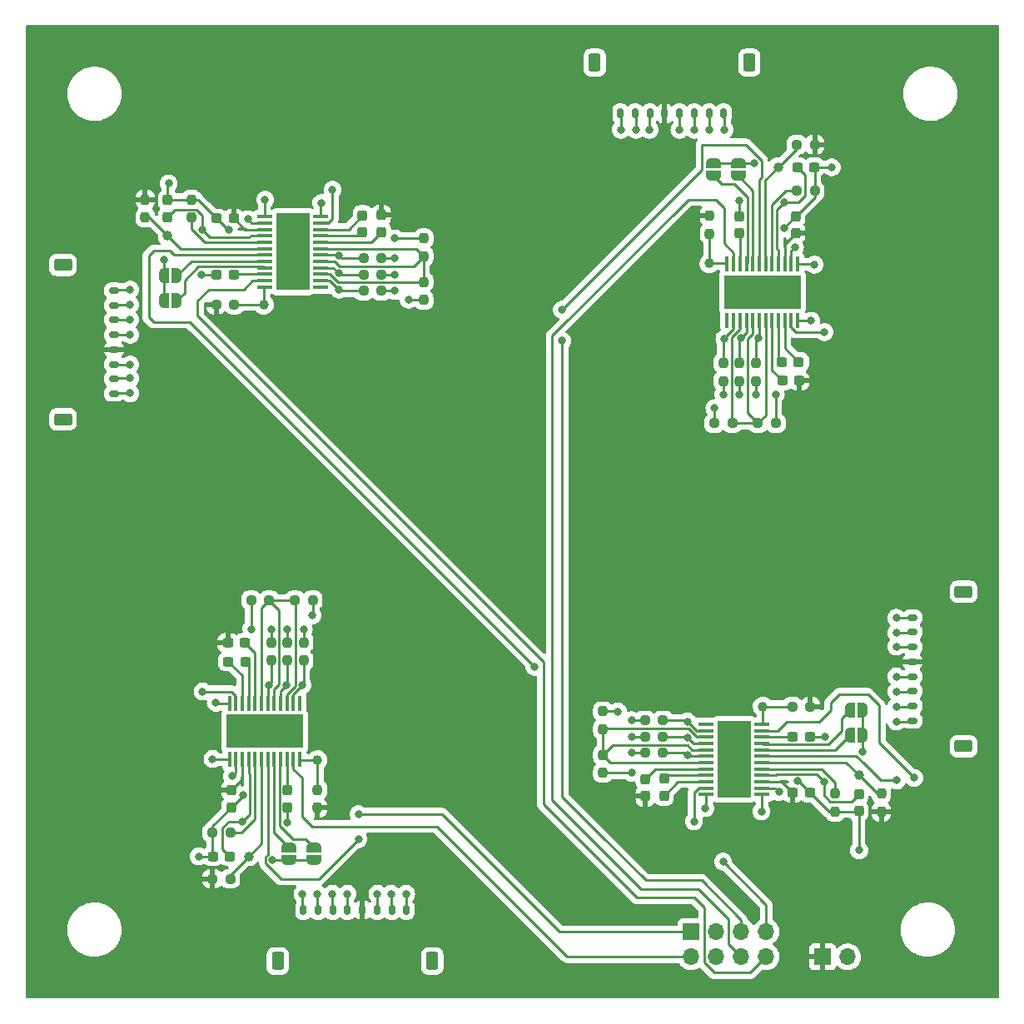
<source format=gtl>
G04 #@! TF.GenerationSoftware,KiCad,Pcbnew,6.0.7+dfsg-1build1*
G04 #@! TF.CreationDate,2023-04-07T12:23:54-07:00*
G04 #@! TF.ProjectId,Quad_Motor_Driver,51756164-5f4d-46f7-946f-725f44726976,rev?*
G04 #@! TF.SameCoordinates,Original*
G04 #@! TF.FileFunction,Copper,L1,Top*
G04 #@! TF.FilePolarity,Positive*
%FSLAX46Y46*%
G04 Gerber Fmt 4.6, Leading zero omitted, Abs format (unit mm)*
G04 Created by KiCad (PCBNEW 6.0.7+dfsg-1build1) date 2023-04-07 12:23:54*
%MOMM*%
%LPD*%
G01*
G04 APERTURE LIST*
G04 Aperture macros list*
%AMRoundRect*
0 Rectangle with rounded corners*
0 $1 Rounding radius*
0 $2 $3 $4 $5 $6 $7 $8 $9 X,Y pos of 4 corners*
0 Add a 4 corners polygon primitive as box body*
4,1,4,$2,$3,$4,$5,$6,$7,$8,$9,$2,$3,0*
0 Add four circle primitives for the rounded corners*
1,1,$1+$1,$2,$3*
1,1,$1+$1,$4,$5*
1,1,$1+$1,$6,$7*
1,1,$1+$1,$8,$9*
0 Add four rect primitives between the rounded corners*
20,1,$1+$1,$2,$3,$4,$5,0*
20,1,$1+$1,$4,$5,$6,$7,0*
20,1,$1+$1,$6,$7,$8,$9,0*
20,1,$1+$1,$8,$9,$2,$3,0*%
%AMFreePoly0*
4,1,22,0.500000,-0.750000,0.000000,-0.750000,0.000000,-0.745033,-0.079941,-0.743568,-0.215256,-0.701293,-0.333266,-0.622738,-0.424486,-0.514219,-0.481581,-0.384460,-0.499164,-0.250000,-0.500000,-0.250000,-0.500000,0.250000,-0.499164,0.250000,-0.499963,0.256109,-0.478152,0.396186,-0.417904,0.524511,-0.324060,0.630769,-0.204165,0.706417,-0.067858,0.745374,0.000000,0.744959,0.000000,0.750000,
0.500000,0.750000,0.500000,-0.750000,0.500000,-0.750000,$1*%
%AMFreePoly1*
4,1,20,0.000000,0.744959,0.073905,0.744508,0.209726,0.703889,0.328688,0.626782,0.421226,0.519385,0.479903,0.390333,0.500000,0.250000,0.500000,-0.250000,0.499851,-0.262216,0.476331,-0.402017,0.414519,-0.529596,0.319384,-0.634700,0.198574,-0.708877,0.061801,-0.746166,0.000000,-0.745033,0.000000,-0.750000,-0.500000,-0.750000,-0.500000,0.750000,0.000000,0.750000,0.000000,0.744959,
0.000000,0.744959,$1*%
G04 Aperture macros list end*
G04 #@! TA.AperFunction,SMDPad,CuDef*
%ADD10RoundRect,0.100000X0.687500X0.100000X-0.687500X0.100000X-0.687500X-0.100000X0.687500X-0.100000X0*%
G04 #@! TD*
G04 #@! TA.AperFunction,ComponentPad*
%ADD11C,0.600000*%
G04 #@! TD*
G04 #@! TA.AperFunction,SMDPad,CuDef*
%ADD12R,3.400000X7.800000*%
G04 #@! TD*
G04 #@! TA.AperFunction,SMDPad,CuDef*
%ADD13FreePoly0,270.000000*%
G04 #@! TD*
G04 #@! TA.AperFunction,SMDPad,CuDef*
%ADD14FreePoly1,270.000000*%
G04 #@! TD*
G04 #@! TA.AperFunction,SMDPad,CuDef*
%ADD15C,1.000000*%
G04 #@! TD*
G04 #@! TA.AperFunction,SMDPad,CuDef*
%ADD16RoundRect,0.237500X0.300000X0.237500X-0.300000X0.237500X-0.300000X-0.237500X0.300000X-0.237500X0*%
G04 #@! TD*
G04 #@! TA.AperFunction,SMDPad,CuDef*
%ADD17RoundRect,0.237500X0.237500X-0.250000X0.237500X0.250000X-0.237500X0.250000X-0.237500X-0.250000X0*%
G04 #@! TD*
G04 #@! TA.AperFunction,SMDPad,CuDef*
%ADD18RoundRect,0.150000X-0.150000X-0.350000X0.150000X-0.350000X0.150000X0.350000X-0.150000X0.350000X0*%
G04 #@! TD*
G04 #@! TA.AperFunction,SMDPad,CuDef*
%ADD19RoundRect,0.250000X-0.375000X-0.650000X0.375000X-0.650000X0.375000X0.650000X-0.375000X0.650000X0*%
G04 #@! TD*
G04 #@! TA.AperFunction,SMDPad,CuDef*
%ADD20RoundRect,0.237500X-0.237500X0.300000X-0.237500X-0.300000X0.237500X-0.300000X0.237500X0.300000X0*%
G04 #@! TD*
G04 #@! TA.AperFunction,SMDPad,CuDef*
%ADD21RoundRect,0.237500X-0.237500X0.250000X-0.237500X-0.250000X0.237500X-0.250000X0.237500X0.250000X0*%
G04 #@! TD*
G04 #@! TA.AperFunction,SMDPad,CuDef*
%ADD22RoundRect,0.237500X0.250000X0.237500X-0.250000X0.237500X-0.250000X-0.237500X0.250000X-0.237500X0*%
G04 #@! TD*
G04 #@! TA.AperFunction,SMDPad,CuDef*
%ADD23FreePoly0,0.000000*%
G04 #@! TD*
G04 #@! TA.AperFunction,SMDPad,CuDef*
%ADD24FreePoly1,0.000000*%
G04 #@! TD*
G04 #@! TA.AperFunction,SMDPad,CuDef*
%ADD25RoundRect,0.150000X-0.350000X0.150000X-0.350000X-0.150000X0.350000X-0.150000X0.350000X0.150000X0*%
G04 #@! TD*
G04 #@! TA.AperFunction,SMDPad,CuDef*
%ADD26RoundRect,0.250000X-0.650000X0.375000X-0.650000X-0.375000X0.650000X-0.375000X0.650000X0.375000X0*%
G04 #@! TD*
G04 #@! TA.AperFunction,SMDPad,CuDef*
%ADD27RoundRect,0.237500X-0.250000X-0.237500X0.250000X-0.237500X0.250000X0.237500X-0.250000X0.237500X0*%
G04 #@! TD*
G04 #@! TA.AperFunction,ComponentPad*
%ADD28R,1.700000X1.700000*%
G04 #@! TD*
G04 #@! TA.AperFunction,ComponentPad*
%ADD29O,1.700000X1.700000*%
G04 #@! TD*
G04 #@! TA.AperFunction,SMDPad,CuDef*
%ADD30FreePoly0,90.000000*%
G04 #@! TD*
G04 #@! TA.AperFunction,SMDPad,CuDef*
%ADD31FreePoly1,90.000000*%
G04 #@! TD*
G04 #@! TA.AperFunction,SMDPad,CuDef*
%ADD32RoundRect,0.237500X0.237500X-0.300000X0.237500X0.300000X-0.237500X0.300000X-0.237500X-0.300000X0*%
G04 #@! TD*
G04 #@! TA.AperFunction,SMDPad,CuDef*
%ADD33RoundRect,0.150000X0.350000X-0.150000X0.350000X0.150000X-0.350000X0.150000X-0.350000X-0.150000X0*%
G04 #@! TD*
G04 #@! TA.AperFunction,SMDPad,CuDef*
%ADD34RoundRect,0.250000X0.650000X-0.375000X0.650000X0.375000X-0.650000X0.375000X-0.650000X-0.375000X0*%
G04 #@! TD*
G04 #@! TA.AperFunction,SMDPad,CuDef*
%ADD35RoundRect,0.237500X-0.300000X-0.237500X0.300000X-0.237500X0.300000X0.237500X-0.300000X0.237500X0*%
G04 #@! TD*
G04 #@! TA.AperFunction,SMDPad,CuDef*
%ADD36RoundRect,0.100000X0.100000X-0.687500X0.100000X0.687500X-0.100000X0.687500X-0.100000X-0.687500X0*%
G04 #@! TD*
G04 #@! TA.AperFunction,SMDPad,CuDef*
%ADD37R,7.800000X3.400000*%
G04 #@! TD*
G04 #@! TA.AperFunction,SMDPad,CuDef*
%ADD38RoundRect,0.150000X0.150000X0.350000X-0.150000X0.350000X-0.150000X-0.350000X0.150000X-0.350000X0*%
G04 #@! TD*
G04 #@! TA.AperFunction,SMDPad,CuDef*
%ADD39RoundRect,0.250000X0.375000X0.650000X-0.375000X0.650000X-0.375000X-0.650000X0.375000X-0.650000X0*%
G04 #@! TD*
G04 #@! TA.AperFunction,SMDPad,CuDef*
%ADD40RoundRect,0.100000X-0.100000X0.687500X-0.100000X-0.687500X0.100000X-0.687500X0.100000X0.687500X0*%
G04 #@! TD*
G04 #@! TA.AperFunction,SMDPad,CuDef*
%ADD41FreePoly0,180.000000*%
G04 #@! TD*
G04 #@! TA.AperFunction,SMDPad,CuDef*
%ADD42FreePoly1,180.000000*%
G04 #@! TD*
G04 #@! TA.AperFunction,SMDPad,CuDef*
%ADD43RoundRect,0.100000X-0.687500X-0.100000X0.687500X-0.100000X0.687500X0.100000X-0.687500X0.100000X0*%
G04 #@! TD*
G04 #@! TA.AperFunction,ViaPad*
%ADD44C,0.800000*%
G04 #@! TD*
G04 #@! TA.AperFunction,Conductor*
%ADD45C,0.250000*%
G04 #@! TD*
G04 APERTURE END LIST*
D10*
X50472500Y-47517000D03*
X50472500Y-46867000D03*
X50472500Y-46217000D03*
X50472500Y-45567000D03*
X50472500Y-44917000D03*
X50472500Y-44267000D03*
X50472500Y-43617000D03*
X50472500Y-42967000D03*
X50472500Y-42317000D03*
X50472500Y-41667000D03*
X50472500Y-41017000D03*
X50472500Y-40367000D03*
X44747500Y-40367000D03*
X44747500Y-41017000D03*
X44747500Y-41667000D03*
X44747500Y-42317000D03*
X44747500Y-42967000D03*
X44747500Y-43617000D03*
X44747500Y-44267000D03*
X44747500Y-44917000D03*
X44747500Y-45567000D03*
X44747500Y-46217000D03*
X44747500Y-46867000D03*
X44747500Y-47517000D03*
D11*
X48910000Y-47192000D03*
X47610000Y-40692000D03*
X48910000Y-45892000D03*
D12*
X47610000Y-43942000D03*
D11*
X47610000Y-45892000D03*
X47610000Y-44592000D03*
X47610000Y-41992000D03*
X48910000Y-44592000D03*
X46310000Y-43292000D03*
X48910000Y-43292000D03*
X46310000Y-45892000D03*
X46310000Y-44592000D03*
X48910000Y-40692000D03*
X46310000Y-47192000D03*
X46310000Y-40692000D03*
X47610000Y-47192000D03*
X48910000Y-41992000D03*
X46310000Y-41992000D03*
X47610000Y-43292000D03*
D13*
X90385000Y-34924000D03*
D14*
X90385000Y-36224000D03*
D13*
X92925000Y-34939000D03*
D14*
X92925000Y-36239000D03*
D15*
X34904000Y-42330000D03*
D16*
X99121500Y-57052000D03*
X97396500Y-57052000D03*
D17*
X79154000Y-96939500D03*
X79154000Y-95114500D03*
D18*
X48694000Y-110875000D03*
X50194000Y-110875000D03*
X51694000Y-110875000D03*
X53194000Y-110875000D03*
X54694000Y-110875000D03*
X56194000Y-110875000D03*
X57694000Y-110875000D03*
X59194000Y-110875000D03*
D19*
X46089000Y-116065000D03*
X61799000Y-116065000D03*
D16*
X99078500Y-55148000D03*
X97353500Y-55148000D03*
X100209500Y-93233000D03*
X98484500Y-93233000D03*
D20*
X98767000Y-40314500D03*
X98767000Y-42039500D03*
D21*
X60939000Y-47005500D03*
X60939000Y-48830500D03*
D22*
X96758500Y-61370000D03*
X94933500Y-61370000D03*
D23*
X34508000Y-46394000D03*
D24*
X35808000Y-46394000D03*
D25*
X29444000Y-47875000D03*
X29444000Y-49375000D03*
X29444000Y-50875000D03*
X29444000Y-52375000D03*
X29444000Y-53875000D03*
X29444000Y-55375000D03*
X29444000Y-56875000D03*
X29444000Y-58375000D03*
D26*
X24254000Y-45270000D03*
X24254000Y-60980000D03*
D22*
X100695500Y-33049000D03*
X98870500Y-33049000D03*
D20*
X54717000Y-40240500D03*
X54717000Y-41965500D03*
D27*
X83448500Y-93233000D03*
X85273500Y-93233000D03*
D22*
X100259500Y-90185000D03*
X98434500Y-90185000D03*
D28*
X88144000Y-113085000D03*
D29*
X88144000Y-115625000D03*
X90684000Y-113085000D03*
X90684000Y-115625000D03*
X93224000Y-113085000D03*
X93224000Y-115625000D03*
X95764000Y-113085000D03*
X95764000Y-115625000D03*
D22*
X56644500Y-46267000D03*
X54819500Y-46267000D03*
D27*
X43379500Y-79380000D03*
X45204500Y-79380000D03*
D30*
X47213000Y-105811000D03*
D31*
X47213000Y-104511000D03*
D32*
X47086000Y-100435500D03*
X47086000Y-98710500D03*
D21*
X60939000Y-42560500D03*
X60939000Y-44385500D03*
D15*
X95410000Y-90185000D03*
D22*
X92313500Y-61370000D03*
X90488500Y-61370000D03*
D15*
X50134000Y-95636000D03*
X90004000Y-45114000D03*
D17*
X94703000Y-57075500D03*
X94703000Y-55250500D03*
D21*
X48737000Y-83674500D03*
X48737000Y-85499500D03*
D23*
X34493000Y-48934000D03*
D24*
X35793000Y-48934000D03*
D33*
X110649000Y-91625000D03*
X110649000Y-90125000D03*
X110649000Y-88625000D03*
X110649000Y-87125000D03*
X110649000Y-85625000D03*
X110649000Y-84125000D03*
X110649000Y-82625000D03*
X110649000Y-81125000D03*
D34*
X115839000Y-94230000D03*
X115839000Y-78520000D03*
D21*
X45435000Y-83674500D03*
X45435000Y-85499500D03*
D27*
X39442500Y-103002000D03*
X41267500Y-103002000D03*
D17*
X79154000Y-92494500D03*
X79154000Y-90669500D03*
D20*
X34904000Y-38673500D03*
X34904000Y-40398500D03*
D30*
X49753000Y-105826000D03*
D31*
X49753000Y-104526000D03*
D17*
X102776000Y-100876500D03*
X102776000Y-99051500D03*
D28*
X101513677Y-115636684D03*
D29*
X104053677Y-115636684D03*
D35*
X39883500Y-40552000D03*
X41608500Y-40552000D03*
X41016500Y-83698000D03*
X42741500Y-83698000D03*
D36*
X91802000Y-50903500D03*
X92452000Y-50903500D03*
X93102000Y-50903500D03*
X93752000Y-50903500D03*
X94402000Y-50903500D03*
X95052000Y-50903500D03*
X95702000Y-50903500D03*
X96352000Y-50903500D03*
X97002000Y-50903500D03*
X97652000Y-50903500D03*
X98302000Y-50903500D03*
X98952000Y-50903500D03*
X98952000Y-45178500D03*
X98302000Y-45178500D03*
X97652000Y-45178500D03*
X97002000Y-45178500D03*
X96352000Y-45178500D03*
X95702000Y-45178500D03*
X95052000Y-45178500D03*
X94402000Y-45178500D03*
X93752000Y-45178500D03*
X93102000Y-45178500D03*
X92452000Y-45178500D03*
X91802000Y-45178500D03*
D11*
X92127000Y-46741000D03*
D37*
X95377000Y-48041000D03*
D11*
X94727000Y-46741000D03*
X98627000Y-48041000D03*
X93427000Y-49341000D03*
X97327000Y-46741000D03*
X96027000Y-48041000D03*
X97327000Y-49341000D03*
X94727000Y-48041000D03*
X93427000Y-46741000D03*
X92127000Y-49341000D03*
X97327000Y-48041000D03*
X93427000Y-48041000D03*
X96027000Y-46741000D03*
X94727000Y-49341000D03*
X98627000Y-49341000D03*
X98627000Y-46741000D03*
X92127000Y-48041000D03*
X96027000Y-49341000D03*
D17*
X91401000Y-57075500D03*
X91401000Y-55250500D03*
D27*
X39442500Y-107701000D03*
X41267500Y-107701000D03*
D21*
X37317000Y-38623500D03*
X37317000Y-40448500D03*
D35*
X39492500Y-105415000D03*
X41217500Y-105415000D03*
D38*
X91444000Y-29875000D03*
X89944000Y-29875000D03*
X88444000Y-29875000D03*
X86944000Y-29875000D03*
X85444000Y-29875000D03*
X83944000Y-29875000D03*
X82444000Y-29875000D03*
X80944000Y-29875000D03*
D39*
X94049000Y-24685000D03*
X78339000Y-24685000D03*
D21*
X47086000Y-83674500D03*
X47086000Y-85499500D03*
D17*
X93052000Y-57075500D03*
X93052000Y-55250500D03*
X50134000Y-100485500D03*
X50134000Y-98660500D03*
D35*
X41059500Y-85602000D03*
X42784500Y-85602000D03*
D15*
X105189000Y-97170000D03*
D21*
X32618000Y-38623500D03*
X32618000Y-40448500D03*
D32*
X83472000Y-99302500D03*
X83472000Y-97577500D03*
D40*
X48336000Y-89846500D03*
X47686000Y-89846500D03*
X47036000Y-89846500D03*
X46386000Y-89846500D03*
X45736000Y-89846500D03*
X45086000Y-89846500D03*
X44436000Y-89846500D03*
X43786000Y-89846500D03*
X43136000Y-89846500D03*
X42486000Y-89846500D03*
X41836000Y-89846500D03*
X41186000Y-89846500D03*
X41186000Y-95571500D03*
X41836000Y-95571500D03*
X42486000Y-95571500D03*
X43136000Y-95571500D03*
X43786000Y-95571500D03*
X44436000Y-95571500D03*
X45086000Y-95571500D03*
X45736000Y-95571500D03*
X46386000Y-95571500D03*
X47036000Y-95571500D03*
X47686000Y-95571500D03*
X48336000Y-95571500D03*
D11*
X44111000Y-94009000D03*
X46711000Y-91409000D03*
X44111000Y-91409000D03*
X46711000Y-94009000D03*
X42811000Y-94009000D03*
X42811000Y-91409000D03*
D37*
X44761000Y-92709000D03*
D11*
X42811000Y-92709000D03*
X48011000Y-92709000D03*
X45411000Y-92709000D03*
X41511000Y-92709000D03*
X46711000Y-92709000D03*
X45411000Y-94009000D03*
X44111000Y-92709000D03*
X48011000Y-94009000D03*
X41511000Y-94009000D03*
X41511000Y-91409000D03*
X45411000Y-91409000D03*
X48011000Y-91409000D03*
D41*
X105600000Y-90566000D03*
D42*
X104300000Y-90566000D03*
D15*
X96989000Y-35335000D03*
D32*
X41371000Y-100435500D03*
X41371000Y-98710500D03*
D22*
X56644500Y-47918000D03*
X54819500Y-47918000D03*
D32*
X105189000Y-100826500D03*
X105189000Y-99101500D03*
D15*
X44683000Y-49315000D03*
D17*
X107475000Y-100876500D03*
X107475000Y-99051500D03*
D16*
X100645500Y-35335000D03*
X98920500Y-35335000D03*
D27*
X83448500Y-94884000D03*
X85273500Y-94884000D03*
X47824500Y-79380000D03*
X49649500Y-79380000D03*
X83448500Y-91582000D03*
X85273500Y-91582000D03*
D41*
X105585000Y-93106000D03*
D42*
X104285000Y-93106000D03*
D43*
X89620500Y-91983000D03*
X89620500Y-92633000D03*
X89620500Y-93283000D03*
X89620500Y-93933000D03*
X89620500Y-94583000D03*
X89620500Y-95233000D03*
X89620500Y-95883000D03*
X89620500Y-96533000D03*
X89620500Y-97183000D03*
X89620500Y-97833000D03*
X89620500Y-98483000D03*
X89620500Y-99133000D03*
X95345500Y-99133000D03*
X95345500Y-98483000D03*
X95345500Y-97833000D03*
X95345500Y-97183000D03*
X95345500Y-96533000D03*
X95345500Y-95883000D03*
X95345500Y-95233000D03*
X95345500Y-94583000D03*
X95345500Y-93933000D03*
X95345500Y-93283000D03*
X95345500Y-92633000D03*
X95345500Y-91983000D03*
D11*
X91183000Y-93608000D03*
X93783000Y-98808000D03*
X93783000Y-94908000D03*
X93783000Y-93608000D03*
X92483000Y-98808000D03*
X91183000Y-94908000D03*
X92483000Y-94908000D03*
X91183000Y-92308000D03*
D12*
X92483000Y-95558000D03*
D11*
X92483000Y-93608000D03*
X92483000Y-97508000D03*
X92483000Y-96208000D03*
X91183000Y-96208000D03*
X91183000Y-97508000D03*
X93783000Y-97508000D03*
X93783000Y-92308000D03*
X92483000Y-92308000D03*
X93783000Y-96208000D03*
X91183000Y-98808000D03*
D16*
X100209500Y-98948000D03*
X98484500Y-98948000D03*
D22*
X56644500Y-44616000D03*
X54819500Y-44616000D03*
D20*
X56621000Y-40197500D03*
X56621000Y-41922500D03*
D27*
X39833500Y-49315000D03*
X41658500Y-49315000D03*
D32*
X85376000Y-99259500D03*
X85376000Y-97534500D03*
D15*
X43149000Y-105415000D03*
D22*
X100695500Y-37748000D03*
X98870500Y-37748000D03*
D35*
X39883500Y-46267000D03*
X41608500Y-46267000D03*
D20*
X93052000Y-40314500D03*
X93052000Y-42039500D03*
D21*
X90004000Y-40264500D03*
X90004000Y-42089500D03*
D44*
X42514000Y-101859000D03*
X48737000Y-82301000D03*
X45562000Y-105796000D03*
X45435000Y-82301000D03*
X47086000Y-82301000D03*
X43403000Y-82301000D03*
X49626000Y-80904000D03*
X100343500Y-50956000D03*
X42531549Y-99209549D03*
X31094000Y-52363000D03*
X59415000Y-48807000D03*
X86956000Y-31525000D03*
X50525000Y-38975500D03*
X38069000Y-105415000D03*
X39794500Y-89794000D03*
X41109451Y-41712549D03*
X53182000Y-109225000D03*
X108999000Y-87137000D03*
X34995000Y-36998000D03*
X90512000Y-59846000D03*
X80678000Y-90693000D03*
X98983549Y-97787451D03*
X93052000Y-38764000D03*
X89568000Y-100524500D03*
X101760000Y-93233000D03*
X38333000Y-46267000D03*
X47086000Y-101986000D03*
X105226000Y-104816000D03*
X102432000Y-35347000D03*
X97606451Y-41540451D03*
X54299000Y-103673000D03*
X54299000Y-101133000D03*
X109036000Y-97704000D03*
X110814000Y-97450000D03*
X75000000Y-49825000D03*
X75000000Y-53000000D03*
X72206000Y-86147000D03*
X91383000Y-105959000D03*
X101633000Y-97805000D03*
X82075000Y-93233000D03*
X82075000Y-96916000D03*
X82075000Y-94884000D03*
X105570000Y-94757000D03*
X82075000Y-91582000D03*
X91401000Y-58449000D03*
X93052000Y-58449000D03*
X94703000Y-58449000D03*
X94576000Y-34954000D03*
X96735000Y-58449000D03*
X97624000Y-38891000D03*
X58018000Y-46267000D03*
X34523000Y-44743000D03*
X58018000Y-42584000D03*
X58018000Y-44616000D03*
X58018000Y-47918000D03*
X38460000Y-41695000D03*
X48610000Y-109225000D03*
X38450000Y-88651000D03*
X50134000Y-109225000D03*
X39466000Y-95509000D03*
X51658000Y-109225000D03*
X41447367Y-97280008D03*
X45160500Y-88016000D03*
X56230000Y-109225000D03*
X46957053Y-88026305D03*
X57627000Y-109225000D03*
X59151000Y-109225000D03*
X48610500Y-87995238D03*
X88425000Y-101869000D03*
X108999000Y-91709000D03*
X95283000Y-100853000D03*
X108999000Y-90185000D03*
X97054008Y-98871633D03*
X108999000Y-88661000D03*
X108999000Y-84089000D03*
X87790000Y-95158500D03*
X87800305Y-93361947D03*
X108999000Y-82692000D03*
X87769238Y-91708500D03*
X108999000Y-81168000D03*
X101688000Y-52099000D03*
X91528000Y-31525000D03*
X100672000Y-45241000D03*
X90004000Y-31525000D03*
X88480000Y-31525000D03*
X98690633Y-43469992D03*
X83908000Y-31525000D03*
X94977500Y-52734000D03*
X93180947Y-52723695D03*
X82511000Y-31525000D03*
X80987000Y-31525000D03*
X91527500Y-52754762D03*
X31094000Y-47791000D03*
X51668000Y-37631000D03*
X31094000Y-49315000D03*
X44810000Y-38647000D03*
X43038992Y-40628367D03*
X31094000Y-50839000D03*
X52303000Y-44341500D03*
X31094000Y-55411000D03*
X31094000Y-56808000D03*
X52292695Y-46138053D03*
X52323762Y-47791500D03*
X31094000Y-58332000D03*
D45*
X42486000Y-89846500D02*
X42486000Y-87028500D01*
X42486000Y-87028500D02*
X41059500Y-85602000D01*
X43136000Y-85953500D02*
X42784500Y-85602000D01*
X43136000Y-89846500D02*
X43136000Y-85953500D01*
X47036000Y-98660500D02*
X47086000Y-98710500D01*
X47036000Y-95571500D02*
X47036000Y-98660500D01*
X43786000Y-89846500D02*
X43786000Y-84742500D01*
X43786000Y-84742500D02*
X42741500Y-83698000D01*
X42723500Y-41667000D02*
X41608500Y-40552000D01*
X97369500Y-97833000D02*
X98484500Y-98948000D01*
X42486000Y-97595500D02*
X41371000Y-98710500D01*
X44747500Y-41667000D02*
X42723500Y-41667000D01*
X97652000Y-45178500D02*
X97652000Y-43154500D01*
X97652000Y-43154500D02*
X98767000Y-42039500D01*
X95345500Y-97833000D02*
X97369500Y-97833000D01*
X42486000Y-95571500D02*
X42486000Y-97595500D01*
X43786000Y-101612305D02*
X42396305Y-103002000D01*
X43786000Y-95571500D02*
X43786000Y-101612305D01*
X42396305Y-103002000D02*
X41267500Y-103002000D01*
X41217500Y-105415000D02*
X40455000Y-104652500D01*
X43403000Y-79403500D02*
X43379500Y-79380000D01*
X47086000Y-83674500D02*
X47086000Y-82301000D01*
X40455000Y-104652500D02*
X40455000Y-102521000D01*
X49738000Y-105811000D02*
X49753000Y-105826000D01*
X43136000Y-96983505D02*
X43256549Y-97104054D01*
X47198000Y-105796000D02*
X47213000Y-105811000D01*
X48737000Y-83674500D02*
X48737000Y-82301000D01*
X43136000Y-95571500D02*
X43136000Y-96983505D01*
X43256549Y-97104054D02*
X43256549Y-101116451D01*
X47213000Y-105811000D02*
X49738000Y-105811000D01*
X42514000Y-101859000D02*
X41117000Y-101859000D01*
X45435000Y-83674500D02*
X45435000Y-82301000D01*
X43403000Y-82301000D02*
X43403000Y-79403500D01*
X45562000Y-105796000D02*
X47198000Y-105796000D01*
X41117000Y-101859000D02*
X40455000Y-102521000D01*
X43256549Y-101116451D02*
X42514000Y-101859000D01*
X37955000Y-38623500D02*
X39883500Y-40552000D01*
X100695500Y-37748000D02*
X100695500Y-35385000D01*
X39442500Y-103002000D02*
X39442500Y-105365000D01*
X53194000Y-109237000D02*
X53182000Y-109225000D01*
X34904000Y-37089000D02*
X34995000Y-36998000D01*
X49649500Y-80880500D02*
X49626000Y-80904000D01*
X53194000Y-110875000D02*
X53194000Y-109237000D01*
X98983549Y-97787451D02*
X99048951Y-97787451D01*
X99048951Y-97787451D02*
X100209500Y-98948000D01*
X102420000Y-35335000D02*
X102432000Y-35347000D01*
X100645500Y-35335000D02*
X102420000Y-35335000D01*
X39883500Y-46267000D02*
X38333000Y-46267000D01*
X110649000Y-87125000D02*
X109011000Y-87125000D01*
X47086000Y-100435500D02*
X47086000Y-101986000D01*
X90488500Y-61370000D02*
X90488500Y-59869500D01*
X39847000Y-89846500D02*
X39794500Y-89794000D01*
X29444000Y-52375000D02*
X31082000Y-52375000D01*
X39442500Y-102364000D02*
X41371000Y-100435500D01*
X37317000Y-38623500D02*
X37955000Y-38623500D01*
X105189000Y-104779000D02*
X105226000Y-104816000D01*
X34954000Y-38623500D02*
X34904000Y-38673500D01*
X102776000Y-100876500D02*
X105139000Y-100876500D01*
X50472500Y-39028000D02*
X50525000Y-38975500D01*
X39442500Y-105365000D02*
X39492500Y-105415000D01*
X39492500Y-105415000D02*
X38069000Y-105415000D01*
X37317000Y-38623500D02*
X34954000Y-38623500D01*
X102776000Y-100876500D02*
X102138000Y-100876500D01*
X41186000Y-89846500D02*
X39847000Y-89846500D01*
X97606451Y-41540451D02*
X97606451Y-41475049D01*
X42531549Y-99274951D02*
X41371000Y-100435500D01*
X100695500Y-35385000D02*
X100645500Y-35335000D01*
X79154000Y-90669500D02*
X80654500Y-90669500D01*
X80654500Y-90669500D02*
X80678000Y-90693000D01*
X49649500Y-79380000D02*
X49649500Y-80880500D01*
X102138000Y-100876500D02*
X100209500Y-98948000D01*
X100291000Y-50903500D02*
X100343500Y-50956000D01*
X86944000Y-29875000D02*
X86944000Y-31513000D01*
X89620500Y-99133000D02*
X89620500Y-100472000D01*
X41044049Y-41712549D02*
X39883500Y-40552000D01*
X109011000Y-87125000D02*
X108999000Y-87137000D01*
X86944000Y-31513000D02*
X86956000Y-31525000D01*
X31082000Y-52375000D02*
X31094000Y-52363000D01*
X89620500Y-100472000D02*
X89568000Y-100524500D01*
X105139000Y-100876500D02*
X105189000Y-100826500D01*
X105189000Y-103382000D02*
X105189000Y-104779000D01*
X98952000Y-50903500D02*
X100291000Y-50903500D01*
X39442500Y-103002000D02*
X39442500Y-102364000D01*
X105189000Y-100826500D02*
X105189000Y-103382000D01*
X42531549Y-99209549D02*
X42531549Y-99274951D01*
X100695500Y-37748000D02*
X100695500Y-38386000D01*
X90488500Y-59869500D02*
X90512000Y-59846000D01*
X93052000Y-40314500D02*
X93052000Y-38764000D01*
X100209500Y-93233000D02*
X101760000Y-93233000D01*
X41109451Y-41712549D02*
X41044049Y-41712549D01*
X97606451Y-41475049D02*
X98767000Y-40314500D01*
X34904000Y-38673500D02*
X34904000Y-37089000D01*
X100695500Y-38386000D02*
X98767000Y-40314500D01*
X60939000Y-48830500D02*
X59438500Y-48830500D01*
X50472500Y-40367000D02*
X50472500Y-39028000D01*
X59438500Y-48830500D02*
X59415000Y-48807000D01*
X86802500Y-97833000D02*
X85376000Y-99259500D01*
X89620500Y-97833000D02*
X86802500Y-97833000D01*
X44837000Y-105832000D02*
X44837000Y-106149000D01*
X45086000Y-95571500D02*
X45086000Y-105246695D01*
X44837000Y-106149000D02*
X46425000Y-107737000D01*
X44837000Y-105495695D02*
X44837000Y-105832000D01*
X45086000Y-105246695D02*
X44837000Y-105495695D01*
X54299000Y-101133000D02*
X62808000Y-101133000D01*
X74760000Y-113085000D02*
X88144000Y-113085000D01*
X62808000Y-101133000D02*
X74760000Y-113085000D01*
X50235000Y-107737000D02*
X54299000Y-103673000D01*
X46425000Y-107737000D02*
X50235000Y-107737000D01*
X47686000Y-96552000D02*
X48584000Y-97450000D01*
X48584000Y-101387000D02*
X49600000Y-102403000D01*
X48584000Y-97450000D02*
X48584000Y-101387000D01*
X49600000Y-102403000D02*
X62300000Y-102403000D01*
X47686000Y-95571500D02*
X47686000Y-96552000D01*
X62300000Y-102403000D02*
X75522000Y-115625000D01*
X75522000Y-115625000D02*
X88144000Y-115625000D01*
X95345500Y-95233000D02*
X104914000Y-95233000D01*
X107385000Y-97704000D02*
X109036000Y-97704000D01*
X104914000Y-95233000D02*
X105607000Y-95926000D01*
X105607000Y-95926000D02*
X107385000Y-97704000D01*
X102305000Y-89830000D02*
X103194000Y-88941000D01*
X101162000Y-91735000D02*
X102051000Y-90846000D01*
X97860000Y-91735000D02*
X100273000Y-91735000D01*
X102051000Y-90846000D02*
X102305000Y-90592000D01*
X102305000Y-90592000D02*
X102305000Y-89830000D01*
X107258000Y-93894000D02*
X110814000Y-97450000D01*
X105480000Y-88941000D02*
X106115000Y-88941000D01*
X100273000Y-91735000D02*
X101162000Y-91735000D01*
X103194000Y-88941000D02*
X105480000Y-88941000D01*
X106115000Y-88941000D02*
X107004000Y-89830000D01*
X107258000Y-92751000D02*
X107258000Y-93894000D01*
X96962000Y-92633000D02*
X97860000Y-91735000D01*
X95345500Y-92633000D02*
X96962000Y-92633000D01*
X107004000Y-89830000D02*
X107258000Y-90084000D01*
X107258000Y-90084000D02*
X107258000Y-92751000D01*
X75000000Y-99355000D02*
X75000000Y-89576000D01*
X95301000Y-36382000D02*
X95052000Y-36631000D01*
X93224000Y-111882919D02*
X89205081Y-107864000D01*
X85160000Y-107864000D02*
X83509000Y-107864000D01*
X93708305Y-33061000D02*
X95301000Y-34653695D01*
X89224000Y-33061000D02*
X93708305Y-33061000D01*
X75000000Y-86909000D02*
X75000000Y-53000000D01*
X89205081Y-107864000D02*
X85160000Y-107864000D01*
X95052000Y-36631000D02*
X95052000Y-45178500D01*
X93224000Y-113085000D02*
X93224000Y-111882919D01*
X89224000Y-35601000D02*
X89224000Y-33061000D01*
X95301000Y-34653695D02*
X95301000Y-36382000D01*
X78810000Y-103165000D02*
X75000000Y-99355000D01*
X83509000Y-107864000D02*
X78810000Y-103165000D01*
X75000000Y-89576000D02*
X75000000Y-86909000D01*
X75000000Y-49825000D02*
X89224000Y-35601000D01*
X73984000Y-99736000D02*
X83001000Y-108753000D01*
X91510000Y-39538000D02*
X90621000Y-38649000D01*
X83001000Y-108753000D02*
X88843000Y-108753000D01*
X91933778Y-114334778D02*
X93224000Y-115625000D01*
X91933778Y-111843778D02*
X91933778Y-114334778D01*
X73984000Y-52492000D02*
X73984000Y-99736000D01*
X90621000Y-38649000D02*
X87827000Y-38649000D01*
X87827000Y-38649000D02*
X73984000Y-52492000D01*
X88843000Y-108753000D02*
X91933778Y-111843778D01*
X91510000Y-43094000D02*
X91510000Y-39538000D01*
X92452000Y-45178500D02*
X92452000Y-44036000D01*
X92452000Y-44036000D02*
X91510000Y-43094000D01*
X33471000Y-43856000D02*
X32963000Y-44364000D01*
X95764000Y-110340000D02*
X95764000Y-113085000D01*
X32963000Y-44364000D02*
X32963000Y-50587000D01*
X35533000Y-44267000D02*
X35122000Y-43856000D01*
X37154000Y-51095000D02*
X72206000Y-86147000D01*
X35122000Y-43856000D02*
X33471000Y-43856000D01*
X32963000Y-50587000D02*
X33471000Y-51095000D01*
X91383000Y-105959000D02*
X95764000Y-110340000D01*
X33471000Y-51095000D02*
X37154000Y-51095000D01*
X44747500Y-44267000D02*
X35533000Y-44267000D01*
X73095000Y-100117000D02*
X73095000Y-85639000D01*
X89478000Y-116246000D02*
X89478000Y-110658000D01*
X88462000Y-109642000D02*
X82620000Y-109642000D01*
X89478000Y-110658000D02*
X88462000Y-109642000D01*
X95764000Y-115625000D02*
X94127557Y-117261443D01*
X73095000Y-85639000D02*
X37916000Y-50460000D01*
X39059000Y-47793000D02*
X42615000Y-47793000D01*
X90493443Y-117261443D02*
X89478000Y-116246000D01*
X37916000Y-48936000D02*
X39059000Y-47793000D01*
X43541000Y-46867000D02*
X44747500Y-46867000D01*
X37916000Y-50460000D02*
X37916000Y-48936000D01*
X94127557Y-117261443D02*
X90493443Y-117261443D01*
X42615000Y-47793000D02*
X43541000Y-46867000D01*
X82620000Y-109642000D02*
X73095000Y-100117000D01*
X46386000Y-95571500D02*
X46286000Y-95671500D01*
X47643000Y-103686000D02*
X48913000Y-103686000D01*
X48913000Y-103686000D02*
X49753000Y-104526000D01*
X46286000Y-95671500D02*
X46286000Y-102329000D01*
X46286000Y-102329000D02*
X47643000Y-103686000D01*
X45736000Y-103034000D02*
X47213000Y-104511000D01*
X45736000Y-95571500D02*
X45736000Y-103034000D01*
X48400500Y-95636000D02*
X48336000Y-95571500D01*
X50134000Y-95636000D02*
X50134000Y-98660500D01*
X50134000Y-95636000D02*
X48400500Y-95636000D01*
X45736000Y-88465805D02*
X45736000Y-89846500D01*
X47036000Y-89846500D02*
X47036000Y-88972663D01*
X45204500Y-79380000D02*
X46235000Y-80410500D01*
X47886000Y-79441500D02*
X47824500Y-79380000D01*
X44436000Y-89846500D02*
X44436000Y-80148500D01*
X45204500Y-79380000D02*
X47824500Y-79380000D01*
X47886000Y-88122663D02*
X47886000Y-79441500D01*
X47036000Y-88972663D02*
X47886000Y-88122663D01*
X46235000Y-80410500D02*
X46235000Y-87966805D01*
X46235000Y-87966805D02*
X45736000Y-88465805D01*
X44436000Y-80148500D02*
X45204500Y-79380000D01*
X85727500Y-97183000D02*
X85376000Y-97534500D01*
X89620500Y-97183000D02*
X85727500Y-97183000D01*
X89620500Y-96533000D02*
X84516500Y-96533000D01*
X84516500Y-96533000D02*
X83472000Y-97577500D01*
X96878054Y-97062451D02*
X100890451Y-97062451D01*
X105585000Y-93106000D02*
X105585000Y-90581000D01*
X79177500Y-96916000D02*
X79154000Y-96939500D01*
X104426500Y-99864000D02*
X102295000Y-99864000D01*
X100890451Y-97062451D02*
X101633000Y-97805000D01*
X105585000Y-90581000D02*
X105600000Y-90566000D01*
X96757505Y-97183000D02*
X96878054Y-97062451D01*
X83448500Y-91582000D02*
X82075000Y-91582000D01*
X82075000Y-96916000D02*
X79177500Y-96916000D01*
X83448500Y-93233000D02*
X82075000Y-93233000D01*
X83448500Y-94884000D02*
X82075000Y-94884000D01*
X105570000Y-93121000D02*
X105585000Y-93106000D01*
X101633000Y-99202000D02*
X102295000Y-99864000D01*
X95345500Y-97183000D02*
X96757505Y-97183000D01*
X101633000Y-97805000D02*
X101633000Y-99202000D01*
X105189000Y-99101500D02*
X104426500Y-99864000D01*
X105570000Y-94757000D02*
X105570000Y-93121000D01*
X95345500Y-93283000D02*
X98434500Y-93283000D01*
X98434500Y-93283000D02*
X98484500Y-93233000D01*
X97652000Y-53721500D02*
X99078500Y-55148000D01*
X97652000Y-50903500D02*
X97652000Y-53721500D01*
X97002000Y-50903500D02*
X97002000Y-54796500D01*
X97002000Y-54796500D02*
X97353500Y-55148000D01*
X96352000Y-50903500D02*
X96352000Y-56007500D01*
X96352000Y-56007500D02*
X97396500Y-57052000D01*
X99021000Y-38891000D02*
X99683000Y-38229000D01*
X91401000Y-57075500D02*
X91401000Y-58449000D01*
X92940000Y-34954000D02*
X92925000Y-34939000D01*
X94703000Y-57075500D02*
X94703000Y-58449000D01*
X97002000Y-43766495D02*
X96881451Y-43645946D01*
X99683000Y-36097500D02*
X99683000Y-38229000D01*
X94576000Y-34954000D02*
X92940000Y-34954000D01*
X92925000Y-34939000D02*
X90400000Y-34939000D01*
X96881451Y-43645946D02*
X96881451Y-39633549D01*
X97624000Y-38891000D02*
X99021000Y-38891000D01*
X96735000Y-58449000D02*
X96735000Y-61346500D01*
X96735000Y-61346500D02*
X96758500Y-61370000D01*
X97002000Y-45178500D02*
X97002000Y-43766495D01*
X90400000Y-34939000D02*
X90385000Y-34924000D01*
X96881451Y-39633549D02*
X97624000Y-38891000D01*
X93052000Y-57075500D02*
X93052000Y-58449000D01*
X98920500Y-35335000D02*
X99683000Y-36097500D01*
X93102000Y-42089500D02*
X93052000Y-42039500D01*
X93102000Y-45178500D02*
X93102000Y-42089500D01*
X50472500Y-41667000D02*
X53290500Y-41667000D01*
X53290500Y-41667000D02*
X54717000Y-40240500D01*
X50472500Y-42317000D02*
X54365500Y-42317000D01*
X54365500Y-42317000D02*
X54717000Y-41965500D01*
X50472500Y-42967000D02*
X55576500Y-42967000D01*
X55576500Y-42967000D02*
X56621000Y-41922500D01*
X43214946Y-42437549D02*
X39202549Y-42437549D01*
X34508000Y-46394000D02*
X34508000Y-48919000D01*
X38460000Y-41695000D02*
X38460000Y-40298000D01*
X56644500Y-44616000D02*
X58018000Y-44616000D01*
X56644500Y-46267000D02*
X58018000Y-46267000D01*
X34508000Y-48919000D02*
X34493000Y-48934000D01*
X44747500Y-42317000D02*
X43335495Y-42317000D01*
X39202549Y-42437549D02*
X38460000Y-41695000D01*
X56644500Y-47918000D02*
X58018000Y-47918000D01*
X43335495Y-42317000D02*
X43214946Y-42437549D01*
X58018000Y-42584000D02*
X60915500Y-42584000D01*
X60915500Y-42584000D02*
X60939000Y-42560500D01*
X34523000Y-44743000D02*
X34523000Y-46379000D01*
X34904000Y-40398500D02*
X35666500Y-39636000D01*
X35666500Y-39636000D02*
X37798000Y-39636000D01*
X38460000Y-40298000D02*
X37798000Y-39636000D01*
X34523000Y-46379000D02*
X34508000Y-46394000D01*
X44747500Y-46217000D02*
X41658500Y-46217000D01*
X41658500Y-46217000D02*
X41608500Y-46267000D01*
X48610000Y-109225000D02*
X48610000Y-110791000D01*
X48610000Y-110791000D02*
X48694000Y-110875000D01*
X41836000Y-89846500D02*
X41836000Y-89107959D01*
X41836000Y-89107959D02*
X41379041Y-88651000D01*
X41379041Y-88651000D02*
X38450000Y-88651000D01*
X39528500Y-95571500D02*
X39466000Y-95509000D01*
X50134000Y-110815000D02*
X50194000Y-110875000D01*
X41186000Y-95571500D02*
X39528500Y-95571500D01*
X50134000Y-109225000D02*
X50134000Y-110815000D01*
X51658000Y-109225000D02*
X51658000Y-110839000D01*
X51658000Y-110839000D02*
X51694000Y-110875000D01*
X41836000Y-96891375D02*
X41447367Y-97280008D01*
X41836000Y-95571500D02*
X41836000Y-96891375D01*
X56230000Y-110839000D02*
X56194000Y-110875000D01*
X56230000Y-109225000D02*
X56230000Y-110839000D01*
X45435000Y-85499500D02*
X45435000Y-87741500D01*
X45086000Y-89846500D02*
X45086000Y-88090500D01*
X45435000Y-87741500D02*
X45160500Y-88016000D01*
X45086000Y-88090500D02*
X45160500Y-88016000D01*
X57627000Y-110808000D02*
X57694000Y-110875000D01*
X47086000Y-85499500D02*
X47086000Y-87897358D01*
X57627000Y-109225000D02*
X57627000Y-110808000D01*
X46386000Y-88597358D02*
X46957053Y-88026305D01*
X46386000Y-89846500D02*
X46386000Y-88597358D01*
X47086000Y-87897358D02*
X46957053Y-88026305D01*
X48737000Y-87868738D02*
X48610500Y-87995238D01*
X59151000Y-109225000D02*
X59151000Y-110832000D01*
X47686000Y-89846500D02*
X47686000Y-88959059D01*
X48610500Y-88034559D02*
X48610500Y-87995238D01*
X47686000Y-88959059D02*
X48610500Y-88034559D01*
X59151000Y-110832000D02*
X59194000Y-110875000D01*
X48737000Y-85499500D02*
X48737000Y-87868738D01*
X108999000Y-91709000D02*
X110565000Y-91709000D01*
X88881959Y-98483000D02*
X88425000Y-98939959D01*
X88425000Y-98939959D02*
X88425000Y-101869000D01*
X89620500Y-98483000D02*
X88881959Y-98483000D01*
X110565000Y-91709000D02*
X110649000Y-91625000D01*
X95345500Y-99133000D02*
X95345500Y-100790500D01*
X110589000Y-90185000D02*
X110649000Y-90125000D01*
X95345500Y-100790500D02*
X95283000Y-100853000D01*
X108999000Y-90185000D02*
X110589000Y-90185000D01*
X110613000Y-88661000D02*
X110649000Y-88625000D01*
X96665375Y-98483000D02*
X97054008Y-98871633D01*
X95345500Y-98483000D02*
X96665375Y-98483000D01*
X108999000Y-88661000D02*
X110613000Y-88661000D01*
X89620500Y-95233000D02*
X87864500Y-95233000D01*
X87515500Y-94884000D02*
X87790000Y-95158500D01*
X110613000Y-84089000D02*
X110649000Y-84125000D01*
X108999000Y-84089000D02*
X110613000Y-84089000D01*
X87864500Y-95233000D02*
X87790000Y-95158500D01*
X85273500Y-94884000D02*
X87515500Y-94884000D01*
X88371358Y-93933000D02*
X87800305Y-93361947D01*
X108999000Y-82692000D02*
X110582000Y-82692000D01*
X85273500Y-93233000D02*
X87671358Y-93233000D01*
X110582000Y-82692000D02*
X110649000Y-82625000D01*
X89620500Y-93933000D02*
X88371358Y-93933000D01*
X87671358Y-93233000D02*
X87800305Y-93361947D01*
X87808559Y-91708500D02*
X87769238Y-91708500D01*
X108999000Y-81168000D02*
X110606000Y-81168000D01*
X89620500Y-92633000D02*
X88733059Y-92633000D01*
X87642738Y-91582000D02*
X87769238Y-91708500D01*
X88733059Y-92633000D02*
X87808559Y-91708500D01*
X85273500Y-91582000D02*
X87642738Y-91582000D01*
X110606000Y-81168000D02*
X110649000Y-81125000D01*
X91528000Y-31525000D02*
X91528000Y-29959000D01*
X91528000Y-29959000D02*
X91444000Y-29875000D01*
X98302000Y-51642041D02*
X98758959Y-52099000D01*
X98302000Y-50903500D02*
X98302000Y-51642041D01*
X98758959Y-52099000D02*
X101688000Y-52099000D01*
X100609500Y-45178500D02*
X100672000Y-45241000D01*
X90004000Y-29935000D02*
X89944000Y-29875000D01*
X90004000Y-31525000D02*
X90004000Y-29935000D01*
X98952000Y-45178500D02*
X100609500Y-45178500D01*
X98302000Y-43858625D02*
X98690633Y-43469992D01*
X88480000Y-31525000D02*
X88480000Y-29911000D01*
X88480000Y-29911000D02*
X88444000Y-29875000D01*
X98302000Y-45178500D02*
X98302000Y-43858625D01*
X94703000Y-53008500D02*
X94977500Y-52734000D01*
X83908000Y-31525000D02*
X83908000Y-29911000D01*
X95052000Y-50903500D02*
X95052000Y-52659500D01*
X95052000Y-52659500D02*
X94977500Y-52734000D01*
X94703000Y-55250500D02*
X94703000Y-53008500D01*
X83908000Y-29911000D02*
X83944000Y-29875000D01*
X93752000Y-52152642D02*
X93180947Y-52723695D01*
X82511000Y-29942000D02*
X82444000Y-29875000D01*
X93052000Y-52852642D02*
X93180947Y-52723695D01*
X93052000Y-55250500D02*
X93052000Y-52852642D01*
X93752000Y-50903500D02*
X93752000Y-52152642D01*
X82511000Y-31525000D02*
X82511000Y-29942000D01*
X91401000Y-55250500D02*
X91401000Y-52881262D01*
X92452000Y-50903500D02*
X92452000Y-51790941D01*
X91527500Y-52715441D02*
X91527500Y-52754762D01*
X80987000Y-31525000D02*
X80987000Y-29918000D01*
X91401000Y-52881262D02*
X91527500Y-52754762D01*
X80987000Y-29918000D02*
X80944000Y-29875000D01*
X92452000Y-51790941D02*
X91527500Y-52715441D01*
X51668000Y-40560041D02*
X51668000Y-37631000D01*
X31094000Y-47791000D02*
X29528000Y-47791000D01*
X51211041Y-41017000D02*
X51668000Y-40560041D01*
X29528000Y-47791000D02*
X29444000Y-47875000D01*
X50472500Y-41017000D02*
X51211041Y-41017000D01*
X29504000Y-49315000D02*
X29444000Y-49375000D01*
X44747500Y-38709500D02*
X44810000Y-38647000D01*
X44747500Y-40367000D02*
X44747500Y-38709500D01*
X31094000Y-49315000D02*
X29504000Y-49315000D01*
X44747500Y-41017000D02*
X43427625Y-41017000D01*
X43427625Y-41017000D02*
X43038992Y-40628367D01*
X31094000Y-50839000D02*
X29480000Y-50839000D01*
X29480000Y-50839000D02*
X29444000Y-50875000D01*
X52577500Y-44616000D02*
X52303000Y-44341500D01*
X31094000Y-55411000D02*
X29480000Y-55411000D01*
X50472500Y-44267000D02*
X52228500Y-44267000D01*
X52228500Y-44267000D02*
X52303000Y-44341500D01*
X54819500Y-44616000D02*
X52577500Y-44616000D01*
X29480000Y-55411000D02*
X29444000Y-55375000D01*
X31094000Y-56808000D02*
X29511000Y-56808000D01*
X50472500Y-45567000D02*
X51721642Y-45567000D01*
X52421642Y-46267000D02*
X52292695Y-46138053D01*
X54819500Y-46267000D02*
X52421642Y-46267000D01*
X29511000Y-56808000D02*
X29444000Y-56875000D01*
X51721642Y-45567000D02*
X52292695Y-46138053D01*
X52284441Y-47791500D02*
X52323762Y-47791500D01*
X31094000Y-58332000D02*
X29487000Y-58332000D01*
X50472500Y-46867000D02*
X51359941Y-46867000D01*
X29487000Y-58332000D02*
X29444000Y-58375000D01*
X52450262Y-47918000D02*
X52323762Y-47791500D01*
X54819500Y-47918000D02*
X52450262Y-47918000D01*
X51359941Y-46867000D02*
X52284441Y-47791500D01*
X102103000Y-94033000D02*
X103460000Y-92676000D01*
X103460000Y-92676000D02*
X103460000Y-91406000D01*
X103460000Y-91406000D02*
X104300000Y-90566000D01*
X95445500Y-94033000D02*
X102103000Y-94033000D01*
X95345500Y-93933000D02*
X95445500Y-94033000D01*
X102808000Y-94583000D02*
X104285000Y-93106000D01*
X95345500Y-94583000D02*
X102808000Y-94583000D01*
X93852000Y-45078500D02*
X93852000Y-38421000D01*
X92495000Y-37064000D02*
X91225000Y-37064000D01*
X93752000Y-45178500D02*
X93852000Y-45078500D01*
X91225000Y-37064000D02*
X90385000Y-36224000D01*
X93852000Y-38421000D02*
X92495000Y-37064000D01*
X94402000Y-37716000D02*
X92925000Y-36239000D01*
X94402000Y-45178500D02*
X94402000Y-37716000D01*
X36633000Y-46824000D02*
X36633000Y-48094000D01*
X37990000Y-45467000D02*
X36633000Y-46824000D01*
X44647500Y-45467000D02*
X37990000Y-45467000D01*
X36633000Y-48094000D02*
X35793000Y-48934000D01*
X44747500Y-45567000D02*
X44647500Y-45467000D01*
X37285000Y-44917000D02*
X35808000Y-46394000D01*
X44747500Y-44917000D02*
X37285000Y-44917000D01*
X44451000Y-104113000D02*
X43149000Y-105415000D01*
X44451000Y-95586500D02*
X44451000Y-104113000D01*
X43149000Y-105415000D02*
X41267500Y-107296500D01*
X41267500Y-107296500D02*
X41267500Y-107701000D01*
X44436000Y-95571500D02*
X44451000Y-95586500D01*
X95410000Y-90185000D02*
X98434500Y-90185000D01*
X95410000Y-90185000D02*
X95410000Y-91918500D01*
X95410000Y-91918500D02*
X95345500Y-91983000D01*
X95345500Y-95883000D02*
X95360500Y-95868000D01*
X105189000Y-97170000D02*
X107070500Y-99051500D01*
X95360500Y-95868000D02*
X103887000Y-95868000D01*
X103887000Y-95868000D02*
X105189000Y-97170000D01*
X107070500Y-99051500D02*
X107475000Y-99051500D01*
X87740805Y-94084000D02*
X88239805Y-94583000D01*
X79154000Y-95114500D02*
X80184500Y-94084000D01*
X88746663Y-93283000D02*
X87896663Y-92433000D01*
X89620500Y-93283000D02*
X88746663Y-93283000D01*
X79215500Y-92433000D02*
X79154000Y-92494500D01*
X79154000Y-95114500D02*
X79154000Y-92494500D01*
X87896663Y-92433000D02*
X79215500Y-92433000D01*
X79922500Y-95883000D02*
X79154000Y-95114500D01*
X89620500Y-95883000D02*
X79922500Y-95883000D01*
X88239805Y-94583000D02*
X89620500Y-94583000D01*
X80184500Y-94084000D02*
X87740805Y-94084000D01*
X101386305Y-96533000D02*
X102776000Y-97922695D01*
X95345500Y-96533000D02*
X101386305Y-96533000D01*
X102776000Y-97922695D02*
X102776000Y-99051500D01*
X91737500Y-45114000D02*
X91802000Y-45178500D01*
X90004000Y-45114000D02*
X91737500Y-45114000D01*
X90004000Y-45114000D02*
X90004000Y-42089500D01*
X95702000Y-45178500D02*
X95687000Y-45163500D01*
X96989000Y-35335000D02*
X98870500Y-33453500D01*
X98870500Y-33453500D02*
X98870500Y-33049000D01*
X95687000Y-45163500D02*
X95687000Y-36637000D01*
X95687000Y-36637000D02*
X96989000Y-35335000D01*
X94933500Y-61370000D02*
X92313500Y-61370000D01*
X92252000Y-61308500D02*
X92313500Y-61370000D01*
X93102000Y-50903500D02*
X93102000Y-51777337D01*
X95702000Y-60601500D02*
X94933500Y-61370000D01*
X93102000Y-51777337D02*
X92252000Y-52627337D01*
X93903000Y-52783195D02*
X94402000Y-52284195D01*
X92252000Y-52627337D02*
X92252000Y-61308500D01*
X94933500Y-61370000D02*
X93903000Y-60339500D01*
X95702000Y-50903500D02*
X95702000Y-60601500D01*
X93903000Y-60339500D02*
X93903000Y-52783195D01*
X94402000Y-52284195D02*
X94402000Y-50903500D01*
X96352000Y-39137695D02*
X97741695Y-37748000D01*
X97741695Y-37748000D02*
X98870500Y-37748000D01*
X96352000Y-45178500D02*
X96352000Y-39137695D01*
X44683000Y-49315000D02*
X41658500Y-49315000D01*
X44683000Y-47581500D02*
X44747500Y-47517000D01*
X44683000Y-49315000D02*
X44683000Y-47581500D01*
X36206000Y-43632000D02*
X34904000Y-42330000D01*
X34904000Y-42330000D02*
X33022500Y-40448500D01*
X44732500Y-43632000D02*
X36206000Y-43632000D01*
X44747500Y-43617000D02*
X44732500Y-43632000D01*
X33022500Y-40448500D02*
X32618000Y-40448500D01*
X52352195Y-45416000D02*
X51853195Y-44917000D01*
X59908500Y-45416000D02*
X52352195Y-45416000D01*
X60877500Y-47067000D02*
X60939000Y-47005500D01*
X60939000Y-44385500D02*
X59908500Y-45416000D01*
X51346337Y-46217000D02*
X52196337Y-47067000D01*
X52196337Y-47067000D02*
X60877500Y-47067000D01*
X51853195Y-44917000D02*
X50472500Y-44917000D01*
X60939000Y-44385500D02*
X60939000Y-47005500D01*
X60170500Y-43617000D02*
X60939000Y-44385500D01*
X50472500Y-46217000D02*
X51346337Y-46217000D01*
X50472500Y-43617000D02*
X60170500Y-43617000D01*
X38706695Y-42967000D02*
X37317000Y-41577305D01*
X37317000Y-41577305D02*
X37317000Y-40448500D01*
X44747500Y-42967000D02*
X38706695Y-42967000D01*
G04 #@! TA.AperFunction,Conductor*
G36*
X119377621Y-20903502D02*
G01*
X119424114Y-20957158D01*
X119435500Y-21009500D01*
X119435500Y-119740500D01*
X119415498Y-119808621D01*
X119361842Y-119855114D01*
X119309500Y-119866500D01*
X20578500Y-119866500D01*
X20510379Y-119846498D01*
X20463886Y-119792842D01*
X20452500Y-119740500D01*
X20452500Y-116765400D01*
X44955500Y-116765400D01*
X44955837Y-116768646D01*
X44955837Y-116768650D01*
X44965670Y-116863415D01*
X44966474Y-116871166D01*
X44968655Y-116877702D01*
X44968655Y-116877704D01*
X45004818Y-116986097D01*
X45022450Y-117038946D01*
X45115522Y-117189348D01*
X45240697Y-117314305D01*
X45246927Y-117318145D01*
X45246928Y-117318146D01*
X45384090Y-117402694D01*
X45391262Y-117407115D01*
X45471005Y-117433564D01*
X45552611Y-117460632D01*
X45552613Y-117460632D01*
X45559139Y-117462797D01*
X45565975Y-117463497D01*
X45565978Y-117463498D01*
X45609031Y-117467909D01*
X45663600Y-117473500D01*
X46514400Y-117473500D01*
X46517646Y-117473163D01*
X46517650Y-117473163D01*
X46613308Y-117463238D01*
X46613312Y-117463237D01*
X46620166Y-117462526D01*
X46626702Y-117460345D01*
X46626704Y-117460345D01*
X46758806Y-117416272D01*
X46787946Y-117406550D01*
X46938348Y-117313478D01*
X47063305Y-117188303D01*
X47156115Y-117037738D01*
X47199364Y-116907345D01*
X47209632Y-116876389D01*
X47209632Y-116876387D01*
X47211797Y-116869861D01*
X47213388Y-116854338D01*
X47222172Y-116768598D01*
X47222500Y-116765400D01*
X60665500Y-116765400D01*
X60665837Y-116768646D01*
X60665837Y-116768650D01*
X60675670Y-116863415D01*
X60676474Y-116871166D01*
X60678655Y-116877702D01*
X60678655Y-116877704D01*
X60714818Y-116986097D01*
X60732450Y-117038946D01*
X60825522Y-117189348D01*
X60950697Y-117314305D01*
X60956927Y-117318145D01*
X60956928Y-117318146D01*
X61094090Y-117402694D01*
X61101262Y-117407115D01*
X61181005Y-117433564D01*
X61262611Y-117460632D01*
X61262613Y-117460632D01*
X61269139Y-117462797D01*
X61275975Y-117463497D01*
X61275978Y-117463498D01*
X61319031Y-117467909D01*
X61373600Y-117473500D01*
X62224400Y-117473500D01*
X62227646Y-117473163D01*
X62227650Y-117473163D01*
X62323308Y-117463238D01*
X62323312Y-117463237D01*
X62330166Y-117462526D01*
X62336702Y-117460345D01*
X62336704Y-117460345D01*
X62468806Y-117416272D01*
X62497946Y-117406550D01*
X62648348Y-117313478D01*
X62773305Y-117188303D01*
X62866115Y-117037738D01*
X62909364Y-116907345D01*
X62919632Y-116876389D01*
X62919632Y-116876387D01*
X62921797Y-116869861D01*
X62923388Y-116854338D01*
X62932172Y-116768598D01*
X62932500Y-116765400D01*
X62932500Y-115364600D01*
X62932163Y-115361350D01*
X62922238Y-115265692D01*
X62922237Y-115265688D01*
X62921526Y-115258834D01*
X62902700Y-115202404D01*
X62867868Y-115098002D01*
X62865550Y-115091054D01*
X62772478Y-114940652D01*
X62647303Y-114815695D01*
X62636930Y-114809301D01*
X62502968Y-114726725D01*
X62502966Y-114726724D01*
X62496738Y-114722885D01*
X62377902Y-114683469D01*
X62335389Y-114669368D01*
X62335387Y-114669368D01*
X62328861Y-114667203D01*
X62322025Y-114666503D01*
X62322022Y-114666502D01*
X62278969Y-114662091D01*
X62224400Y-114656500D01*
X61373600Y-114656500D01*
X61370354Y-114656837D01*
X61370350Y-114656837D01*
X61274692Y-114666762D01*
X61274688Y-114666763D01*
X61267834Y-114667474D01*
X61261298Y-114669655D01*
X61261296Y-114669655D01*
X61129194Y-114713728D01*
X61100054Y-114723450D01*
X60949652Y-114816522D01*
X60824695Y-114941697D01*
X60820855Y-114947927D01*
X60820854Y-114947928D01*
X60793365Y-114992524D01*
X60731885Y-115092262D01*
X60720151Y-115127640D01*
X60700893Y-115185702D01*
X60676203Y-115260139D01*
X60665500Y-115364600D01*
X60665500Y-116765400D01*
X47222500Y-116765400D01*
X47222500Y-115364600D01*
X47222163Y-115361350D01*
X47212238Y-115265692D01*
X47212237Y-115265688D01*
X47211526Y-115258834D01*
X47192700Y-115202404D01*
X47157868Y-115098002D01*
X47155550Y-115091054D01*
X47062478Y-114940652D01*
X46937303Y-114815695D01*
X46926930Y-114809301D01*
X46792968Y-114726725D01*
X46792966Y-114726724D01*
X46786738Y-114722885D01*
X46667902Y-114683469D01*
X46625389Y-114669368D01*
X46625387Y-114669368D01*
X46618861Y-114667203D01*
X46612025Y-114666503D01*
X46612022Y-114666502D01*
X46568969Y-114662091D01*
X46514400Y-114656500D01*
X45663600Y-114656500D01*
X45660354Y-114656837D01*
X45660350Y-114656837D01*
X45564692Y-114666762D01*
X45564688Y-114666763D01*
X45557834Y-114667474D01*
X45551298Y-114669655D01*
X45551296Y-114669655D01*
X45419194Y-114713728D01*
X45390054Y-114723450D01*
X45239652Y-114816522D01*
X45114695Y-114941697D01*
X45110855Y-114947927D01*
X45110854Y-114947928D01*
X45083365Y-114992524D01*
X45021885Y-115092262D01*
X45010151Y-115127640D01*
X44990893Y-115185702D01*
X44966203Y-115260139D01*
X44955500Y-115364600D01*
X44955500Y-116765400D01*
X20452500Y-116765400D01*
X20452500Y-112846061D01*
X24680610Y-112846061D01*
X24681941Y-112872789D01*
X24695985Y-113154908D01*
X24697147Y-113178255D01*
X24697788Y-113181986D01*
X24697789Y-113181994D01*
X24731474Y-113378023D01*
X24753474Y-113506057D01*
X24754562Y-113509696D01*
X24754563Y-113509699D01*
X24836130Y-113782438D01*
X24848774Y-113824718D01*
X24850287Y-113828189D01*
X24850289Y-113828195D01*
X24896228Y-113933595D01*
X24981666Y-114129622D01*
X24983589Y-114132893D01*
X24983591Y-114132897D01*
X25024749Y-114202909D01*
X25150226Y-114416352D01*
X25152527Y-114419367D01*
X25349712Y-114677742D01*
X25349717Y-114677748D01*
X25352012Y-114680755D01*
X25584102Y-114919002D01*
X25843132Y-115127640D01*
X25925035Y-115178719D01*
X26055588Y-115260139D01*
X26125352Y-115303648D01*
X26426672Y-115444476D01*
X26742729Y-115548085D01*
X27068944Y-115612973D01*
X27072716Y-115613260D01*
X27072724Y-115613261D01*
X27396815Y-115637914D01*
X27396820Y-115637914D01*
X27400592Y-115638201D01*
X27732869Y-115623403D01*
X27743425Y-115621646D01*
X28057220Y-115569417D01*
X28057225Y-115569416D01*
X28060961Y-115568794D01*
X28380116Y-115475164D01*
X28383583Y-115473674D01*
X28383587Y-115473673D01*
X28682228Y-115345366D01*
X28682230Y-115345365D01*
X28685712Y-115343869D01*
X28973321Y-115176813D01*
X28976343Y-115174532D01*
X28976347Y-115174529D01*
X29235753Y-114978697D01*
X29235754Y-114978696D01*
X29238777Y-114976414D01*
X29455867Y-114767138D01*
X29475508Y-114748204D01*
X29475509Y-114748203D01*
X29478235Y-114745575D01*
X29688227Y-114487641D01*
X29835701Y-114253909D01*
X29863683Y-114209560D01*
X29863685Y-114209557D01*
X29865710Y-114206347D01*
X29877385Y-114181705D01*
X29976670Y-113972137D01*
X30008114Y-113905767D01*
X30028555Y-113844500D01*
X30070484Y-113718821D01*
X30113377Y-113590257D01*
X30179972Y-113264386D01*
X30206936Y-112932875D01*
X30207542Y-112875000D01*
X30206780Y-112862361D01*
X30187755Y-112546772D01*
X30187754Y-112546765D01*
X30187527Y-112542997D01*
X30153849Y-112358599D01*
X30128451Y-112219530D01*
X30128450Y-112219525D01*
X30127770Y-112215803D01*
X30101917Y-112132540D01*
X30038754Y-111929124D01*
X30029139Y-111898157D01*
X29893061Y-111594662D01*
X29729158Y-111322421D01*
X29723466Y-111312966D01*
X29723462Y-111312960D01*
X29721507Y-111309713D01*
X29719180Y-111306729D01*
X29719175Y-111306722D01*
X29519294Y-111050425D01*
X29519288Y-111050418D01*
X29516963Y-111047437D01*
X29282392Y-110811634D01*
X29021191Y-110605720D01*
X28737144Y-110432677D01*
X28616046Y-110377617D01*
X28437817Y-110296580D01*
X28437809Y-110296577D01*
X28434365Y-110295011D01*
X28117240Y-110194718D01*
X27881569Y-110150400D01*
X27794087Y-110133949D01*
X27794085Y-110133949D01*
X27790364Y-110133249D01*
X27458470Y-110111496D01*
X27454690Y-110111704D01*
X27454689Y-110111704D01*
X27356918Y-110117085D01*
X27126366Y-110129773D01*
X27122639Y-110130434D01*
X27122635Y-110130434D01*
X26942234Y-110162406D01*
X26798864Y-110187815D01*
X26795239Y-110188920D01*
X26795234Y-110188921D01*
X26635292Y-110237668D01*
X26480707Y-110284782D01*
X26477243Y-110286313D01*
X26477236Y-110286316D01*
X26382850Y-110328044D01*
X26176503Y-110419269D01*
X26173249Y-110421205D01*
X26173243Y-110421208D01*
X25930712Y-110565499D01*
X25890659Y-110589328D01*
X25627316Y-110792496D01*
X25390288Y-111025829D01*
X25183009Y-111285949D01*
X25008481Y-111569086D01*
X24869232Y-111871140D01*
X24868073Y-111874740D01*
X24868070Y-111874747D01*
X24800564Y-112084376D01*
X24767280Y-112187735D01*
X24766561Y-112191451D01*
X24766559Y-112191459D01*
X24718450Y-112440114D01*
X24704100Y-112514285D01*
X24703833Y-112518061D01*
X24703832Y-112518066D01*
X24694440Y-112650720D01*
X24681789Y-112829413D01*
X24680610Y-112846061D01*
X20452500Y-112846061D01*
X20452500Y-107984766D01*
X38447000Y-107984766D01*
X38447337Y-107991282D01*
X38457075Y-108085132D01*
X38459968Y-108098528D01*
X38510488Y-108249953D01*
X38516653Y-108263115D01*
X38600426Y-108398492D01*
X38609460Y-108409890D01*
X38722129Y-108522363D01*
X38733540Y-108531375D01*
X38869063Y-108614912D01*
X38882241Y-108621056D01*
X39033766Y-108671315D01*
X39047132Y-108674181D01*
X39139770Y-108683672D01*
X39146185Y-108684000D01*
X39170385Y-108684000D01*
X39185624Y-108679525D01*
X39186829Y-108678135D01*
X39188500Y-108670452D01*
X39188500Y-107973115D01*
X39184025Y-107957876D01*
X39182635Y-107956671D01*
X39174952Y-107955000D01*
X38465115Y-107955000D01*
X38449876Y-107959475D01*
X38448671Y-107960865D01*
X38447000Y-107968548D01*
X38447000Y-107984766D01*
X20452500Y-107984766D01*
X20452500Y-107428885D01*
X38447000Y-107428885D01*
X38451475Y-107444124D01*
X38452865Y-107445329D01*
X38460548Y-107447000D01*
X39170385Y-107447000D01*
X39185624Y-107442525D01*
X39186829Y-107441135D01*
X39188500Y-107433452D01*
X39188500Y-106736115D01*
X39184025Y-106720876D01*
X39182635Y-106719671D01*
X39174952Y-106718000D01*
X39146234Y-106718000D01*
X39139718Y-106718337D01*
X39045868Y-106728075D01*
X39032472Y-106730968D01*
X38881047Y-106781488D01*
X38867885Y-106787653D01*
X38732508Y-106871426D01*
X38721110Y-106880460D01*
X38608637Y-106993129D01*
X38599625Y-107004540D01*
X38516088Y-107140063D01*
X38509944Y-107153241D01*
X38459685Y-107304766D01*
X38456819Y-107318132D01*
X38447328Y-107410770D01*
X38447000Y-107417185D01*
X38447000Y-107428885D01*
X20452500Y-107428885D01*
X20452500Y-83425885D01*
X39971000Y-83425885D01*
X39975475Y-83441124D01*
X39976865Y-83442329D01*
X39984548Y-83444000D01*
X40744385Y-83444000D01*
X40759624Y-83439525D01*
X40760829Y-83438135D01*
X40762500Y-83430452D01*
X40762500Y-82733115D01*
X40758025Y-82717876D01*
X40756635Y-82716671D01*
X40748952Y-82715000D01*
X40670234Y-82715000D01*
X40663718Y-82715337D01*
X40569868Y-82725075D01*
X40556472Y-82727968D01*
X40405047Y-82778488D01*
X40391885Y-82784653D01*
X40256508Y-82868426D01*
X40245110Y-82877460D01*
X40132637Y-82990129D01*
X40123625Y-83001540D01*
X40040088Y-83137063D01*
X40033944Y-83150241D01*
X39983685Y-83301766D01*
X39980819Y-83315132D01*
X39971328Y-83407770D01*
X39971000Y-83414185D01*
X39971000Y-83425885D01*
X20452500Y-83425885D01*
X20452500Y-61405400D01*
X22845500Y-61405400D01*
X22856474Y-61511166D01*
X22912450Y-61678946D01*
X23005522Y-61829348D01*
X23130697Y-61954305D01*
X23136927Y-61958145D01*
X23136928Y-61958146D01*
X23274090Y-62042694D01*
X23281262Y-62047115D01*
X23343635Y-62067803D01*
X23442611Y-62100632D01*
X23442613Y-62100632D01*
X23449139Y-62102797D01*
X23455975Y-62103497D01*
X23455978Y-62103498D01*
X23499031Y-62107909D01*
X23553600Y-62113500D01*
X24954400Y-62113500D01*
X24957646Y-62113163D01*
X24957650Y-62113163D01*
X25053308Y-62103238D01*
X25053312Y-62103237D01*
X25060166Y-62102526D01*
X25066702Y-62100345D01*
X25066704Y-62100345D01*
X25202214Y-62055135D01*
X25227946Y-62046550D01*
X25378348Y-61953478D01*
X25503305Y-61828303D01*
X25544734Y-61761093D01*
X25592275Y-61683968D01*
X25592276Y-61683966D01*
X25596115Y-61677738D01*
X25651797Y-61509861D01*
X25662500Y-61405400D01*
X25662500Y-60554600D01*
X25662163Y-60551350D01*
X25652238Y-60455692D01*
X25652237Y-60455688D01*
X25651526Y-60448834D01*
X25631651Y-60389260D01*
X25597868Y-60288002D01*
X25595550Y-60281054D01*
X25502478Y-60130652D01*
X25377303Y-60005695D01*
X25371072Y-60001854D01*
X25232968Y-59916725D01*
X25232966Y-59916724D01*
X25226738Y-59912885D01*
X25066254Y-59859655D01*
X25065389Y-59859368D01*
X25065387Y-59859368D01*
X25058861Y-59857203D01*
X25052025Y-59856503D01*
X25052022Y-59856502D01*
X25008969Y-59852091D01*
X24954400Y-59846500D01*
X23553600Y-59846500D01*
X23550354Y-59846837D01*
X23550350Y-59846837D01*
X23454692Y-59856762D01*
X23454688Y-59856763D01*
X23447834Y-59857474D01*
X23441298Y-59859655D01*
X23441296Y-59859655D01*
X23309194Y-59903728D01*
X23280054Y-59913450D01*
X23129652Y-60006522D01*
X23004695Y-60131697D01*
X23000855Y-60137927D01*
X23000854Y-60137928D01*
X22925156Y-60260733D01*
X22911885Y-60282262D01*
X22893034Y-60339096D01*
X22858423Y-60443447D01*
X22856203Y-60450139D01*
X22855503Y-60456975D01*
X22855502Y-60456978D01*
X22853752Y-60474059D01*
X22845500Y-60554600D01*
X22845500Y-61405400D01*
X20452500Y-61405400D01*
X20452500Y-58591502D01*
X28435500Y-58591502D01*
X28438438Y-58628831D01*
X28484855Y-58788601D01*
X28488892Y-58795427D01*
X28565509Y-58924980D01*
X28565511Y-58924983D01*
X28569547Y-58931807D01*
X28687193Y-59049453D01*
X28694017Y-59053489D01*
X28694020Y-59053491D01*
X28702935Y-59058763D01*
X28830399Y-59134145D01*
X28838010Y-59136356D01*
X28838012Y-59136357D01*
X28890219Y-59151524D01*
X28990169Y-59180562D01*
X28996574Y-59181066D01*
X28996579Y-59181067D01*
X29025042Y-59183307D01*
X29025050Y-59183307D01*
X29027498Y-59183500D01*
X29860502Y-59183500D01*
X29862950Y-59183307D01*
X29862958Y-59183307D01*
X29891421Y-59181067D01*
X29891426Y-59181066D01*
X29897831Y-59180562D01*
X29997781Y-59151524D01*
X30049988Y-59136357D01*
X30049990Y-59136356D01*
X30057601Y-59134145D01*
X30185065Y-59058763D01*
X30193980Y-59053491D01*
X30193983Y-59053489D01*
X30200807Y-59049453D01*
X30247855Y-59002405D01*
X30310167Y-58968379D01*
X30336950Y-58965500D01*
X30385800Y-58965500D01*
X30453921Y-58985502D01*
X30473147Y-59001843D01*
X30473420Y-59001540D01*
X30478332Y-59005963D01*
X30482747Y-59010866D01*
X30504329Y-59026546D01*
X30609776Y-59103158D01*
X30637248Y-59123118D01*
X30643276Y-59125802D01*
X30643278Y-59125803D01*
X30805681Y-59198109D01*
X30811712Y-59200794D01*
X30905113Y-59220647D01*
X30992056Y-59239128D01*
X30992061Y-59239128D01*
X30998513Y-59240500D01*
X31189487Y-59240500D01*
X31195939Y-59239128D01*
X31195944Y-59239128D01*
X31282887Y-59220647D01*
X31376288Y-59200794D01*
X31382319Y-59198109D01*
X31544722Y-59125803D01*
X31544724Y-59125802D01*
X31550752Y-59123118D01*
X31578225Y-59103158D01*
X31659863Y-59043844D01*
X31705253Y-59010866D01*
X31736796Y-58975834D01*
X31828621Y-58873852D01*
X31828622Y-58873851D01*
X31833040Y-58868944D01*
X31928527Y-58703556D01*
X31987542Y-58521928D01*
X32007504Y-58332000D01*
X31989528Y-58160968D01*
X31988232Y-58148635D01*
X31988232Y-58148633D01*
X31987542Y-58142072D01*
X31928527Y-57960444D01*
X31925138Y-57954573D01*
X31878251Y-57873364D01*
X31833040Y-57795056D01*
X31760143Y-57714095D01*
X31706312Y-57654310D01*
X31675594Y-57590303D01*
X31684359Y-57519849D01*
X31706312Y-57485690D01*
X31828621Y-57349852D01*
X31828622Y-57349851D01*
X31833040Y-57344944D01*
X31928527Y-57179556D01*
X31987542Y-56997928D01*
X31997635Y-56901904D01*
X32006814Y-56814565D01*
X32007504Y-56808000D01*
X32003797Y-56772729D01*
X31988232Y-56624635D01*
X31988232Y-56624633D01*
X31987542Y-56618072D01*
X31928527Y-56436444D01*
X31833040Y-56271056D01*
X31763485Y-56193808D01*
X31732770Y-56129803D01*
X31741533Y-56059350D01*
X31763484Y-56025194D01*
X31833040Y-55947944D01*
X31928527Y-55782556D01*
X31987542Y-55600928D01*
X31993231Y-55546806D01*
X32006814Y-55417565D01*
X32007504Y-55411000D01*
X31987542Y-55221072D01*
X31928527Y-55039444D01*
X31833040Y-54874056D01*
X31705253Y-54732134D01*
X31550752Y-54619882D01*
X31544724Y-54617198D01*
X31544722Y-54617197D01*
X31382319Y-54544891D01*
X31382318Y-54544891D01*
X31376288Y-54542206D01*
X31282888Y-54522353D01*
X31195944Y-54503872D01*
X31195939Y-54503872D01*
X31189487Y-54502500D01*
X30998513Y-54502500D01*
X30992061Y-54503872D01*
X30992056Y-54503872D01*
X30905113Y-54522353D01*
X30811712Y-54542206D01*
X30805682Y-54544891D01*
X30805681Y-54544891D01*
X30643278Y-54617197D01*
X30643276Y-54617198D01*
X30637248Y-54619882D01*
X30631907Y-54623762D01*
X30631906Y-54623763D01*
X30550264Y-54683080D01*
X30482747Y-54732134D01*
X30478332Y-54737037D01*
X30473420Y-54741460D01*
X30472295Y-54740211D01*
X30418986Y-54773051D01*
X30385800Y-54777500D01*
X30329950Y-54777500D01*
X30261829Y-54757498D01*
X30240855Y-54740595D01*
X30214002Y-54713742D01*
X30179976Y-54651430D01*
X30185041Y-54580615D01*
X30214001Y-54535552D01*
X30312452Y-54437100D01*
X30322089Y-54424678D01*
X30398648Y-54295221D01*
X30404893Y-54280790D01*
X30443939Y-54146395D01*
X30443899Y-54132294D01*
X30436630Y-54129000D01*
X28457122Y-54129000D01*
X28443591Y-54132973D01*
X28442456Y-54140871D01*
X28483107Y-54280790D01*
X28489352Y-54295221D01*
X28565911Y-54424678D01*
X28575551Y-54437104D01*
X28673999Y-54535552D01*
X28708025Y-54597864D01*
X28702960Y-54668679D01*
X28674003Y-54713737D01*
X28569547Y-54818193D01*
X28565511Y-54825017D01*
X28565509Y-54825020D01*
X28533128Y-54879774D01*
X28484855Y-54961399D01*
X28438438Y-55121169D01*
X28435500Y-55158498D01*
X28435500Y-55591502D01*
X28438438Y-55628831D01*
X28484855Y-55788601D01*
X28488892Y-55795427D01*
X28565509Y-55924980D01*
X28565511Y-55924983D01*
X28569547Y-55931807D01*
X28673645Y-56035905D01*
X28707671Y-56098217D01*
X28702606Y-56169032D01*
X28673645Y-56214095D01*
X28569547Y-56318193D01*
X28565511Y-56325017D01*
X28565509Y-56325020D01*
X28544824Y-56359997D01*
X28484855Y-56461399D01*
X28438438Y-56621169D01*
X28435500Y-56658498D01*
X28435500Y-57091502D01*
X28438438Y-57128831D01*
X28484855Y-57288601D01*
X28488892Y-57295427D01*
X28565509Y-57424980D01*
X28565511Y-57424983D01*
X28569547Y-57431807D01*
X28673645Y-57535905D01*
X28707671Y-57598217D01*
X28702606Y-57669032D01*
X28673645Y-57714095D01*
X28569547Y-57818193D01*
X28565511Y-57825017D01*
X28565509Y-57825020D01*
X28532063Y-57881574D01*
X28484855Y-57961399D01*
X28482644Y-57969010D01*
X28482643Y-57969012D01*
X28481917Y-57971512D01*
X28438438Y-58121169D01*
X28437934Y-58127574D01*
X28437933Y-58127579D01*
X28436276Y-58148635D01*
X28435500Y-58158498D01*
X28435500Y-58591502D01*
X20452500Y-58591502D01*
X20452500Y-52591502D01*
X28435500Y-52591502D01*
X28435693Y-52593950D01*
X28435693Y-52593958D01*
X28437396Y-52615586D01*
X28438438Y-52628831D01*
X28484855Y-52788601D01*
X28488892Y-52795427D01*
X28565509Y-52924980D01*
X28565511Y-52924983D01*
X28569547Y-52931807D01*
X28673999Y-53036259D01*
X28708025Y-53098571D01*
X28702960Y-53169386D01*
X28673999Y-53214450D01*
X28575547Y-53312901D01*
X28565911Y-53325322D01*
X28489352Y-53454779D01*
X28483107Y-53469210D01*
X28444061Y-53603605D01*
X28444101Y-53617706D01*
X28451370Y-53621000D01*
X30430878Y-53621000D01*
X30444409Y-53617027D01*
X30445544Y-53609129D01*
X30404893Y-53469210D01*
X30398648Y-53454779D01*
X30322089Y-53325322D01*
X30312449Y-53312896D01*
X30223148Y-53223595D01*
X30189122Y-53161283D01*
X30194187Y-53090468D01*
X30236734Y-53033632D01*
X30303254Y-53008821D01*
X30312243Y-53008500D01*
X30398355Y-53008500D01*
X30466476Y-53028502D01*
X30480037Y-53038857D01*
X30482747Y-53041866D01*
X30581843Y-53113864D01*
X30609758Y-53134145D01*
X30637248Y-53154118D01*
X30643276Y-53156802D01*
X30643278Y-53156803D01*
X30805681Y-53229109D01*
X30811712Y-53231794D01*
X30905113Y-53251647D01*
X30992056Y-53270128D01*
X30992061Y-53270128D01*
X30998513Y-53271500D01*
X31189487Y-53271500D01*
X31195939Y-53270128D01*
X31195944Y-53270128D01*
X31282887Y-53251647D01*
X31376288Y-53231794D01*
X31382319Y-53229109D01*
X31544722Y-53156803D01*
X31544724Y-53156802D01*
X31550752Y-53154118D01*
X31578243Y-53134145D01*
X31606157Y-53113864D01*
X31705253Y-53041866D01*
X31742949Y-53000000D01*
X31828621Y-52904852D01*
X31828622Y-52904851D01*
X31833040Y-52899944D01*
X31903522Y-52777866D01*
X31925223Y-52740279D01*
X31925224Y-52740278D01*
X31928527Y-52734556D01*
X31987542Y-52552928D01*
X31990643Y-52523429D01*
X32006814Y-52369565D01*
X32007504Y-52363000D01*
X31992245Y-52217818D01*
X31988232Y-52179635D01*
X31988232Y-52179633D01*
X31987542Y-52173072D01*
X31928527Y-51991444D01*
X31914719Y-51967527D01*
X31836341Y-51831774D01*
X31833040Y-51826056D01*
X31749909Y-51733729D01*
X31706312Y-51685310D01*
X31675594Y-51621303D01*
X31684359Y-51550849D01*
X31706312Y-51516690D01*
X31828621Y-51380852D01*
X31828622Y-51380851D01*
X31833040Y-51375944D01*
X31928527Y-51210556D01*
X31987542Y-51028928D01*
X31989772Y-51007717D01*
X32006814Y-50845565D01*
X32007504Y-50839000D01*
X32003210Y-50798142D01*
X31988232Y-50655635D01*
X31988232Y-50655633D01*
X31987542Y-50649072D01*
X31928527Y-50467444D01*
X31924773Y-50460941D01*
X31848110Y-50328158D01*
X31833040Y-50302056D01*
X31827884Y-50296329D01*
X31706312Y-50161310D01*
X31675594Y-50097303D01*
X31684359Y-50026849D01*
X31706312Y-49992690D01*
X31828621Y-49856852D01*
X31828622Y-49856851D01*
X31833040Y-49851944D01*
X31905073Y-49727179D01*
X31925223Y-49692279D01*
X31925224Y-49692278D01*
X31928527Y-49686556D01*
X31987542Y-49504928D01*
X31989138Y-49489749D01*
X32006814Y-49321565D01*
X32007504Y-49315000D01*
X32004672Y-49288056D01*
X31988232Y-49131635D01*
X31988232Y-49131633D01*
X31987542Y-49125072D01*
X31928527Y-48943444D01*
X31833040Y-48778056D01*
X31816855Y-48760080D01*
X31706312Y-48637310D01*
X31675594Y-48573303D01*
X31684359Y-48502849D01*
X31706312Y-48468690D01*
X31828621Y-48332852D01*
X31828622Y-48332851D01*
X31833040Y-48327944D01*
X31893852Y-48222614D01*
X31925223Y-48168279D01*
X31925224Y-48168278D01*
X31928527Y-48162556D01*
X31987542Y-47980928D01*
X31990022Y-47957338D01*
X32006814Y-47797565D01*
X32007504Y-47791000D01*
X32000147Y-47721003D01*
X31988232Y-47607635D01*
X31988232Y-47607633D01*
X31987542Y-47601072D01*
X31928527Y-47419444D01*
X31833040Y-47254056D01*
X31814485Y-47233448D01*
X31709675Y-47117045D01*
X31709674Y-47117044D01*
X31705253Y-47112134D01*
X31550752Y-46999882D01*
X31544724Y-46997198D01*
X31544722Y-46997197D01*
X31382319Y-46924891D01*
X31382318Y-46924891D01*
X31376288Y-46922206D01*
X31282888Y-46902353D01*
X31195944Y-46883872D01*
X31195939Y-46883872D01*
X31189487Y-46882500D01*
X30998513Y-46882500D01*
X30992061Y-46883872D01*
X30992056Y-46883872D01*
X30905112Y-46902353D01*
X30811712Y-46922206D01*
X30805682Y-46924891D01*
X30805681Y-46924891D01*
X30643278Y-46997197D01*
X30643276Y-46997198D01*
X30637248Y-46999882D01*
X30631907Y-47003762D01*
X30631906Y-47003763D01*
X30545291Y-47066693D01*
X30482747Y-47112134D01*
X30478332Y-47117037D01*
X30473420Y-47121460D01*
X30472295Y-47120211D01*
X30418986Y-47153051D01*
X30385800Y-47157500D01*
X30162489Y-47157500D01*
X30098350Y-47139953D01*
X30064430Y-47119893D01*
X30064426Y-47119891D01*
X30057601Y-47115855D01*
X30049990Y-47113644D01*
X30049988Y-47113643D01*
X29967219Y-47089597D01*
X29897831Y-47069438D01*
X29891426Y-47068934D01*
X29891421Y-47068933D01*
X29862958Y-47066693D01*
X29862950Y-47066693D01*
X29860502Y-47066500D01*
X29027498Y-47066500D01*
X29025050Y-47066693D01*
X29025042Y-47066693D01*
X28996579Y-47068933D01*
X28996574Y-47068934D01*
X28990169Y-47069438D01*
X28920781Y-47089597D01*
X28838012Y-47113643D01*
X28838010Y-47113644D01*
X28830399Y-47115855D01*
X28801589Y-47132893D01*
X28694020Y-47196509D01*
X28694017Y-47196511D01*
X28687193Y-47200547D01*
X28569547Y-47318193D01*
X28565511Y-47325017D01*
X28565509Y-47325020D01*
X28520593Y-47400970D01*
X28484855Y-47461399D01*
X28438438Y-47621169D01*
X28437934Y-47627574D01*
X28437933Y-47627579D01*
X28437198Y-47636919D01*
X28435500Y-47658498D01*
X28435500Y-48091502D01*
X28435693Y-48093950D01*
X28435693Y-48093958D01*
X28437476Y-48116602D01*
X28438438Y-48128831D01*
X28463652Y-48215618D01*
X28470605Y-48239550D01*
X28484855Y-48288601D01*
X28488892Y-48295427D01*
X28565509Y-48424980D01*
X28565511Y-48424983D01*
X28569547Y-48431807D01*
X28673645Y-48535905D01*
X28707671Y-48598217D01*
X28702606Y-48669032D01*
X28673645Y-48714095D01*
X28569547Y-48818193D01*
X28565511Y-48825017D01*
X28565509Y-48825020D01*
X28520473Y-48901172D01*
X28484855Y-48961399D01*
X28438438Y-49121169D01*
X28437934Y-49127574D01*
X28437933Y-49127579D01*
X28435693Y-49156042D01*
X28435500Y-49158498D01*
X28435500Y-49591502D01*
X28435693Y-49593950D01*
X28435693Y-49593958D01*
X28436585Y-49605282D01*
X28438438Y-49628831D01*
X28484855Y-49788601D01*
X28488892Y-49795427D01*
X28565509Y-49924980D01*
X28565511Y-49924983D01*
X28569547Y-49931807D01*
X28673645Y-50035905D01*
X28707671Y-50098217D01*
X28702606Y-50169032D01*
X28673645Y-50214095D01*
X28569547Y-50318193D01*
X28565511Y-50325017D01*
X28565509Y-50325020D01*
X28540770Y-50366852D01*
X28484855Y-50461399D01*
X28438438Y-50621169D01*
X28437934Y-50627574D01*
X28437933Y-50627579D01*
X28436743Y-50642699D01*
X28435500Y-50658498D01*
X28435500Y-51091502D01*
X28438438Y-51128831D01*
X28484855Y-51288601D01*
X28488892Y-51295427D01*
X28565509Y-51424980D01*
X28565511Y-51424983D01*
X28569547Y-51431807D01*
X28673645Y-51535905D01*
X28707671Y-51598217D01*
X28702606Y-51669032D01*
X28673645Y-51714095D01*
X28569547Y-51818193D01*
X28565511Y-51825017D01*
X28565509Y-51825020D01*
X28561515Y-51831774D01*
X28484855Y-51961399D01*
X28482644Y-51969010D01*
X28482643Y-51969012D01*
X28476126Y-51991444D01*
X28438438Y-52121169D01*
X28437934Y-52127574D01*
X28437933Y-52127579D01*
X28435693Y-52156042D01*
X28435500Y-52158498D01*
X28435500Y-52591502D01*
X20452500Y-52591502D01*
X20452500Y-45695400D01*
X22845500Y-45695400D01*
X22845837Y-45698646D01*
X22845837Y-45698650D01*
X22855437Y-45791169D01*
X22856474Y-45801166D01*
X22858655Y-45807702D01*
X22858655Y-45807704D01*
X22890036Y-45901762D01*
X22912450Y-45968946D01*
X23005522Y-46119348D01*
X23130697Y-46244305D01*
X23136927Y-46248145D01*
X23136928Y-46248146D01*
X23274090Y-46332694D01*
X23281262Y-46337115D01*
X23349782Y-46359842D01*
X23442611Y-46390632D01*
X23442613Y-46390632D01*
X23449139Y-46392797D01*
X23455975Y-46393497D01*
X23455978Y-46393498D01*
X23499031Y-46397909D01*
X23553600Y-46403500D01*
X24954400Y-46403500D01*
X24957646Y-46403163D01*
X24957650Y-46403163D01*
X25053308Y-46393238D01*
X25053312Y-46393237D01*
X25060166Y-46392526D01*
X25066702Y-46390345D01*
X25066704Y-46390345D01*
X25198806Y-46346272D01*
X25227946Y-46336550D01*
X25378348Y-46243478D01*
X25503305Y-46118303D01*
X25510205Y-46107109D01*
X25592275Y-45973968D01*
X25592276Y-45973966D01*
X25596115Y-45967738D01*
X25633943Y-45853690D01*
X25649632Y-45806389D01*
X25649632Y-45806387D01*
X25651797Y-45799861D01*
X25654629Y-45772226D01*
X25662172Y-45698598D01*
X25662500Y-45695400D01*
X25662500Y-44844600D01*
X25655758Y-44779621D01*
X25652238Y-44745692D01*
X25652237Y-44745688D01*
X25651526Y-44738834D01*
X25645462Y-44720656D01*
X25597868Y-44578002D01*
X25595550Y-44571054D01*
X25502478Y-44420652D01*
X25377303Y-44295695D01*
X25333795Y-44268876D01*
X25232968Y-44206725D01*
X25232966Y-44206724D01*
X25226738Y-44202885D01*
X25146995Y-44176436D01*
X25065389Y-44149368D01*
X25065387Y-44149368D01*
X25058861Y-44147203D01*
X25052025Y-44146503D01*
X25052022Y-44146502D01*
X25008969Y-44142091D01*
X24954400Y-44136500D01*
X23553600Y-44136500D01*
X23550354Y-44136837D01*
X23550350Y-44136837D01*
X23454692Y-44146762D01*
X23454688Y-44146763D01*
X23447834Y-44147474D01*
X23441298Y-44149655D01*
X23441296Y-44149655D01*
X23315117Y-44191752D01*
X23280054Y-44203450D01*
X23129652Y-44296522D01*
X23124479Y-44301704D01*
X23074435Y-44351835D01*
X23004695Y-44421697D01*
X23000855Y-44427927D01*
X23000854Y-44427928D01*
X22920522Y-44558251D01*
X22911885Y-44572262D01*
X22909581Y-44579209D01*
X22866275Y-44709774D01*
X22856203Y-44740139D01*
X22845500Y-44844600D01*
X22845500Y-45695400D01*
X20452500Y-45695400D01*
X20452500Y-40748072D01*
X31634500Y-40748072D01*
X31634837Y-40751318D01*
X31634837Y-40751322D01*
X31644428Y-40843755D01*
X31645293Y-40852093D01*
X31647474Y-40858629D01*
X31647474Y-40858631D01*
X31687903Y-40979810D01*
X31700346Y-41017107D01*
X31791884Y-41165031D01*
X31797066Y-41170204D01*
X31909816Y-41282758D01*
X31909821Y-41282762D01*
X31914997Y-41287929D01*
X31921227Y-41291769D01*
X31921228Y-41291770D01*
X32054625Y-41373997D01*
X32063080Y-41379209D01*
X32228191Y-41433974D01*
X32235027Y-41434674D01*
X32235030Y-41434675D01*
X32286526Y-41439951D01*
X32330928Y-41444500D01*
X32905072Y-41444500D01*
X32908318Y-41444163D01*
X32908322Y-41444163D01*
X33002235Y-41434419D01*
X33002239Y-41434418D01*
X33009093Y-41433707D01*
X33015630Y-41431526D01*
X33022372Y-41430070D01*
X33022848Y-41432274D01*
X33083188Y-41430086D01*
X33141189Y-41463094D01*
X33858251Y-42180156D01*
X33892277Y-42242468D01*
X33894371Y-42283294D01*
X33890719Y-42315851D01*
X33891235Y-42321995D01*
X33906034Y-42498234D01*
X33907268Y-42512934D01*
X33913617Y-42535075D01*
X33954851Y-42678874D01*
X33961783Y-42703050D01*
X33964602Y-42708535D01*
X34040829Y-42856855D01*
X34052187Y-42878956D01*
X34125751Y-42971771D01*
X34162578Y-43018236D01*
X34189215Y-43084046D01*
X34176044Y-43153810D01*
X34127247Y-43205379D01*
X34063832Y-43222500D01*
X33549763Y-43222500D01*
X33538579Y-43221973D01*
X33531091Y-43220299D01*
X33523168Y-43220548D01*
X33463033Y-43222438D01*
X33459075Y-43222500D01*
X33431144Y-43222500D01*
X33427229Y-43222995D01*
X33427225Y-43222995D01*
X33427167Y-43223003D01*
X33427138Y-43223006D01*
X33415296Y-43223939D01*
X33371110Y-43225327D01*
X33353744Y-43230372D01*
X33351658Y-43230978D01*
X33332306Y-43234986D01*
X33320068Y-43236532D01*
X33320066Y-43236533D01*
X33312203Y-43237526D01*
X33271086Y-43253806D01*
X33259885Y-43257641D01*
X33217406Y-43269982D01*
X33210587Y-43274015D01*
X33210582Y-43274017D01*
X33199971Y-43280293D01*
X33182221Y-43288990D01*
X33163383Y-43296448D01*
X33156967Y-43301109D01*
X33156966Y-43301110D01*
X33127625Y-43322428D01*
X33117701Y-43328947D01*
X33086460Y-43347422D01*
X33086455Y-43347426D01*
X33079637Y-43351458D01*
X33065313Y-43365782D01*
X33050281Y-43378621D01*
X33033893Y-43390528D01*
X33005712Y-43424593D01*
X32997722Y-43433373D01*
X32570747Y-43860348D01*
X32562461Y-43867888D01*
X32555982Y-43872000D01*
X32550557Y-43877777D01*
X32509357Y-43921651D01*
X32506602Y-43924493D01*
X32486865Y-43944230D01*
X32484385Y-43947427D01*
X32476682Y-43956447D01*
X32446414Y-43988679D01*
X32442595Y-43995625D01*
X32442593Y-43995628D01*
X32436652Y-44006434D01*
X32425801Y-44022953D01*
X32413386Y-44038959D01*
X32410241Y-44046228D01*
X32410238Y-44046232D01*
X32395826Y-44079537D01*
X32390609Y-44090187D01*
X32369305Y-44128940D01*
X32367334Y-44136615D01*
X32367334Y-44136616D01*
X32364267Y-44148562D01*
X32357863Y-44167266D01*
X32349819Y-44185855D01*
X32348580Y-44193678D01*
X32348577Y-44193688D01*
X32342901Y-44229524D01*
X32340495Y-44241144D01*
X32329500Y-44283970D01*
X32329500Y-44304224D01*
X32327949Y-44323934D01*
X32324780Y-44343943D01*
X32325526Y-44351835D01*
X32328941Y-44387961D01*
X32329500Y-44399819D01*
X32329500Y-50508233D01*
X32328973Y-50519416D01*
X32327298Y-50526909D01*
X32327547Y-50534835D01*
X32327547Y-50534836D01*
X32329438Y-50594986D01*
X32329500Y-50598945D01*
X32329500Y-50626856D01*
X32329997Y-50630790D01*
X32329997Y-50630791D01*
X32330005Y-50630856D01*
X32330938Y-50642693D01*
X32332327Y-50686889D01*
X32337978Y-50706339D01*
X32341987Y-50725700D01*
X32344526Y-50745797D01*
X32347445Y-50753168D01*
X32347445Y-50753170D01*
X32360804Y-50786912D01*
X32364649Y-50798142D01*
X32376982Y-50840593D01*
X32381015Y-50847412D01*
X32381017Y-50847417D01*
X32387293Y-50858028D01*
X32395988Y-50875776D01*
X32403448Y-50894617D01*
X32408110Y-50901033D01*
X32408110Y-50901034D01*
X32429436Y-50930387D01*
X32435952Y-50940307D01*
X32449116Y-50962565D01*
X32458458Y-50978362D01*
X32472779Y-50992683D01*
X32485619Y-51007716D01*
X32497528Y-51024107D01*
X32531605Y-51052298D01*
X32540384Y-51060288D01*
X32967343Y-51487247D01*
X32974887Y-51495537D01*
X32979000Y-51502018D01*
X32984777Y-51507443D01*
X33028667Y-51548658D01*
X33031509Y-51551413D01*
X33051230Y-51571134D01*
X33054425Y-51573612D01*
X33063447Y-51581318D01*
X33095679Y-51611586D01*
X33102628Y-51615406D01*
X33113432Y-51621346D01*
X33129956Y-51632199D01*
X33145959Y-51644613D01*
X33186543Y-51662176D01*
X33197173Y-51667383D01*
X33235940Y-51688695D01*
X33243617Y-51690666D01*
X33243622Y-51690668D01*
X33255558Y-51693732D01*
X33274266Y-51700137D01*
X33292855Y-51708181D01*
X33300680Y-51709420D01*
X33300682Y-51709421D01*
X33336519Y-51715097D01*
X33348140Y-51717504D01*
X33383289Y-51726528D01*
X33390970Y-51728500D01*
X33411231Y-51728500D01*
X33430940Y-51730051D01*
X33450943Y-51733219D01*
X33458835Y-51732473D01*
X33464062Y-51731979D01*
X33494954Y-51729059D01*
X33506811Y-51728500D01*
X36839406Y-51728500D01*
X36907527Y-51748502D01*
X36928501Y-51765405D01*
X71258878Y-86095783D01*
X71292904Y-86158095D01*
X71295093Y-86171708D01*
X71309211Y-86306031D01*
X71312458Y-86336928D01*
X71371473Y-86518556D01*
X71466960Y-86683944D01*
X71471378Y-86688851D01*
X71471379Y-86688852D01*
X71498535Y-86719012D01*
X71594747Y-86825866D01*
X71749248Y-86938118D01*
X71755276Y-86940802D01*
X71755278Y-86940803D01*
X71917681Y-87013109D01*
X71923712Y-87015794D01*
X72017113Y-87035647D01*
X72104056Y-87054128D01*
X72104061Y-87054128D01*
X72110513Y-87055500D01*
X72301487Y-87055500D01*
X72307946Y-87054127D01*
X72307947Y-87054127D01*
X72309308Y-87053838D01*
X72310114Y-87053900D01*
X72314515Y-87053437D01*
X72314600Y-87054242D01*
X72380099Y-87059243D01*
X72436730Y-87102062D01*
X72461221Y-87168701D01*
X72461500Y-87177086D01*
X72461500Y-100038233D01*
X72460973Y-100049416D01*
X72459298Y-100056909D01*
X72459547Y-100064835D01*
X72459547Y-100064836D01*
X72461438Y-100124986D01*
X72461500Y-100128945D01*
X72461500Y-100156856D01*
X72461997Y-100160790D01*
X72461997Y-100160791D01*
X72462005Y-100160856D01*
X72462938Y-100172693D01*
X72464327Y-100216889D01*
X72469978Y-100236339D01*
X72473987Y-100255700D01*
X72476526Y-100275797D01*
X72479445Y-100283168D01*
X72479445Y-100283170D01*
X72492804Y-100316912D01*
X72496649Y-100328142D01*
X72497762Y-100331973D01*
X72508982Y-100370593D01*
X72513015Y-100377412D01*
X72513017Y-100377417D01*
X72519293Y-100388028D01*
X72527988Y-100405776D01*
X72535448Y-100424617D01*
X72540110Y-100431033D01*
X72540110Y-100431034D01*
X72561436Y-100460387D01*
X72567952Y-100470307D01*
X72584300Y-100497949D01*
X72590458Y-100508362D01*
X72604779Y-100522683D01*
X72617619Y-100537716D01*
X72629528Y-100554107D01*
X72661051Y-100580185D01*
X72663605Y-100582298D01*
X72672384Y-100590288D01*
X82116343Y-110034247D01*
X82123887Y-110042537D01*
X82128000Y-110049018D01*
X82133777Y-110054443D01*
X82177667Y-110095658D01*
X82180509Y-110098413D01*
X82200230Y-110118134D01*
X82203425Y-110120612D01*
X82212447Y-110128318D01*
X82244679Y-110158586D01*
X82251628Y-110162406D01*
X82262432Y-110168346D01*
X82278956Y-110179199D01*
X82294959Y-110191613D01*
X82335543Y-110209176D01*
X82346173Y-110214383D01*
X82384940Y-110235695D01*
X82392617Y-110237666D01*
X82392622Y-110237668D01*
X82404558Y-110240732D01*
X82423266Y-110247137D01*
X82441855Y-110255181D01*
X82449683Y-110256421D01*
X82449690Y-110256423D01*
X82485524Y-110262099D01*
X82497144Y-110264505D01*
X82532289Y-110273528D01*
X82539970Y-110275500D01*
X82560224Y-110275500D01*
X82579934Y-110277051D01*
X82599943Y-110280220D01*
X82607835Y-110279474D01*
X82643961Y-110276059D01*
X82655819Y-110275500D01*
X88147405Y-110275500D01*
X88215526Y-110295502D01*
X88236501Y-110312405D01*
X88807596Y-110883501D01*
X88841621Y-110945813D01*
X88844500Y-110972596D01*
X88844500Y-111600500D01*
X88824498Y-111668621D01*
X88770842Y-111715114D01*
X88718500Y-111726500D01*
X87245866Y-111726500D01*
X87183684Y-111733255D01*
X87047295Y-111784385D01*
X86930739Y-111871739D01*
X86843385Y-111988295D01*
X86792255Y-112124684D01*
X86785500Y-112186866D01*
X86785500Y-112325500D01*
X86765498Y-112393621D01*
X86711842Y-112440114D01*
X86659500Y-112451500D01*
X75074595Y-112451500D01*
X75006474Y-112431498D01*
X74985500Y-112414595D01*
X63311652Y-100740747D01*
X63304112Y-100732461D01*
X63300000Y-100725982D01*
X63250348Y-100679356D01*
X63247507Y-100676602D01*
X63227770Y-100656865D01*
X63224573Y-100654385D01*
X63215551Y-100646680D01*
X63189100Y-100621841D01*
X63183321Y-100616414D01*
X63176375Y-100612595D01*
X63176372Y-100612593D01*
X63165566Y-100606652D01*
X63149047Y-100595801D01*
X63141939Y-100590288D01*
X63133041Y-100583386D01*
X63125772Y-100580241D01*
X63125768Y-100580238D01*
X63092463Y-100565826D01*
X63081813Y-100560609D01*
X63043060Y-100539305D01*
X63023437Y-100534267D01*
X63004734Y-100527863D01*
X62993420Y-100522967D01*
X62993419Y-100522967D01*
X62986145Y-100519819D01*
X62978322Y-100518580D01*
X62978312Y-100518577D01*
X62942476Y-100512901D01*
X62930856Y-100510495D01*
X62895711Y-100501472D01*
X62895710Y-100501472D01*
X62888030Y-100499500D01*
X62867776Y-100499500D01*
X62848065Y-100497949D01*
X62835886Y-100496020D01*
X62828057Y-100494780D01*
X62820165Y-100495526D01*
X62784039Y-100498941D01*
X62772181Y-100499500D01*
X55007200Y-100499500D01*
X54939079Y-100479498D01*
X54919853Y-100463157D01*
X54919580Y-100463460D01*
X54914668Y-100459037D01*
X54910253Y-100454134D01*
X54878459Y-100431034D01*
X54761094Y-100345763D01*
X54761093Y-100345762D01*
X54755752Y-100341882D01*
X54749724Y-100339198D01*
X54749722Y-100339197D01*
X54587319Y-100266891D01*
X54587318Y-100266891D01*
X54581288Y-100264206D01*
X54465781Y-100239654D01*
X54400944Y-100225872D01*
X54400939Y-100225872D01*
X54394487Y-100224500D01*
X54203513Y-100224500D01*
X54197061Y-100225872D01*
X54197056Y-100225872D01*
X54132219Y-100239654D01*
X54016712Y-100264206D01*
X54010682Y-100266891D01*
X54010681Y-100266891D01*
X53848278Y-100339197D01*
X53848276Y-100339198D01*
X53842248Y-100341882D01*
X53687747Y-100454134D01*
X53683326Y-100459044D01*
X53683325Y-100459045D01*
X53565154Y-100590288D01*
X53559960Y-100596056D01*
X53464473Y-100761444D01*
X53405458Y-100943072D01*
X53385496Y-101133000D01*
X53386186Y-101139565D01*
X53404690Y-101315618D01*
X53405458Y-101322928D01*
X53464473Y-101504556D01*
X53467776Y-101510278D01*
X53467777Y-101510279D01*
X53508319Y-101580500D01*
X53525057Y-101649496D01*
X53501836Y-101716587D01*
X53446029Y-101760474D01*
X53399200Y-101769500D01*
X49914595Y-101769500D01*
X49846474Y-101749498D01*
X49825500Y-101732595D01*
X49789000Y-101696095D01*
X49754974Y-101633783D01*
X49760039Y-101562968D01*
X49802586Y-101506132D01*
X49845665Y-101490064D01*
X49844502Y-101486104D01*
X49877124Y-101476525D01*
X49878329Y-101475135D01*
X49880000Y-101467452D01*
X49880000Y-101462885D01*
X50388000Y-101462885D01*
X50392475Y-101478124D01*
X50393865Y-101479329D01*
X50401548Y-101481000D01*
X50417766Y-101481000D01*
X50424282Y-101480663D01*
X50518132Y-101470925D01*
X50531528Y-101468032D01*
X50682953Y-101417512D01*
X50696115Y-101411347D01*
X50831492Y-101327574D01*
X50842890Y-101318540D01*
X50955363Y-101205871D01*
X50964375Y-101194460D01*
X51047912Y-101058937D01*
X51054056Y-101045759D01*
X51104315Y-100894234D01*
X51107181Y-100880868D01*
X51116672Y-100788230D01*
X51117000Y-100781815D01*
X51117000Y-100757615D01*
X51112525Y-100742376D01*
X51111135Y-100741171D01*
X51103452Y-100739500D01*
X50406115Y-100739500D01*
X50390876Y-100743975D01*
X50389671Y-100745365D01*
X50388000Y-100753048D01*
X50388000Y-101462885D01*
X49880000Y-101462885D01*
X49880000Y-100357500D01*
X49900002Y-100289379D01*
X49953658Y-100242886D01*
X50006000Y-100231500D01*
X51098885Y-100231500D01*
X51114124Y-100227025D01*
X51115329Y-100225635D01*
X51117000Y-100217952D01*
X51117000Y-100189234D01*
X51116663Y-100182718D01*
X51106925Y-100088868D01*
X51104032Y-100075472D01*
X51053512Y-99924047D01*
X51047347Y-99910885D01*
X50963574Y-99775508D01*
X50954540Y-99764110D01*
X50852860Y-99662607D01*
X50818781Y-99600324D01*
X50823784Y-99529504D01*
X50852705Y-99484416D01*
X50861104Y-99476003D01*
X50960929Y-99376003D01*
X50976297Y-99351072D01*
X51048369Y-99234150D01*
X51048370Y-99234148D01*
X51052209Y-99227920D01*
X51106974Y-99062809D01*
X51108348Y-99049405D01*
X51117172Y-98963271D01*
X51117500Y-98960072D01*
X51117500Y-98360928D01*
X51116879Y-98354941D01*
X51107419Y-98263765D01*
X51107418Y-98263761D01*
X51106707Y-98256907D01*
X51101440Y-98241118D01*
X51053972Y-98098841D01*
X51051654Y-98091893D01*
X50960116Y-97943969D01*
X50951295Y-97935163D01*
X50842184Y-97826242D01*
X50842179Y-97826238D01*
X50837003Y-97821071D01*
X50829588Y-97816500D01*
X50827386Y-97815143D01*
X50825559Y-97813114D01*
X50825027Y-97812693D01*
X50825099Y-97812602D01*
X50779892Y-97762372D01*
X50767500Y-97707882D01*
X50767500Y-96482370D01*
X50787502Y-96414249D01*
X50815926Y-96383082D01*
X50832847Y-96369861D01*
X50953375Y-96230228D01*
X50958049Y-96224813D01*
X50958050Y-96224811D01*
X50962078Y-96220145D01*
X51059769Y-96048179D01*
X51122197Y-95860513D01*
X51146985Y-95664295D01*
X51147380Y-95636000D01*
X51128080Y-95439167D01*
X51120504Y-95414072D01*
X51089926Y-95312794D01*
X51070916Y-95249831D01*
X50978066Y-95075204D01*
X50898604Y-94977774D01*
X50856960Y-94926713D01*
X50856957Y-94926710D01*
X50853065Y-94921938D01*
X50848316Y-94918009D01*
X50705425Y-94799799D01*
X50705421Y-94799797D01*
X50700675Y-94795870D01*
X50526701Y-94701802D01*
X50337768Y-94643318D01*
X50331643Y-94642674D01*
X50331642Y-94642674D01*
X50147204Y-94623289D01*
X50147202Y-94623289D01*
X50141075Y-94622645D01*
X50058576Y-94630153D01*
X49950251Y-94640011D01*
X49950248Y-94640012D01*
X49944112Y-94640570D01*
X49938206Y-94642308D01*
X49938202Y-94642309D01*
X49833076Y-94673249D01*
X49754381Y-94696410D01*
X49748923Y-94699263D01*
X49748919Y-94699265D01*
X49705885Y-94721763D01*
X49579110Y-94788040D01*
X49424975Y-94911968D01*
X49421016Y-94916686D01*
X49421015Y-94916687D01*
X49416609Y-94921938D01*
X49386776Y-94957492D01*
X49327667Y-94996818D01*
X49290255Y-95002500D01*
X49170499Y-95002500D01*
X49102378Y-94982498D01*
X49055885Y-94928842D01*
X49044499Y-94876500D01*
X49044499Y-94844116D01*
X49040132Y-94810941D01*
X49051072Y-94740795D01*
X49064228Y-94718933D01*
X49077067Y-94701802D01*
X49111615Y-94655705D01*
X49162745Y-94519316D01*
X49169500Y-94457134D01*
X49169500Y-90960866D01*
X49162745Y-90898684D01*
X49111615Y-90762295D01*
X49064229Y-90699068D01*
X49039381Y-90632562D01*
X49040133Y-90607057D01*
X49043962Y-90577972D01*
X49043962Y-90577971D01*
X49044500Y-90573885D01*
X49044499Y-89119116D01*
X49034799Y-89045427D01*
X49029916Y-89008337D01*
X49029916Y-89008335D01*
X49028838Y-89000150D01*
X49022292Y-88984346D01*
X49006806Y-88946958D01*
X48999217Y-88876368D01*
X49030997Y-88812882D01*
X49060214Y-88789622D01*
X49061217Y-88789043D01*
X49067252Y-88786356D01*
X49072594Y-88782474D01*
X49072597Y-88782473D01*
X49144503Y-88730230D01*
X49221753Y-88674104D01*
X49349540Y-88532182D01*
X49433875Y-88386110D01*
X49441723Y-88372517D01*
X49441724Y-88372516D01*
X49445027Y-88366794D01*
X49504042Y-88185166D01*
X49513150Y-88098513D01*
X49523314Y-88001803D01*
X49524004Y-87995238D01*
X49509778Y-87859882D01*
X49504732Y-87811873D01*
X49504732Y-87811871D01*
X49504042Y-87805310D01*
X49445027Y-87623682D01*
X49387381Y-87523836D01*
X49370500Y-87460837D01*
X49370500Y-86451964D01*
X49390502Y-86383843D01*
X49430196Y-86344821D01*
X49441031Y-86338116D01*
X49448519Y-86330615D01*
X49558758Y-86220184D01*
X49558762Y-86220179D01*
X49563929Y-86215003D01*
X49590617Y-86171708D01*
X49651369Y-86073150D01*
X49651370Y-86073148D01*
X49655209Y-86066920D01*
X49709974Y-85901809D01*
X49711974Y-85882294D01*
X49720172Y-85802271D01*
X49720500Y-85799072D01*
X49720500Y-85199928D01*
X49709707Y-85095907D01*
X49702840Y-85075322D01*
X49656972Y-84937841D01*
X49654654Y-84930893D01*
X49563116Y-84782969D01*
X49542638Y-84762527D01*
X49456214Y-84676253D01*
X49422135Y-84613970D01*
X49427138Y-84543150D01*
X49456059Y-84498063D01*
X49558754Y-84395188D01*
X49558758Y-84395183D01*
X49563929Y-84390003D01*
X49593826Y-84341502D01*
X49651369Y-84248150D01*
X49651370Y-84248148D01*
X49655209Y-84241920D01*
X49709974Y-84076809D01*
X49720500Y-83974072D01*
X49720500Y-83374928D01*
X49715939Y-83330968D01*
X49710419Y-83277765D01*
X49710418Y-83277761D01*
X49709707Y-83270907D01*
X49693800Y-83223226D01*
X49656972Y-83112841D01*
X49654654Y-83105893D01*
X49563116Y-82957969D01*
X49557934Y-82952796D01*
X49557930Y-82952791D01*
X49532403Y-82927308D01*
X49498324Y-82865026D01*
X49503327Y-82794205D01*
X49512302Y-82775136D01*
X49568223Y-82678279D01*
X49568224Y-82678278D01*
X49571527Y-82672556D01*
X49630542Y-82490928D01*
X49650504Y-82301000D01*
X49630542Y-82111072D01*
X49587121Y-81977436D01*
X49585093Y-81906469D01*
X49621756Y-81845671D01*
X49685468Y-81814345D01*
X49706954Y-81812500D01*
X49721487Y-81812500D01*
X49727939Y-81811128D01*
X49727944Y-81811128D01*
X49814888Y-81792647D01*
X49908288Y-81772794D01*
X49927914Y-81764056D01*
X50076722Y-81697803D01*
X50076724Y-81697802D01*
X50082752Y-81695118D01*
X50110470Y-81674980D01*
X50149198Y-81646842D01*
X50237253Y-81582866D01*
X50270963Y-81545427D01*
X50360621Y-81445852D01*
X50360622Y-81445851D01*
X50365040Y-81440944D01*
X50444863Y-81302687D01*
X50457223Y-81281279D01*
X50457224Y-81281278D01*
X50460527Y-81275556D01*
X50519542Y-81093928D01*
X50539504Y-80904000D01*
X50519542Y-80714072D01*
X50460527Y-80532444D01*
X50365040Y-80367056D01*
X50360616Y-80362143D01*
X50360487Y-80361965D01*
X50336629Y-80295097D01*
X50352709Y-80225945D01*
X50373249Y-80198886D01*
X50483757Y-80088184D01*
X50488929Y-80083003D01*
X50528296Y-80019138D01*
X50576369Y-79941150D01*
X50576370Y-79941148D01*
X50580209Y-79934920D01*
X50634974Y-79769809D01*
X50645500Y-79667072D01*
X50645500Y-79092928D01*
X50645163Y-79089678D01*
X50635419Y-78995765D01*
X50635418Y-78995761D01*
X50634707Y-78988907D01*
X50579654Y-78823893D01*
X50488116Y-78675969D01*
X50473062Y-78660941D01*
X50370184Y-78558242D01*
X50370179Y-78558238D01*
X50365003Y-78553071D01*
X50216920Y-78461791D01*
X50051809Y-78407026D01*
X50044973Y-78406326D01*
X50044970Y-78406325D01*
X49993474Y-78401049D01*
X49949072Y-78396500D01*
X49349928Y-78396500D01*
X49346682Y-78396837D01*
X49346678Y-78396837D01*
X49252765Y-78406581D01*
X49252761Y-78406582D01*
X49245907Y-78407293D01*
X49239371Y-78409474D01*
X49239369Y-78409474D01*
X49106605Y-78453768D01*
X49080893Y-78462346D01*
X48932969Y-78553884D01*
X48927796Y-78559066D01*
X48826253Y-78660786D01*
X48763970Y-78694865D01*
X48693150Y-78689862D01*
X48648063Y-78660941D01*
X48545188Y-78558246D01*
X48545183Y-78558242D01*
X48540003Y-78553071D01*
X48391920Y-78461791D01*
X48226809Y-78407026D01*
X48219973Y-78406326D01*
X48219970Y-78406325D01*
X48168474Y-78401049D01*
X48124072Y-78396500D01*
X47524928Y-78396500D01*
X47521682Y-78396837D01*
X47521678Y-78396837D01*
X47427765Y-78406581D01*
X47427761Y-78406582D01*
X47420907Y-78407293D01*
X47414371Y-78409474D01*
X47414369Y-78409474D01*
X47281605Y-78453768D01*
X47255893Y-78462346D01*
X47107969Y-78553884D01*
X47102796Y-78559066D01*
X46990242Y-78671816D01*
X46990238Y-78671821D01*
X46985071Y-78676997D01*
X46981231Y-78683227D01*
X46981230Y-78683228D01*
X46979143Y-78686614D01*
X46977114Y-78688441D01*
X46976693Y-78688973D01*
X46976602Y-78688901D01*
X46926372Y-78734108D01*
X46871882Y-78746500D01*
X46156964Y-78746500D01*
X46088843Y-78726498D01*
X46049821Y-78686804D01*
X46043116Y-78675969D01*
X46028062Y-78660941D01*
X45925184Y-78558242D01*
X45925179Y-78558238D01*
X45920003Y-78553071D01*
X45771920Y-78461791D01*
X45606809Y-78407026D01*
X45599973Y-78406326D01*
X45599970Y-78406325D01*
X45548474Y-78401049D01*
X45504072Y-78396500D01*
X44904928Y-78396500D01*
X44901682Y-78396837D01*
X44901678Y-78396837D01*
X44807765Y-78406581D01*
X44807761Y-78406582D01*
X44800907Y-78407293D01*
X44794371Y-78409474D01*
X44794369Y-78409474D01*
X44661605Y-78453768D01*
X44635893Y-78462346D01*
X44487969Y-78553884D01*
X44482796Y-78559066D01*
X44381253Y-78660786D01*
X44318970Y-78694865D01*
X44248150Y-78689862D01*
X44203063Y-78660941D01*
X44100188Y-78558246D01*
X44100183Y-78558242D01*
X44095003Y-78553071D01*
X43946920Y-78461791D01*
X43781809Y-78407026D01*
X43774973Y-78406326D01*
X43774970Y-78406325D01*
X43723474Y-78401049D01*
X43679072Y-78396500D01*
X43079928Y-78396500D01*
X43076682Y-78396837D01*
X43076678Y-78396837D01*
X42982765Y-78406581D01*
X42982761Y-78406582D01*
X42975907Y-78407293D01*
X42969371Y-78409474D01*
X42969369Y-78409474D01*
X42836605Y-78453768D01*
X42810893Y-78462346D01*
X42662969Y-78553884D01*
X42657796Y-78559066D01*
X42545242Y-78671816D01*
X42545238Y-78671821D01*
X42540071Y-78676997D01*
X42536231Y-78683227D01*
X42536230Y-78683228D01*
X42453364Y-78817662D01*
X42448791Y-78825080D01*
X42394026Y-78990191D01*
X42383500Y-79092928D01*
X42383500Y-79667072D01*
X42394293Y-79771093D01*
X42449346Y-79936107D01*
X42540884Y-80084031D01*
X42546066Y-80089204D01*
X42658816Y-80201758D01*
X42658821Y-80201762D01*
X42663997Y-80206929D01*
X42670227Y-80210769D01*
X42670228Y-80210770D01*
X42709616Y-80235049D01*
X42757109Y-80287821D01*
X42769500Y-80342309D01*
X42769500Y-81598476D01*
X42749498Y-81666597D01*
X42737142Y-81682779D01*
X42663960Y-81764056D01*
X42568473Y-81929444D01*
X42509458Y-82111072D01*
X42489496Y-82301000D01*
X42509458Y-82490928D01*
X42511498Y-82497206D01*
X42528510Y-82549564D01*
X42530538Y-82620531D01*
X42493875Y-82681329D01*
X42430163Y-82712655D01*
X42408677Y-82714500D01*
X42391928Y-82714500D01*
X42388682Y-82714837D01*
X42388678Y-82714837D01*
X42294765Y-82724581D01*
X42294761Y-82724582D01*
X42287907Y-82725293D01*
X42281371Y-82727474D01*
X42281369Y-82727474D01*
X42148605Y-82771768D01*
X42122893Y-82780346D01*
X41974969Y-82871884D01*
X41969797Y-82877065D01*
X41967727Y-82879139D01*
X41965962Y-82880105D01*
X41964059Y-82881613D01*
X41963801Y-82881287D01*
X41905446Y-82913219D01*
X41834625Y-82908218D01*
X41789530Y-82879292D01*
X41786869Y-82876636D01*
X41775460Y-82867625D01*
X41639937Y-82784088D01*
X41626759Y-82777944D01*
X41475234Y-82727685D01*
X41461868Y-82724819D01*
X41369230Y-82715328D01*
X41362815Y-82715000D01*
X41288615Y-82715000D01*
X41273376Y-82719475D01*
X41272171Y-82720865D01*
X41270500Y-82728548D01*
X41270500Y-83826000D01*
X41250498Y-83894121D01*
X41196842Y-83940614D01*
X41144500Y-83952000D01*
X39989115Y-83952000D01*
X39973876Y-83956475D01*
X39972671Y-83957865D01*
X39971000Y-83965548D01*
X39971000Y-83981766D01*
X39971337Y-83988282D01*
X39981075Y-84082132D01*
X39983968Y-84095528D01*
X40034488Y-84246953D01*
X40040653Y-84260115D01*
X40124426Y-84395492D01*
X40133460Y-84406890D01*
X40246129Y-84519363D01*
X40257540Y-84528375D01*
X40301996Y-84555778D01*
X40349489Y-84608550D01*
X40360913Y-84678622D01*
X40332639Y-84743746D01*
X40302185Y-84770181D01*
X40299196Y-84772030D01*
X40299192Y-84772033D01*
X40292969Y-84775884D01*
X40287796Y-84781066D01*
X40175242Y-84893816D01*
X40175238Y-84893821D01*
X40170071Y-84898997D01*
X40166231Y-84905227D01*
X40166230Y-84905228D01*
X40109353Y-84997500D01*
X40078791Y-85047080D01*
X40024026Y-85212191D01*
X40013500Y-85314928D01*
X40013500Y-85889072D01*
X40013837Y-85892318D01*
X40013837Y-85892322D01*
X40015499Y-85908335D01*
X40024293Y-85993093D01*
X40026474Y-85999629D01*
X40026474Y-85999631D01*
X40048924Y-86066920D01*
X40079346Y-86158107D01*
X40170884Y-86306031D01*
X40176066Y-86311204D01*
X40288816Y-86423758D01*
X40288821Y-86423762D01*
X40293997Y-86428929D01*
X40300227Y-86432769D01*
X40300228Y-86432770D01*
X40395506Y-86491500D01*
X40442080Y-86520209D01*
X40607191Y-86574974D01*
X40614027Y-86575674D01*
X40614030Y-86575675D01*
X40665526Y-86580951D01*
X40709928Y-86585500D01*
X41094906Y-86585500D01*
X41163027Y-86605502D01*
X41184001Y-86622405D01*
X41815595Y-87253999D01*
X41849621Y-87316311D01*
X41852500Y-87343094D01*
X41852500Y-87973795D01*
X41832498Y-88041916D01*
X41778842Y-88088409D01*
X41708568Y-88098513D01*
X41676464Y-88089434D01*
X41663508Y-88083828D01*
X41652854Y-88078609D01*
X41614101Y-88057305D01*
X41594478Y-88052267D01*
X41575775Y-88045863D01*
X41564461Y-88040967D01*
X41564460Y-88040967D01*
X41557186Y-88037819D01*
X41549363Y-88036580D01*
X41549353Y-88036577D01*
X41513517Y-88030901D01*
X41501897Y-88028495D01*
X41466752Y-88019472D01*
X41466751Y-88019472D01*
X41459071Y-88017500D01*
X41438817Y-88017500D01*
X41419106Y-88015949D01*
X41406927Y-88014020D01*
X41399098Y-88012780D01*
X41391206Y-88013526D01*
X41355080Y-88016941D01*
X41343222Y-88017500D01*
X39158200Y-88017500D01*
X39090079Y-87997498D01*
X39070853Y-87981157D01*
X39070580Y-87981460D01*
X39065668Y-87977037D01*
X39061253Y-87972134D01*
X38906752Y-87859882D01*
X38900724Y-87857198D01*
X38900722Y-87857197D01*
X38738319Y-87784891D01*
X38738318Y-87784891D01*
X38732288Y-87782206D01*
X38620761Y-87758500D01*
X38551944Y-87743872D01*
X38551939Y-87743872D01*
X38545487Y-87742500D01*
X38354513Y-87742500D01*
X38348061Y-87743872D01*
X38348056Y-87743872D01*
X38279239Y-87758500D01*
X38167712Y-87782206D01*
X38161682Y-87784891D01*
X38161681Y-87784891D01*
X37999278Y-87857197D01*
X37999276Y-87857198D01*
X37993248Y-87859882D01*
X37838747Y-87972134D01*
X37834326Y-87977044D01*
X37834325Y-87977045D01*
X37734053Y-88088409D01*
X37710960Y-88114056D01*
X37679385Y-88168745D01*
X37650364Y-88219012D01*
X37615473Y-88279444D01*
X37556458Y-88461072D01*
X37555768Y-88467633D01*
X37555768Y-88467635D01*
X37549585Y-88526464D01*
X37536496Y-88651000D01*
X37537186Y-88657565D01*
X37551066Y-88789622D01*
X37556458Y-88840928D01*
X37615473Y-89022556D01*
X37618776Y-89028278D01*
X37618777Y-89028279D01*
X37652686Y-89087010D01*
X37710960Y-89187944D01*
X37715378Y-89192851D01*
X37715379Y-89192852D01*
X37785823Y-89271088D01*
X37838747Y-89329866D01*
X37993248Y-89442118D01*
X37999276Y-89444802D01*
X37999278Y-89444803D01*
X38134787Y-89505135D01*
X38167712Y-89519794D01*
X38258577Y-89539108D01*
X38348056Y-89558128D01*
X38348061Y-89558128D01*
X38354513Y-89559500D01*
X38545487Y-89559500D01*
X38551939Y-89558128D01*
X38551944Y-89558128D01*
X38677225Y-89531498D01*
X38732288Y-89519794D01*
X38733573Y-89519222D01*
X38802615Y-89517251D01*
X38863412Y-89553915D01*
X38894736Y-89617627D01*
X38895891Y-89652281D01*
X38891346Y-89695524D01*
X38880996Y-89794000D01*
X38881686Y-89800565D01*
X38899947Y-89974306D01*
X38900958Y-89983928D01*
X38959973Y-90165556D01*
X39055460Y-90330944D01*
X39059878Y-90335851D01*
X39059879Y-90335852D01*
X39178825Y-90467955D01*
X39183247Y-90472866D01*
X39216181Y-90496794D01*
X39325032Y-90575879D01*
X39337748Y-90585118D01*
X39343776Y-90587802D01*
X39343778Y-90587803D01*
X39506179Y-90660108D01*
X39512212Y-90662794D01*
X39601661Y-90681807D01*
X39692556Y-90701128D01*
X39692561Y-90701128D01*
X39699013Y-90702500D01*
X39889987Y-90702500D01*
X39896439Y-90701128D01*
X39896444Y-90701128D01*
X39987339Y-90681807D01*
X40076788Y-90662794D01*
X40082815Y-90660111D01*
X40082823Y-90660108D01*
X40250816Y-90585313D01*
X40321183Y-90575879D01*
X40385480Y-90605986D01*
X40423293Y-90666075D01*
X40422617Y-90737068D01*
X40414086Y-90757357D01*
X40410385Y-90762295D01*
X40359255Y-90898684D01*
X40352500Y-90960866D01*
X40352500Y-94457134D01*
X40359255Y-94519316D01*
X40410385Y-94655705D01*
X40443567Y-94699980D01*
X40457771Y-94718932D01*
X40482619Y-94785438D01*
X40481867Y-94810941D01*
X40479563Y-94828444D01*
X40450842Y-94893372D01*
X40391578Y-94932464D01*
X40354641Y-94938000D01*
X40230474Y-94938000D01*
X40162353Y-94917998D01*
X40136838Y-94896310D01*
X40081675Y-94835045D01*
X40081674Y-94835044D01*
X40077253Y-94830134D01*
X39922752Y-94717882D01*
X39916724Y-94715198D01*
X39916722Y-94715197D01*
X39754319Y-94642891D01*
X39754318Y-94642891D01*
X39748288Y-94640206D01*
X39654888Y-94620353D01*
X39567944Y-94601872D01*
X39567939Y-94601872D01*
X39561487Y-94600500D01*
X39370513Y-94600500D01*
X39364061Y-94601872D01*
X39364056Y-94601872D01*
X39277112Y-94620353D01*
X39183712Y-94640206D01*
X39177682Y-94642891D01*
X39177681Y-94642891D01*
X39015278Y-94715197D01*
X39015276Y-94715198D01*
X39009248Y-94717882D01*
X38854747Y-94830134D01*
X38850326Y-94835044D01*
X38850325Y-94835045D01*
X38743933Y-94953206D01*
X38726960Y-94972056D01*
X38716600Y-94990000D01*
X38639524Y-95123500D01*
X38631473Y-95137444D01*
X38572458Y-95319072D01*
X38552496Y-95509000D01*
X38553186Y-95515565D01*
X38568448Y-95660771D01*
X38572458Y-95698928D01*
X38631473Y-95880556D01*
X38726960Y-96045944D01*
X38854747Y-96187866D01*
X39009248Y-96300118D01*
X39015276Y-96302802D01*
X39015278Y-96302803D01*
X39156885Y-96365850D01*
X39183712Y-96377794D01*
X39277113Y-96397647D01*
X39364056Y-96416128D01*
X39364061Y-96416128D01*
X39370513Y-96417500D01*
X39561487Y-96417500D01*
X39567939Y-96416128D01*
X39567944Y-96416128D01*
X39654887Y-96397647D01*
X39748288Y-96377794D01*
X39775115Y-96365850D01*
X39916722Y-96302803D01*
X39916724Y-96302802D01*
X39922752Y-96300118D01*
X40020549Y-96229064D01*
X40087417Y-96205206D01*
X40094610Y-96205000D01*
X40354642Y-96205000D01*
X40422763Y-96225002D01*
X40469256Y-96278658D01*
X40479564Y-96314555D01*
X40488636Y-96383466D01*
X40493162Y-96417850D01*
X40518665Y-96479420D01*
X40545599Y-96544444D01*
X40554476Y-96565876D01*
X40559502Y-96572426D01*
X40649394Y-96689574D01*
X40674995Y-96755795D01*
X40658551Y-96829278D01*
X40612840Y-96908452D01*
X40553825Y-97090080D01*
X40553135Y-97096641D01*
X40553135Y-97096643D01*
X40545379Y-97170437D01*
X40533863Y-97280008D01*
X40534553Y-97286573D01*
X40552508Y-97457402D01*
X40553825Y-97469936D01*
X40612840Y-97651564D01*
X40616143Y-97657286D01*
X40616144Y-97657287D01*
X40646937Y-97710622D01*
X40663675Y-97779618D01*
X40640454Y-97846709D01*
X40626991Y-97862640D01*
X40549637Y-97940129D01*
X40540625Y-97951540D01*
X40457088Y-98087063D01*
X40450944Y-98100241D01*
X40400685Y-98251766D01*
X40397819Y-98265132D01*
X40388328Y-98357770D01*
X40388000Y-98364185D01*
X40388000Y-98438385D01*
X40392475Y-98453624D01*
X40393865Y-98454829D01*
X40401548Y-98456500D01*
X41499000Y-98456500D01*
X41567121Y-98476502D01*
X41613614Y-98530158D01*
X41625000Y-98582500D01*
X41625000Y-98838500D01*
X41604998Y-98906621D01*
X41551342Y-98953114D01*
X41499000Y-98964500D01*
X40406115Y-98964500D01*
X40390876Y-98968975D01*
X40389671Y-98970365D01*
X40388000Y-98978048D01*
X40388000Y-99056766D01*
X40388337Y-99063282D01*
X40398075Y-99157132D01*
X40400968Y-99170528D01*
X40451488Y-99321953D01*
X40457653Y-99335115D01*
X40541426Y-99470492D01*
X40550464Y-99481894D01*
X40552139Y-99483567D01*
X40552919Y-99484993D01*
X40555007Y-99487627D01*
X40554556Y-99487984D01*
X40586219Y-99545849D01*
X40581216Y-99616669D01*
X40552299Y-99661754D01*
X40551448Y-99662607D01*
X40544071Y-99669997D01*
X40540231Y-99676227D01*
X40540230Y-99676228D01*
X40477028Y-99778761D01*
X40452791Y-99818080D01*
X40398026Y-99983191D01*
X40397326Y-99990027D01*
X40397325Y-99990030D01*
X40394275Y-100019804D01*
X40387500Y-100085928D01*
X40387500Y-100470906D01*
X40367498Y-100539027D01*
X40350595Y-100560001D01*
X39695753Y-101214842D01*
X39050247Y-101860348D01*
X39041961Y-101867888D01*
X39035482Y-101872000D01*
X39030057Y-101877777D01*
X38988857Y-101921651D01*
X38986102Y-101924493D01*
X38966365Y-101944230D01*
X38963885Y-101947427D01*
X38956182Y-101956447D01*
X38925914Y-101988679D01*
X38922095Y-101995625D01*
X38922093Y-101995628D01*
X38916152Y-102006434D01*
X38905301Y-102022953D01*
X38892886Y-102038959D01*
X38888715Y-102048597D01*
X38887527Y-102049973D01*
X38885703Y-102053057D01*
X38885147Y-102052728D01*
X38839384Y-102105701D01*
X38725969Y-102175884D01*
X38720796Y-102181066D01*
X38608242Y-102293816D01*
X38608238Y-102293821D01*
X38603071Y-102298997D01*
X38599231Y-102305227D01*
X38599230Y-102305228D01*
X38537148Y-102405944D01*
X38511791Y-102447080D01*
X38457026Y-102612191D01*
X38456326Y-102619027D01*
X38456325Y-102619030D01*
X38451836Y-102662843D01*
X38446500Y-102714928D01*
X38446500Y-103289072D01*
X38446837Y-103292318D01*
X38446837Y-103292322D01*
X38447784Y-103301444D01*
X38457293Y-103393093D01*
X38512346Y-103558107D01*
X38603884Y-103706031D01*
X38726997Y-103828929D01*
X38733224Y-103832767D01*
X38733226Y-103832769D01*
X38749116Y-103842564D01*
X38796609Y-103895336D01*
X38809000Y-103949824D01*
X38809000Y-104467301D01*
X38788998Y-104535422D01*
X38749302Y-104574445D01*
X38725969Y-104588884D01*
X38720796Y-104594066D01*
X38720791Y-104594070D01*
X38697645Y-104617256D01*
X38635363Y-104651335D01*
X38564543Y-104646332D01*
X38534411Y-104630173D01*
X38531095Y-104627764D01*
X38531096Y-104627764D01*
X38525752Y-104623882D01*
X38519724Y-104621198D01*
X38519722Y-104621197D01*
X38357319Y-104548891D01*
X38357318Y-104548891D01*
X38351288Y-104546206D01*
X38257888Y-104526353D01*
X38170944Y-104507872D01*
X38170939Y-104507872D01*
X38164487Y-104506500D01*
X37973513Y-104506500D01*
X37967061Y-104507872D01*
X37967056Y-104507872D01*
X37880112Y-104526353D01*
X37786712Y-104546206D01*
X37780682Y-104548891D01*
X37780681Y-104548891D01*
X37618278Y-104621197D01*
X37618276Y-104621198D01*
X37612248Y-104623882D01*
X37606907Y-104627762D01*
X37606906Y-104627763D01*
X37581348Y-104646332D01*
X37457747Y-104736134D01*
X37453326Y-104741044D01*
X37453325Y-104741045D01*
X37391747Y-104809435D01*
X37329960Y-104878056D01*
X37301583Y-104927206D01*
X37241968Y-105030463D01*
X37234473Y-105043444D01*
X37175458Y-105225072D01*
X37155496Y-105415000D01*
X37175458Y-105604928D01*
X37234473Y-105786556D01*
X37329960Y-105951944D01*
X37457747Y-106093866D01*
X37528182Y-106145040D01*
X37604012Y-106200134D01*
X37612248Y-106206118D01*
X37618276Y-106208802D01*
X37618278Y-106208803D01*
X37773386Y-106277861D01*
X37786712Y-106283794D01*
X37880112Y-106303647D01*
X37967056Y-106322128D01*
X37967061Y-106322128D01*
X37973513Y-106323500D01*
X38164487Y-106323500D01*
X38170939Y-106322128D01*
X38170944Y-106322128D01*
X38257887Y-106303647D01*
X38351288Y-106283794D01*
X38364614Y-106277861D01*
X38519724Y-106208802D01*
X38519725Y-106208801D01*
X38525752Y-106206118D01*
X38531094Y-106202237D01*
X38531096Y-106202236D01*
X38534478Y-106199779D01*
X38536766Y-106198962D01*
X38536814Y-106198935D01*
X38536819Y-106198944D01*
X38601345Y-106175920D01*
X38670497Y-106191999D01*
X38697557Y-106212540D01*
X38726997Y-106241929D01*
X38733227Y-106245769D01*
X38733228Y-106245770D01*
X38821092Y-106299930D01*
X38875080Y-106333209D01*
X39040191Y-106387974D01*
X39047027Y-106388674D01*
X39047030Y-106388675D01*
X39098526Y-106393951D01*
X39142928Y-106398500D01*
X39842072Y-106398500D01*
X39845318Y-106398163D01*
X39845322Y-106398163D01*
X39939235Y-106388419D01*
X39939239Y-106388418D01*
X39946093Y-106387707D01*
X39952629Y-106385526D01*
X39952631Y-106385526D01*
X40085395Y-106341232D01*
X40111107Y-106332654D01*
X40246470Y-106248889D01*
X40252805Y-106244969D01*
X40252806Y-106244968D01*
X40259031Y-106241116D01*
X40265923Y-106234212D01*
X40267387Y-106233411D01*
X40269938Y-106231389D01*
X40270284Y-106231826D01*
X40328204Y-106200134D01*
X40399024Y-106205137D01*
X40444110Y-106234056D01*
X40446616Y-106236557D01*
X40451997Y-106241929D01*
X40458227Y-106245769D01*
X40458228Y-106245770D01*
X40546092Y-106299930D01*
X40600080Y-106333209D01*
X40765191Y-106387974D01*
X40772027Y-106388674D01*
X40772030Y-106388675D01*
X40823526Y-106393951D01*
X40867928Y-106398500D01*
X40965405Y-106398500D01*
X41033526Y-106418502D01*
X41080019Y-106472158D01*
X41090123Y-106542432D01*
X41060629Y-106607012D01*
X41054500Y-106613595D01*
X40980206Y-106687889D01*
X40917894Y-106721915D01*
X40904115Y-106724121D01*
X40891892Y-106725389D01*
X40863907Y-106728293D01*
X40698893Y-106783346D01*
X40550969Y-106874884D01*
X40443899Y-106982141D01*
X40381618Y-107016220D01*
X40310798Y-107011217D01*
X40265709Y-106982296D01*
X40162871Y-106879637D01*
X40151460Y-106870625D01*
X40015937Y-106787088D01*
X40002759Y-106780944D01*
X39851234Y-106730685D01*
X39837868Y-106727819D01*
X39745230Y-106718328D01*
X39738815Y-106718000D01*
X39714615Y-106718000D01*
X39699376Y-106722475D01*
X39698171Y-106723865D01*
X39696500Y-106731548D01*
X39696500Y-108665885D01*
X39700975Y-108681124D01*
X39702365Y-108682329D01*
X39710048Y-108684000D01*
X39738766Y-108684000D01*
X39745282Y-108683663D01*
X39839132Y-108673925D01*
X39852528Y-108671032D01*
X40003953Y-108620512D01*
X40017115Y-108614347D01*
X40152492Y-108530574D01*
X40163890Y-108521540D01*
X40265393Y-108419860D01*
X40327676Y-108385781D01*
X40398496Y-108390784D01*
X40443583Y-108419704D01*
X40551997Y-108527929D01*
X40558227Y-108531769D01*
X40558228Y-108531770D01*
X40587326Y-108549706D01*
X40700080Y-108619209D01*
X40865191Y-108673974D01*
X40872027Y-108674674D01*
X40872030Y-108674675D01*
X40919370Y-108679525D01*
X40967928Y-108684500D01*
X41567072Y-108684500D01*
X41570318Y-108684163D01*
X41570322Y-108684163D01*
X41664235Y-108674419D01*
X41664239Y-108674418D01*
X41671093Y-108673707D01*
X41677629Y-108671526D01*
X41677631Y-108671526D01*
X41810395Y-108627232D01*
X41836107Y-108618654D01*
X41984031Y-108527116D01*
X41996693Y-108514432D01*
X42101758Y-108409184D01*
X42101762Y-108409179D01*
X42106929Y-108404003D01*
X42110770Y-108397772D01*
X42194369Y-108262150D01*
X42194370Y-108262148D01*
X42198209Y-108255920D01*
X42252974Y-108090809D01*
X42263500Y-107988072D01*
X42263500Y-107413928D01*
X42263163Y-107410678D01*
X42253419Y-107316765D01*
X42253418Y-107316761D01*
X42252707Y-107309907D01*
X42250526Y-107303370D01*
X42249070Y-107296628D01*
X42251274Y-107296152D01*
X42249086Y-107235812D01*
X42282094Y-107177811D01*
X42998715Y-106461190D01*
X43061027Y-106427164D01*
X43102728Y-106425171D01*
X43127777Y-106428158D01*
X43133912Y-106427686D01*
X43133914Y-106427686D01*
X43318830Y-106413457D01*
X43318834Y-106413456D01*
X43324972Y-106412984D01*
X43515463Y-106359798D01*
X43520967Y-106357018D01*
X43520969Y-106357017D01*
X43686495Y-106273404D01*
X43686497Y-106273403D01*
X43691996Y-106270625D01*
X43834923Y-106158958D01*
X43842991Y-106152655D01*
X43847847Y-106148861D01*
X43977078Y-105999145D01*
X43977572Y-105999571D01*
X44029708Y-105958197D01*
X44100352Y-105951137D01*
X44163600Y-105983391D01*
X44199369Y-106044718D01*
X44202311Y-106084376D01*
X44201298Y-106088909D01*
X44201547Y-106096830D01*
X44203438Y-106156986D01*
X44203500Y-106160945D01*
X44203500Y-106188856D01*
X44203997Y-106192790D01*
X44203997Y-106192791D01*
X44204005Y-106192856D01*
X44204938Y-106204693D01*
X44206327Y-106248889D01*
X44211539Y-106266829D01*
X44211978Y-106268339D01*
X44215987Y-106287700D01*
X44218526Y-106307797D01*
X44221445Y-106315168D01*
X44221445Y-106315170D01*
X44234804Y-106348912D01*
X44238649Y-106360142D01*
X44248771Y-106394983D01*
X44250982Y-106402593D01*
X44255015Y-106409412D01*
X44255017Y-106409417D01*
X44261293Y-106420028D01*
X44269988Y-106437776D01*
X44277448Y-106456617D01*
X44282110Y-106463033D01*
X44282110Y-106463034D01*
X44303436Y-106492387D01*
X44309952Y-106502307D01*
X44332458Y-106540362D01*
X44346779Y-106554683D01*
X44359619Y-106569716D01*
X44371528Y-106586107D01*
X44377634Y-106591158D01*
X44405605Y-106614298D01*
X44414384Y-106622288D01*
X45921343Y-108129247D01*
X45928887Y-108137537D01*
X45933000Y-108144018D01*
X45938777Y-108149443D01*
X45982667Y-108190658D01*
X45985509Y-108193413D01*
X46005230Y-108213134D01*
X46008425Y-108215612D01*
X46017447Y-108223318D01*
X46049679Y-108253586D01*
X46056628Y-108257406D01*
X46067432Y-108263346D01*
X46083956Y-108274199D01*
X46099959Y-108286613D01*
X46140543Y-108304176D01*
X46151173Y-108309383D01*
X46189940Y-108330695D01*
X46197617Y-108332666D01*
X46197622Y-108332668D01*
X46209558Y-108335732D01*
X46228266Y-108342137D01*
X46246855Y-108350181D01*
X46254683Y-108351421D01*
X46254690Y-108351423D01*
X46290524Y-108357099D01*
X46302144Y-108359505D01*
X46337289Y-108368528D01*
X46344970Y-108370500D01*
X46365224Y-108370500D01*
X46384934Y-108372051D01*
X46404943Y-108375220D01*
X46412835Y-108374474D01*
X46448961Y-108371059D01*
X46460819Y-108370500D01*
X47873889Y-108370500D01*
X47942010Y-108390502D01*
X47988503Y-108444158D01*
X47998607Y-108514432D01*
X47967526Y-108580808D01*
X47870960Y-108688056D01*
X47775473Y-108853444D01*
X47716458Y-109035072D01*
X47696496Y-109225000D01*
X47716458Y-109414928D01*
X47775473Y-109596556D01*
X47870960Y-109761944D01*
X47944137Y-109843215D01*
X47974853Y-109907221D01*
X47976500Y-109927524D01*
X47976500Y-110156511D01*
X47958953Y-110220650D01*
X47938893Y-110254570D01*
X47938892Y-110254573D01*
X47934855Y-110261399D01*
X47932644Y-110269010D01*
X47932643Y-110269012D01*
X47917472Y-110321231D01*
X47888438Y-110421169D01*
X47887934Y-110427574D01*
X47887933Y-110427579D01*
X47887532Y-110432677D01*
X47885500Y-110458498D01*
X47885500Y-111291502D01*
X47888438Y-111328831D01*
X47934855Y-111488601D01*
X47938892Y-111495427D01*
X48015509Y-111624980D01*
X48015511Y-111624983D01*
X48019547Y-111631807D01*
X48137193Y-111749453D01*
X48144017Y-111753489D01*
X48144020Y-111753491D01*
X48237058Y-111808513D01*
X48280399Y-111834145D01*
X48288010Y-111836356D01*
X48288012Y-111836357D01*
X48311095Y-111843063D01*
X48440169Y-111880562D01*
X48446574Y-111881066D01*
X48446579Y-111881067D01*
X48475042Y-111883307D01*
X48475050Y-111883307D01*
X48477498Y-111883500D01*
X48910502Y-111883500D01*
X48912950Y-111883307D01*
X48912958Y-111883307D01*
X48941421Y-111881067D01*
X48941426Y-111881066D01*
X48947831Y-111880562D01*
X49076905Y-111843063D01*
X49099988Y-111836357D01*
X49099990Y-111836356D01*
X49107601Y-111834145D01*
X49150942Y-111808513D01*
X49243980Y-111753491D01*
X49243983Y-111753489D01*
X49250807Y-111749453D01*
X49354905Y-111645355D01*
X49417217Y-111611329D01*
X49488032Y-111616394D01*
X49533095Y-111645355D01*
X49637193Y-111749453D01*
X49644017Y-111753489D01*
X49644020Y-111753491D01*
X49737058Y-111808513D01*
X49780399Y-111834145D01*
X49788010Y-111836356D01*
X49788012Y-111836357D01*
X49811095Y-111843063D01*
X49940169Y-111880562D01*
X49946574Y-111881066D01*
X49946579Y-111881067D01*
X49975042Y-111883307D01*
X49975050Y-111883307D01*
X49977498Y-111883500D01*
X50410502Y-111883500D01*
X50412950Y-111883307D01*
X50412958Y-111883307D01*
X50441421Y-111881067D01*
X50441426Y-111881066D01*
X50447831Y-111880562D01*
X50576905Y-111843063D01*
X50599988Y-111836357D01*
X50599990Y-111836356D01*
X50607601Y-111834145D01*
X50650942Y-111808513D01*
X50743980Y-111753491D01*
X50743983Y-111753489D01*
X50750807Y-111749453D01*
X50854905Y-111645355D01*
X50917217Y-111611329D01*
X50988032Y-111616394D01*
X51033095Y-111645355D01*
X51137193Y-111749453D01*
X51144017Y-111753489D01*
X51144020Y-111753491D01*
X51237058Y-111808513D01*
X51280399Y-111834145D01*
X51288010Y-111836356D01*
X51288012Y-111836357D01*
X51311095Y-111843063D01*
X51440169Y-111880562D01*
X51446574Y-111881066D01*
X51446579Y-111881067D01*
X51475042Y-111883307D01*
X51475050Y-111883307D01*
X51477498Y-111883500D01*
X51910502Y-111883500D01*
X51912950Y-111883307D01*
X51912958Y-111883307D01*
X51941421Y-111881067D01*
X51941426Y-111881066D01*
X51947831Y-111880562D01*
X52076905Y-111843063D01*
X52099988Y-111836357D01*
X52099990Y-111836356D01*
X52107601Y-111834145D01*
X52150942Y-111808513D01*
X52243980Y-111753491D01*
X52243983Y-111753489D01*
X52250807Y-111749453D01*
X52354905Y-111645355D01*
X52417217Y-111611329D01*
X52488032Y-111616394D01*
X52533095Y-111645355D01*
X52637193Y-111749453D01*
X52644017Y-111753489D01*
X52644020Y-111753491D01*
X52737058Y-111808513D01*
X52780399Y-111834145D01*
X52788010Y-111836356D01*
X52788012Y-111836357D01*
X52811095Y-111843063D01*
X52940169Y-111880562D01*
X52946574Y-111881066D01*
X52946579Y-111881067D01*
X52975042Y-111883307D01*
X52975050Y-111883307D01*
X52977498Y-111883500D01*
X53410502Y-111883500D01*
X53412950Y-111883307D01*
X53412958Y-111883307D01*
X53441421Y-111881067D01*
X53441426Y-111881066D01*
X53447831Y-111880562D01*
X53576905Y-111843063D01*
X53599988Y-111836357D01*
X53599990Y-111836356D01*
X53607601Y-111834145D01*
X53650942Y-111808513D01*
X53743980Y-111753491D01*
X53743983Y-111753489D01*
X53750807Y-111749453D01*
X53855259Y-111645001D01*
X53917571Y-111610976D01*
X53988387Y-111616042D01*
X54033449Y-111645002D01*
X54131896Y-111743449D01*
X54144322Y-111753089D01*
X54273779Y-111829648D01*
X54288210Y-111835893D01*
X54422605Y-111874939D01*
X54436706Y-111874899D01*
X54440000Y-111867630D01*
X54440000Y-111861878D01*
X54948000Y-111861878D01*
X54951973Y-111875409D01*
X54959871Y-111876544D01*
X55099790Y-111835893D01*
X55114221Y-111829648D01*
X55243678Y-111753089D01*
X55256100Y-111743452D01*
X55354552Y-111645001D01*
X55416864Y-111610976D01*
X55487680Y-111616042D01*
X55532742Y-111645002D01*
X55637193Y-111749453D01*
X55644017Y-111753489D01*
X55644020Y-111753491D01*
X55737058Y-111808513D01*
X55780399Y-111834145D01*
X55788010Y-111836356D01*
X55788012Y-111836357D01*
X55811095Y-111843063D01*
X55940169Y-111880562D01*
X55946574Y-111881066D01*
X55946579Y-111881067D01*
X55975042Y-111883307D01*
X55975050Y-111883307D01*
X55977498Y-111883500D01*
X56410502Y-111883500D01*
X56412950Y-111883307D01*
X56412958Y-111883307D01*
X56441421Y-111881067D01*
X56441426Y-111881066D01*
X56447831Y-111880562D01*
X56576905Y-111843063D01*
X56599988Y-111836357D01*
X56599990Y-111836356D01*
X56607601Y-111834145D01*
X56650942Y-111808513D01*
X56743980Y-111753491D01*
X56743983Y-111753489D01*
X56750807Y-111749453D01*
X56854905Y-111645355D01*
X56917217Y-111611329D01*
X56988032Y-111616394D01*
X57033095Y-111645355D01*
X57137193Y-111749453D01*
X57144017Y-111753489D01*
X57144020Y-111753491D01*
X57237058Y-111808513D01*
X57280399Y-111834145D01*
X57288010Y-111836356D01*
X57288012Y-111836357D01*
X57311095Y-111843063D01*
X57440169Y-111880562D01*
X57446574Y-111881066D01*
X57446579Y-111881067D01*
X57475042Y-111883307D01*
X57475050Y-111883307D01*
X57477498Y-111883500D01*
X57910502Y-111883500D01*
X57912950Y-111883307D01*
X57912958Y-111883307D01*
X57941421Y-111881067D01*
X57941426Y-111881066D01*
X57947831Y-111880562D01*
X58076905Y-111843063D01*
X58099988Y-111836357D01*
X58099990Y-111836356D01*
X58107601Y-111834145D01*
X58150942Y-111808513D01*
X58243980Y-111753491D01*
X58243983Y-111753489D01*
X58250807Y-111749453D01*
X58354905Y-111645355D01*
X58417217Y-111611329D01*
X58488032Y-111616394D01*
X58533095Y-111645355D01*
X58637193Y-111749453D01*
X58644017Y-111753489D01*
X58644020Y-111753491D01*
X58737058Y-111808513D01*
X58780399Y-111834145D01*
X58788010Y-111836356D01*
X58788012Y-111836357D01*
X58811095Y-111843063D01*
X58940169Y-111880562D01*
X58946574Y-111881066D01*
X58946579Y-111881067D01*
X58975042Y-111883307D01*
X58975050Y-111883307D01*
X58977498Y-111883500D01*
X59410502Y-111883500D01*
X59412950Y-111883307D01*
X59412958Y-111883307D01*
X59441421Y-111881067D01*
X59441426Y-111881066D01*
X59447831Y-111880562D01*
X59576905Y-111843063D01*
X59599988Y-111836357D01*
X59599990Y-111836356D01*
X59607601Y-111834145D01*
X59650942Y-111808513D01*
X59743980Y-111753491D01*
X59743983Y-111753489D01*
X59750807Y-111749453D01*
X59868453Y-111631807D01*
X59872489Y-111624983D01*
X59872491Y-111624980D01*
X59949108Y-111495427D01*
X59953145Y-111488601D01*
X59999562Y-111328831D01*
X60002500Y-111291502D01*
X60002500Y-110458498D01*
X60000468Y-110432677D01*
X60000067Y-110427579D01*
X60000066Y-110427574D01*
X59999562Y-110421169D01*
X59970528Y-110321231D01*
X59955357Y-110269012D01*
X59955356Y-110269010D01*
X59953145Y-110261399D01*
X59925344Y-110214390D01*
X59872491Y-110125020D01*
X59872489Y-110125017D01*
X59868453Y-110118193D01*
X59821405Y-110071145D01*
X59787379Y-110008833D01*
X59784500Y-109982050D01*
X59784500Y-109927524D01*
X59804502Y-109859403D01*
X59816858Y-109843221D01*
X59890040Y-109761944D01*
X59985527Y-109596556D01*
X60044542Y-109414928D01*
X60064504Y-109225000D01*
X60044542Y-109035072D01*
X59985527Y-108853444D01*
X59890040Y-108688056D01*
X59884884Y-108682329D01*
X59766675Y-108551045D01*
X59766671Y-108551041D01*
X59762253Y-108546134D01*
X59607752Y-108433882D01*
X59601724Y-108431198D01*
X59601722Y-108431197D01*
X59439319Y-108358891D01*
X59439318Y-108358891D01*
X59433288Y-108356206D01*
X59322551Y-108332668D01*
X59252944Y-108317872D01*
X59252939Y-108317872D01*
X59246487Y-108316500D01*
X59055513Y-108316500D01*
X59049061Y-108317872D01*
X59049056Y-108317872D01*
X58979449Y-108332668D01*
X58868712Y-108356206D01*
X58862682Y-108358891D01*
X58862681Y-108358891D01*
X58700278Y-108431197D01*
X58700276Y-108431198D01*
X58694248Y-108433882D01*
X58539747Y-108546134D01*
X58482635Y-108609564D01*
X58422190Y-108646802D01*
X58351206Y-108645450D01*
X58295366Y-108609564D01*
X58238253Y-108546134D01*
X58083752Y-108433882D01*
X58077724Y-108431198D01*
X58077722Y-108431197D01*
X57915319Y-108358891D01*
X57915318Y-108358891D01*
X57909288Y-108356206D01*
X57798551Y-108332668D01*
X57728944Y-108317872D01*
X57728939Y-108317872D01*
X57722487Y-108316500D01*
X57531513Y-108316500D01*
X57525061Y-108317872D01*
X57525056Y-108317872D01*
X57455449Y-108332668D01*
X57344712Y-108356206D01*
X57338682Y-108358891D01*
X57338681Y-108358891D01*
X57176278Y-108431197D01*
X57176276Y-108431198D01*
X57170248Y-108433882D01*
X57164907Y-108437762D01*
X57164906Y-108437763D01*
X57036061Y-108531375D01*
X57015747Y-108546134D01*
X57012317Y-108549944D01*
X56948804Y-108580424D01*
X56878351Y-108571661D01*
X56844855Y-108550135D01*
X56841253Y-108546134D01*
X56820940Y-108531375D01*
X56692094Y-108437763D01*
X56692093Y-108437762D01*
X56686752Y-108433882D01*
X56680724Y-108431198D01*
X56680722Y-108431197D01*
X56518319Y-108358891D01*
X56518318Y-108358891D01*
X56512288Y-108356206D01*
X56401551Y-108332668D01*
X56331944Y-108317872D01*
X56331939Y-108317872D01*
X56325487Y-108316500D01*
X56134513Y-108316500D01*
X56128061Y-108317872D01*
X56128056Y-108317872D01*
X56058449Y-108332668D01*
X55947712Y-108356206D01*
X55941682Y-108358891D01*
X55941681Y-108358891D01*
X55779278Y-108431197D01*
X55779276Y-108431198D01*
X55773248Y-108433882D01*
X55618747Y-108546134D01*
X55614329Y-108551041D01*
X55614325Y-108551045D01*
X55496117Y-108682329D01*
X55490960Y-108688056D01*
X55395473Y-108853444D01*
X55336458Y-109035072D01*
X55316496Y-109225000D01*
X55336458Y-109414928D01*
X55395473Y-109596556D01*
X55490960Y-109761944D01*
X55564137Y-109843215D01*
X55594853Y-109907221D01*
X55596500Y-109927524D01*
X55596500Y-109989050D01*
X55576498Y-110057171D01*
X55559601Y-110078139D01*
X55532740Y-110105000D01*
X55470433Y-110139024D01*
X55399617Y-110133960D01*
X55354552Y-110104999D01*
X55256104Y-110006551D01*
X55243678Y-109996911D01*
X55114221Y-109920352D01*
X55099790Y-109914107D01*
X54965395Y-109875061D01*
X54951294Y-109875101D01*
X54948000Y-109882370D01*
X54948000Y-111861878D01*
X54440000Y-111861878D01*
X54440000Y-109888122D01*
X54436027Y-109874591D01*
X54428129Y-109873456D01*
X54288210Y-109914107D01*
X54273779Y-109920352D01*
X54144322Y-109996911D01*
X54131896Y-110006551D01*
X54042595Y-110095852D01*
X53980283Y-110129878D01*
X53909468Y-110124813D01*
X53852632Y-110082266D01*
X53827821Y-110015746D01*
X53827500Y-110006757D01*
X53827500Y-109914197D01*
X53847502Y-109846076D01*
X53859864Y-109829887D01*
X53916621Y-109766852D01*
X53916625Y-109766847D01*
X53921040Y-109761944D01*
X54016527Y-109596556D01*
X54075542Y-109414928D01*
X54095504Y-109225000D01*
X54075542Y-109035072D01*
X54016527Y-108853444D01*
X53921040Y-108688056D01*
X53915884Y-108682329D01*
X53797675Y-108551045D01*
X53797671Y-108551041D01*
X53793253Y-108546134D01*
X53638752Y-108433882D01*
X53632724Y-108431198D01*
X53632722Y-108431197D01*
X53470319Y-108358891D01*
X53470318Y-108358891D01*
X53464288Y-108356206D01*
X53353551Y-108332668D01*
X53283944Y-108317872D01*
X53283939Y-108317872D01*
X53277487Y-108316500D01*
X53086513Y-108316500D01*
X53080061Y-108317872D01*
X53080056Y-108317872D01*
X53010449Y-108332668D01*
X52899712Y-108356206D01*
X52893682Y-108358891D01*
X52893681Y-108358891D01*
X52731278Y-108431197D01*
X52731276Y-108431198D01*
X52725248Y-108433882D01*
X52570747Y-108546134D01*
X52513635Y-108609564D01*
X52453190Y-108646802D01*
X52382206Y-108645450D01*
X52326366Y-108609564D01*
X52269253Y-108546134D01*
X52114752Y-108433882D01*
X52108724Y-108431198D01*
X52108722Y-108431197D01*
X51946319Y-108358891D01*
X51946318Y-108358891D01*
X51940288Y-108356206D01*
X51829551Y-108332668D01*
X51759944Y-108317872D01*
X51759939Y-108317872D01*
X51753487Y-108316500D01*
X51562513Y-108316500D01*
X51556061Y-108317872D01*
X51556056Y-108317872D01*
X51486449Y-108332668D01*
X51375712Y-108356206D01*
X51369682Y-108358891D01*
X51369681Y-108358891D01*
X51207278Y-108431197D01*
X51207276Y-108431198D01*
X51201248Y-108433882D01*
X51046747Y-108546134D01*
X50989635Y-108609564D01*
X50929190Y-108646802D01*
X50858206Y-108645450D01*
X50802366Y-108609564D01*
X50745253Y-108546134D01*
X50712536Y-108522363D01*
X50615974Y-108452207D01*
X50572620Y-108395985D01*
X50566545Y-108325248D01*
X50599677Y-108262457D01*
X50613909Y-108251257D01*
X50613273Y-108250437D01*
X50619534Y-108245580D01*
X50626362Y-108241542D01*
X50640683Y-108227221D01*
X50655717Y-108214380D01*
X50657432Y-108213134D01*
X50672107Y-108202472D01*
X50700298Y-108168395D01*
X50708288Y-108159616D01*
X54249500Y-104618405D01*
X54311812Y-104584379D01*
X54338595Y-104581500D01*
X54394487Y-104581500D01*
X54400939Y-104580128D01*
X54400944Y-104580128D01*
X54487887Y-104561647D01*
X54581288Y-104541794D01*
X54624590Y-104522515D01*
X54749722Y-104466803D01*
X54749724Y-104466802D01*
X54755752Y-104464118D01*
X54774181Y-104450729D01*
X54817836Y-104419011D01*
X54910253Y-104351866D01*
X54931350Y-104328435D01*
X55033621Y-104214852D01*
X55033622Y-104214851D01*
X55038040Y-104209944D01*
X55133527Y-104044556D01*
X55192542Y-103862928D01*
X55194683Y-103842564D01*
X55211814Y-103679565D01*
X55212504Y-103673000D01*
X55208431Y-103634249D01*
X55193232Y-103489635D01*
X55193232Y-103489633D01*
X55192542Y-103483072D01*
X55133527Y-103301444D01*
X55129083Y-103293747D01*
X55089681Y-103225500D01*
X55072943Y-103156504D01*
X55096164Y-103089413D01*
X55151971Y-103045526D01*
X55198800Y-103036500D01*
X61985406Y-103036500D01*
X62053527Y-103056502D01*
X62074501Y-103073405D01*
X75018348Y-116017253D01*
X75025888Y-116025539D01*
X75030000Y-116032018D01*
X75035777Y-116037443D01*
X75079651Y-116078643D01*
X75082493Y-116081398D01*
X75102230Y-116101135D01*
X75105427Y-116103615D01*
X75114447Y-116111318D01*
X75146679Y-116141586D01*
X75153625Y-116145405D01*
X75153628Y-116145407D01*
X75164434Y-116151348D01*
X75180953Y-116162199D01*
X75196959Y-116174614D01*
X75204228Y-116177759D01*
X75204232Y-116177762D01*
X75237537Y-116192174D01*
X75248187Y-116197391D01*
X75286940Y-116218695D01*
X75294615Y-116220666D01*
X75294616Y-116220666D01*
X75306562Y-116223733D01*
X75325267Y-116230137D01*
X75343855Y-116238181D01*
X75351678Y-116239420D01*
X75351688Y-116239423D01*
X75387524Y-116245099D01*
X75399144Y-116247505D01*
X75434289Y-116256528D01*
X75441970Y-116258500D01*
X75462224Y-116258500D01*
X75481934Y-116260051D01*
X75501943Y-116263220D01*
X75509835Y-116262474D01*
X75545961Y-116259059D01*
X75557819Y-116258500D01*
X86868274Y-116258500D01*
X86936395Y-116278502D01*
X86975707Y-116318665D01*
X87043987Y-116430088D01*
X87190250Y-116598938D01*
X87362126Y-116741632D01*
X87555000Y-116854338D01*
X87559825Y-116856180D01*
X87559826Y-116856181D01*
X87599068Y-116871166D01*
X87763692Y-116934030D01*
X87768760Y-116935061D01*
X87768763Y-116935062D01*
X87876017Y-116956883D01*
X87982597Y-116978567D01*
X87987772Y-116978757D01*
X87987774Y-116978757D01*
X88200673Y-116986564D01*
X88200677Y-116986564D01*
X88205837Y-116986753D01*
X88210957Y-116986097D01*
X88210959Y-116986097D01*
X88422288Y-116959025D01*
X88422289Y-116959025D01*
X88427416Y-116958368D01*
X88469594Y-116945714D01*
X88636429Y-116895661D01*
X88636434Y-116895659D01*
X88641384Y-116894174D01*
X88841994Y-116795896D01*
X88880192Y-116768650D01*
X88924420Y-116737103D01*
X88991494Y-116713829D01*
X89060502Y-116730513D01*
X89086683Y-116750587D01*
X89989786Y-117653690D01*
X89997330Y-117661980D01*
X90001443Y-117668461D01*
X90007220Y-117673886D01*
X90051110Y-117715101D01*
X90053952Y-117717856D01*
X90073673Y-117737577D01*
X90076868Y-117740055D01*
X90085890Y-117747761D01*
X90118122Y-117778029D01*
X90125071Y-117781849D01*
X90135875Y-117787789D01*
X90152399Y-117798642D01*
X90168402Y-117811056D01*
X90208986Y-117828619D01*
X90219616Y-117833826D01*
X90258383Y-117855138D01*
X90266060Y-117857109D01*
X90266065Y-117857111D01*
X90278001Y-117860175D01*
X90296709Y-117866580D01*
X90315298Y-117874624D01*
X90323126Y-117875864D01*
X90323133Y-117875866D01*
X90358967Y-117881542D01*
X90370587Y-117883948D01*
X90402402Y-117892116D01*
X90413413Y-117894943D01*
X90433667Y-117894943D01*
X90453377Y-117896494D01*
X90473386Y-117899663D01*
X90481278Y-117898917D01*
X90500023Y-117897145D01*
X90517405Y-117895502D01*
X90529262Y-117894943D01*
X94048790Y-117894943D01*
X94059973Y-117895470D01*
X94067466Y-117897145D01*
X94075392Y-117896896D01*
X94075393Y-117896896D01*
X94135543Y-117895005D01*
X94139502Y-117894943D01*
X94167413Y-117894943D01*
X94171348Y-117894446D01*
X94171413Y-117894438D01*
X94183250Y-117893505D01*
X94215508Y-117892491D01*
X94219527Y-117892365D01*
X94227446Y-117892116D01*
X94246900Y-117886464D01*
X94266257Y-117882456D01*
X94278487Y-117880911D01*
X94278488Y-117880911D01*
X94286354Y-117879917D01*
X94293725Y-117876998D01*
X94293727Y-117876998D01*
X94327469Y-117863639D01*
X94338699Y-117859794D01*
X94373540Y-117849672D01*
X94373541Y-117849672D01*
X94381150Y-117847461D01*
X94387969Y-117843428D01*
X94387974Y-117843426D01*
X94398585Y-117837150D01*
X94416333Y-117828455D01*
X94435174Y-117820995D01*
X94455544Y-117806196D01*
X94470944Y-117795007D01*
X94480864Y-117788491D01*
X94512092Y-117770023D01*
X94512095Y-117770021D01*
X94518919Y-117765985D01*
X94533240Y-117751664D01*
X94548274Y-117738823D01*
X94549989Y-117737577D01*
X94564664Y-117726915D01*
X94592855Y-117692838D01*
X94600845Y-117684059D01*
X95308549Y-116976355D01*
X95370861Y-116942329D01*
X95422762Y-116941979D01*
X95602597Y-116978567D01*
X95607772Y-116978757D01*
X95607774Y-116978757D01*
X95820673Y-116986564D01*
X95820677Y-116986564D01*
X95825837Y-116986753D01*
X95830957Y-116986097D01*
X95830959Y-116986097D01*
X96042288Y-116959025D01*
X96042289Y-116959025D01*
X96047416Y-116958368D01*
X96089594Y-116945714D01*
X96256429Y-116895661D01*
X96256434Y-116895659D01*
X96261384Y-116894174D01*
X96461994Y-116795896D01*
X96643860Y-116666173D01*
X96699606Y-116610622D01*
X96779152Y-116531353D01*
X100155678Y-116531353D01*
X100156048Y-116538174D01*
X100161572Y-116589036D01*
X100165198Y-116604288D01*
X100210353Y-116724738D01*
X100218891Y-116740333D01*
X100295392Y-116842408D01*
X100307953Y-116854969D01*
X100410028Y-116931470D01*
X100425623Y-116940008D01*
X100546071Y-116985162D01*
X100561326Y-116988789D01*
X100612191Y-116994315D01*
X100619005Y-116994684D01*
X101241562Y-116994684D01*
X101256801Y-116990209D01*
X101258006Y-116988819D01*
X101259677Y-116981136D01*
X101259677Y-116976568D01*
X101767677Y-116976568D01*
X101772152Y-116991807D01*
X101773542Y-116993012D01*
X101781225Y-116994683D01*
X102408346Y-116994683D01*
X102415167Y-116994313D01*
X102466029Y-116988789D01*
X102481281Y-116985163D01*
X102601731Y-116940008D01*
X102617326Y-116931470D01*
X102719401Y-116854969D01*
X102731962Y-116842408D01*
X102808463Y-116740333D01*
X102817001Y-116724738D01*
X102857902Y-116615636D01*
X102900544Y-116558872D01*
X102967105Y-116534172D01*
X103036454Y-116549380D01*
X103071121Y-116577368D01*
X103096542Y-116606715D01*
X103096546Y-116606719D01*
X103099927Y-116610622D01*
X103180912Y-116677857D01*
X103257730Y-116741632D01*
X103271803Y-116753316D01*
X103464677Y-116866022D01*
X103469502Y-116867864D01*
X103469503Y-116867865D01*
X103491825Y-116876389D01*
X103673369Y-116945714D01*
X103678437Y-116946745D01*
X103678440Y-116946746D01*
X103738794Y-116959025D01*
X103892274Y-116990251D01*
X103897449Y-116990441D01*
X103897451Y-116990441D01*
X104110350Y-116998248D01*
X104110354Y-116998248D01*
X104115514Y-116998437D01*
X104120634Y-116997781D01*
X104120636Y-116997781D01*
X104331965Y-116970709D01*
X104331966Y-116970709D01*
X104337093Y-116970052D01*
X104373848Y-116959025D01*
X104546106Y-116907345D01*
X104546111Y-116907343D01*
X104551061Y-116905858D01*
X104751671Y-116807580D01*
X104933537Y-116677857D01*
X104942254Y-116669171D01*
X105048276Y-116563518D01*
X105091773Y-116520173D01*
X105097548Y-116512137D01*
X105219112Y-116342961D01*
X105222130Y-116338761D01*
X105225475Y-116331994D01*
X105318813Y-116143137D01*
X105318814Y-116143135D01*
X105321107Y-116138495D01*
X105386047Y-115924753D01*
X105415206Y-115703274D01*
X105415288Y-115699924D01*
X105416751Y-115640049D01*
X105416751Y-115640045D01*
X105416833Y-115636684D01*
X105398529Y-115414045D01*
X105344108Y-115197386D01*
X105255031Y-114992524D01*
X105144523Y-114821704D01*
X105136499Y-114809301D01*
X105136497Y-114809298D01*
X105133691Y-114804961D01*
X104983347Y-114639735D01*
X104979296Y-114636536D01*
X104979292Y-114636532D01*
X104812091Y-114504484D01*
X104812087Y-114504482D01*
X104808036Y-114501282D01*
X104788659Y-114490585D01*
X104733011Y-114459866D01*
X104612466Y-114393322D01*
X104607597Y-114391598D01*
X104607593Y-114391596D01*
X104406764Y-114320479D01*
X104406760Y-114320478D01*
X104401889Y-114318753D01*
X104396796Y-114317846D01*
X104396793Y-114317845D01*
X104187050Y-114280484D01*
X104187044Y-114280483D01*
X104181961Y-114279578D01*
X104108129Y-114278676D01*
X103963758Y-114276912D01*
X103963756Y-114276912D01*
X103958588Y-114276849D01*
X103737768Y-114310639D01*
X103525433Y-114380041D01*
X103495120Y-114395821D01*
X103348444Y-114472176D01*
X103327284Y-114483191D01*
X103323151Y-114486294D01*
X103323148Y-114486296D01*
X103159225Y-114609373D01*
X103148642Y-114617319D01*
X103145070Y-114621057D01*
X103067575Y-114702150D01*
X103006051Y-114737579D01*
X102935139Y-114734122D01*
X102877353Y-114692876D01*
X102858500Y-114659328D01*
X102817001Y-114548630D01*
X102808463Y-114533035D01*
X102731962Y-114430960D01*
X102719401Y-114418399D01*
X102617326Y-114341898D01*
X102601731Y-114333360D01*
X102481283Y-114288206D01*
X102466028Y-114284579D01*
X102415163Y-114279053D01*
X102408349Y-114278684D01*
X101785792Y-114278684D01*
X101770553Y-114283159D01*
X101769348Y-114284549D01*
X101767677Y-114292232D01*
X101767677Y-116976568D01*
X101259677Y-116976568D01*
X101259677Y-115908799D01*
X101255202Y-115893560D01*
X101253812Y-115892355D01*
X101246129Y-115890684D01*
X100173793Y-115890684D01*
X100158554Y-115895159D01*
X100157349Y-115896549D01*
X100155678Y-115904232D01*
X100155678Y-116531353D01*
X96779152Y-116531353D01*
X96798435Y-116512137D01*
X96802096Y-116508489D01*
X96860274Y-116427526D01*
X96929435Y-116331277D01*
X96932453Y-116327077D01*
X96936611Y-116318665D01*
X97029136Y-116131453D01*
X97029137Y-116131451D01*
X97031430Y-116126811D01*
X97096370Y-115913069D01*
X97125529Y-115691590D01*
X97125611Y-115688240D01*
X97127074Y-115628365D01*
X97127074Y-115628361D01*
X97127156Y-115625000D01*
X97108852Y-115402361D01*
X97099359Y-115364569D01*
X100155677Y-115364569D01*
X100160152Y-115379808D01*
X100161542Y-115381013D01*
X100169225Y-115382684D01*
X101241562Y-115382684D01*
X101256801Y-115378209D01*
X101258006Y-115376819D01*
X101259677Y-115369136D01*
X101259677Y-114296800D01*
X101255202Y-114281561D01*
X101253812Y-114280356D01*
X101246129Y-114278685D01*
X100619008Y-114278685D01*
X100612187Y-114279055D01*
X100561325Y-114284579D01*
X100546073Y-114288205D01*
X100425623Y-114333360D01*
X100410028Y-114341898D01*
X100307953Y-114418399D01*
X100295392Y-114430960D01*
X100218891Y-114533035D01*
X100210353Y-114548630D01*
X100165199Y-114669078D01*
X100161572Y-114684333D01*
X100156046Y-114735198D01*
X100155677Y-114742012D01*
X100155677Y-115364569D01*
X97099359Y-115364569D01*
X97054431Y-115185702D01*
X96965354Y-114980840D01*
X96923589Y-114916281D01*
X96846822Y-114797617D01*
X96846820Y-114797614D01*
X96844014Y-114793277D01*
X96693670Y-114628051D01*
X96689619Y-114624852D01*
X96689615Y-114624848D01*
X96522414Y-114492800D01*
X96522410Y-114492798D01*
X96518359Y-114489598D01*
X96477053Y-114466796D01*
X96427084Y-114416364D01*
X96412312Y-114346921D01*
X96437428Y-114280516D01*
X96464780Y-114253909D01*
X96526955Y-114209560D01*
X96643860Y-114126173D01*
X96802096Y-113968489D01*
X96932453Y-113787077D01*
X96953320Y-113744857D01*
X97029136Y-113591453D01*
X97029137Y-113591451D01*
X97031430Y-113586811D01*
X97096370Y-113373069D01*
X97125529Y-113151590D01*
X97127156Y-113085000D01*
X97108852Y-112862361D01*
X97104758Y-112846061D01*
X109430610Y-112846061D01*
X109431941Y-112872789D01*
X109445985Y-113154908D01*
X109447147Y-113178255D01*
X109447788Y-113181986D01*
X109447789Y-113181994D01*
X109481474Y-113378023D01*
X109503474Y-113506057D01*
X109504562Y-113509696D01*
X109504563Y-113509699D01*
X109586130Y-113782438D01*
X109598774Y-113824718D01*
X109600287Y-113828189D01*
X109600289Y-113828195D01*
X109646228Y-113933595D01*
X109731666Y-114129622D01*
X109733589Y-114132893D01*
X109733591Y-114132897D01*
X109774749Y-114202909D01*
X109900226Y-114416352D01*
X109902527Y-114419367D01*
X110099712Y-114677742D01*
X110099717Y-114677748D01*
X110102012Y-114680755D01*
X110334102Y-114919002D01*
X110593132Y-115127640D01*
X110675035Y-115178719D01*
X110805588Y-115260139D01*
X110875352Y-115303648D01*
X111176672Y-115444476D01*
X111492729Y-115548085D01*
X111818944Y-115612973D01*
X111822716Y-115613260D01*
X111822724Y-115613261D01*
X112146815Y-115637914D01*
X112146820Y-115637914D01*
X112150592Y-115638201D01*
X112482869Y-115623403D01*
X112493425Y-115621646D01*
X112807220Y-115569417D01*
X112807225Y-115569416D01*
X112810961Y-115568794D01*
X113130116Y-115475164D01*
X113133583Y-115473674D01*
X113133587Y-115473673D01*
X113432228Y-115345366D01*
X113432230Y-115345365D01*
X113435712Y-115343869D01*
X113723321Y-115176813D01*
X113726343Y-115174532D01*
X113726347Y-115174529D01*
X113985753Y-114978697D01*
X113985754Y-114978696D01*
X113988777Y-114976414D01*
X114205867Y-114767138D01*
X114225508Y-114748204D01*
X114225509Y-114748203D01*
X114228235Y-114745575D01*
X114438227Y-114487641D01*
X114585701Y-114253909D01*
X114613683Y-114209560D01*
X114613685Y-114209557D01*
X114615710Y-114206347D01*
X114627385Y-114181705D01*
X114726670Y-113972137D01*
X114758114Y-113905767D01*
X114778555Y-113844500D01*
X114820484Y-113718821D01*
X114863377Y-113590257D01*
X114929972Y-113264386D01*
X114956936Y-112932875D01*
X114957542Y-112875000D01*
X114956780Y-112862361D01*
X114937755Y-112546772D01*
X114937754Y-112546765D01*
X114937527Y-112542997D01*
X114903849Y-112358599D01*
X114878451Y-112219530D01*
X114878450Y-112219525D01*
X114877770Y-112215803D01*
X114851917Y-112132540D01*
X114788754Y-111929124D01*
X114779139Y-111898157D01*
X114643061Y-111594662D01*
X114479158Y-111322421D01*
X114473466Y-111312966D01*
X114473462Y-111312960D01*
X114471507Y-111309713D01*
X114469180Y-111306729D01*
X114469175Y-111306722D01*
X114269294Y-111050425D01*
X114269288Y-111050418D01*
X114266963Y-111047437D01*
X114032392Y-110811634D01*
X113771191Y-110605720D01*
X113487144Y-110432677D01*
X113366046Y-110377617D01*
X113187817Y-110296580D01*
X113187809Y-110296577D01*
X113184365Y-110295011D01*
X112867240Y-110194718D01*
X112631569Y-110150400D01*
X112544087Y-110133949D01*
X112544085Y-110133949D01*
X112540364Y-110133249D01*
X112208470Y-110111496D01*
X112204690Y-110111704D01*
X112204689Y-110111704D01*
X112106918Y-110117085D01*
X111876366Y-110129773D01*
X111872639Y-110130434D01*
X111872635Y-110130434D01*
X111692234Y-110162406D01*
X111548864Y-110187815D01*
X111545239Y-110188920D01*
X111545234Y-110188921D01*
X111385292Y-110237668D01*
X111230707Y-110284782D01*
X111227243Y-110286313D01*
X111227236Y-110286316D01*
X111132850Y-110328044D01*
X110926503Y-110419269D01*
X110923249Y-110421205D01*
X110923243Y-110421208D01*
X110680712Y-110565499D01*
X110640659Y-110589328D01*
X110377316Y-110792496D01*
X110140288Y-111025829D01*
X109933009Y-111285949D01*
X109758481Y-111569086D01*
X109619232Y-111871140D01*
X109618073Y-111874740D01*
X109618070Y-111874747D01*
X109550564Y-112084376D01*
X109517280Y-112187735D01*
X109516561Y-112191451D01*
X109516559Y-112191459D01*
X109468450Y-112440114D01*
X109454100Y-112514285D01*
X109453833Y-112518061D01*
X109453832Y-112518066D01*
X109444440Y-112650720D01*
X109431789Y-112829413D01*
X109430610Y-112846061D01*
X97104758Y-112846061D01*
X97054431Y-112645702D01*
X96965354Y-112440840D01*
X96844014Y-112253277D01*
X96693670Y-112088051D01*
X96689619Y-112084852D01*
X96689615Y-112084848D01*
X96522414Y-111952800D01*
X96522410Y-111952798D01*
X96518359Y-111949598D01*
X96513835Y-111947101D01*
X96513831Y-111947098D01*
X96462608Y-111918822D01*
X96412636Y-111868390D01*
X96397500Y-111808513D01*
X96397500Y-110418768D01*
X96398027Y-110407585D01*
X96399702Y-110400092D01*
X96397562Y-110332001D01*
X96397500Y-110328044D01*
X96397500Y-110300144D01*
X96396996Y-110296153D01*
X96396063Y-110284311D01*
X96395935Y-110280220D01*
X96394674Y-110240111D01*
X96392461Y-110232493D01*
X96389021Y-110220652D01*
X96385012Y-110201293D01*
X96384326Y-110195864D01*
X96382474Y-110181203D01*
X96379558Y-110173837D01*
X96379556Y-110173831D01*
X96366200Y-110140098D01*
X96362355Y-110128868D01*
X96352230Y-110094017D01*
X96352230Y-110094016D01*
X96350019Y-110086407D01*
X96344598Y-110077240D01*
X96339705Y-110068966D01*
X96331008Y-110051213D01*
X96326472Y-110039758D01*
X96323552Y-110032383D01*
X96297563Y-109996612D01*
X96291047Y-109986692D01*
X96272578Y-109955463D01*
X96268542Y-109948638D01*
X96254221Y-109934317D01*
X96241380Y-109919283D01*
X96234131Y-109909306D01*
X96229472Y-109902893D01*
X96195395Y-109874702D01*
X96186616Y-109866712D01*
X92330122Y-106010217D01*
X92296096Y-105947905D01*
X92293907Y-105934292D01*
X92277232Y-105775635D01*
X92277232Y-105775633D01*
X92276542Y-105769072D01*
X92217527Y-105587444D01*
X92122040Y-105422056D01*
X92027943Y-105317550D01*
X91998675Y-105285045D01*
X91998674Y-105285044D01*
X91994253Y-105280134D01*
X91866831Y-105187556D01*
X91845094Y-105171763D01*
X91845093Y-105171762D01*
X91839752Y-105167882D01*
X91833724Y-105165198D01*
X91833722Y-105165197D01*
X91671319Y-105092891D01*
X91671318Y-105092891D01*
X91665288Y-105090206D01*
X91571887Y-105070353D01*
X91484944Y-105051872D01*
X91484939Y-105051872D01*
X91478487Y-105050500D01*
X91287513Y-105050500D01*
X91281061Y-105051872D01*
X91281056Y-105051872D01*
X91194113Y-105070353D01*
X91100712Y-105090206D01*
X91094682Y-105092891D01*
X91094681Y-105092891D01*
X90932278Y-105165197D01*
X90932276Y-105165198D01*
X90926248Y-105167882D01*
X90920907Y-105171762D01*
X90920906Y-105171763D01*
X90899169Y-105187556D01*
X90771747Y-105280134D01*
X90767326Y-105285044D01*
X90767325Y-105285045D01*
X90738058Y-105317550D01*
X90643960Y-105422056D01*
X90548473Y-105587444D01*
X90489458Y-105769072D01*
X90469496Y-105959000D01*
X90470186Y-105965565D01*
X90483797Y-106095063D01*
X90489458Y-106148928D01*
X90548473Y-106330556D01*
X90551776Y-106336278D01*
X90551777Y-106336279D01*
X90566314Y-106361457D01*
X90643960Y-106495944D01*
X90648378Y-106500851D01*
X90648379Y-106500852D01*
X90764932Y-106630297D01*
X90771747Y-106637866D01*
X90854825Y-106698226D01*
X90906975Y-106736115D01*
X90926248Y-106750118D01*
X90932276Y-106752802D01*
X90932278Y-106752803D01*
X91094681Y-106825109D01*
X91100712Y-106827794D01*
X91160475Y-106840497D01*
X91281056Y-106866128D01*
X91281061Y-106866128D01*
X91287513Y-106867500D01*
X91343406Y-106867500D01*
X91411527Y-106887502D01*
X91432501Y-106904405D01*
X95093595Y-110565499D01*
X95127621Y-110627811D01*
X95130500Y-110654594D01*
X95130500Y-111806692D01*
X95110498Y-111874813D01*
X95062683Y-111918453D01*
X95037607Y-111931507D01*
X95033474Y-111934610D01*
X95033471Y-111934612D01*
X94863100Y-112062530D01*
X94858965Y-112065635D01*
X94704629Y-112227138D01*
X94597201Y-112384621D01*
X94542293Y-112429621D01*
X94471768Y-112437792D01*
X94408021Y-112406538D01*
X94387324Y-112382054D01*
X94306822Y-112257617D01*
X94306820Y-112257614D01*
X94304014Y-112253277D01*
X94153670Y-112088051D01*
X94149619Y-112084852D01*
X94149615Y-112084848D01*
X93982414Y-111952800D01*
X93982410Y-111952798D01*
X93978359Y-111949598D01*
X93973831Y-111947098D01*
X93920610Y-111917719D01*
X93870639Y-111867286D01*
X93855565Y-111811370D01*
X93854923Y-111790955D01*
X93854674Y-111783030D01*
X93852462Y-111775416D01*
X93852461Y-111775411D01*
X93849023Y-111763578D01*
X93845012Y-111744214D01*
X93843467Y-111731983D01*
X93842474Y-111724122D01*
X93839557Y-111716755D01*
X93839556Y-111716750D01*
X93826198Y-111683011D01*
X93822354Y-111671784D01*
X93814675Y-111645355D01*
X93810018Y-111629326D01*
X93799707Y-111611891D01*
X93791012Y-111594143D01*
X93783552Y-111575302D01*
X93757564Y-111539532D01*
X93751048Y-111529612D01*
X93732580Y-111498384D01*
X93732578Y-111498381D01*
X93728542Y-111491557D01*
X93714221Y-111477236D01*
X93701380Y-111462202D01*
X93694131Y-111452225D01*
X93689472Y-111445812D01*
X93655395Y-111417621D01*
X93646616Y-111409631D01*
X89708733Y-107471747D01*
X89701193Y-107463461D01*
X89697081Y-107456982D01*
X89647429Y-107410356D01*
X89644588Y-107407602D01*
X89624851Y-107387865D01*
X89621654Y-107385385D01*
X89612632Y-107377680D01*
X89586181Y-107352841D01*
X89580402Y-107347414D01*
X89573456Y-107343595D01*
X89573453Y-107343593D01*
X89562647Y-107337652D01*
X89546128Y-107326801D01*
X89545664Y-107326441D01*
X89530122Y-107314386D01*
X89522853Y-107311241D01*
X89522849Y-107311238D01*
X89489544Y-107296826D01*
X89478894Y-107291609D01*
X89440141Y-107270305D01*
X89420518Y-107265267D01*
X89401815Y-107258863D01*
X89390501Y-107253967D01*
X89390500Y-107253967D01*
X89383226Y-107250819D01*
X89375403Y-107249580D01*
X89375393Y-107249577D01*
X89339557Y-107243901D01*
X89327937Y-107241495D01*
X89292792Y-107232472D01*
X89292791Y-107232472D01*
X89285111Y-107230500D01*
X89264857Y-107230500D01*
X89245146Y-107228949D01*
X89232967Y-107227020D01*
X89225138Y-107225780D01*
X89217246Y-107226526D01*
X89181120Y-107229941D01*
X89169262Y-107230500D01*
X83823594Y-107230500D01*
X83755473Y-107210498D01*
X83734499Y-107193595D01*
X79229778Y-102688873D01*
X79229770Y-102688865D01*
X79229766Y-102688862D01*
X77451475Y-100910571D01*
X76189671Y-99648766D01*
X82489000Y-99648766D01*
X82489337Y-99655282D01*
X82499075Y-99749132D01*
X82501968Y-99762528D01*
X82552488Y-99913953D01*
X82558653Y-99927115D01*
X82642426Y-100062492D01*
X82651460Y-100073890D01*
X82764129Y-100186363D01*
X82775540Y-100195375D01*
X82911063Y-100278912D01*
X82924241Y-100285056D01*
X83075766Y-100335315D01*
X83089132Y-100338181D01*
X83181770Y-100347672D01*
X83188185Y-100348000D01*
X83199885Y-100348000D01*
X83215124Y-100343525D01*
X83216329Y-100342135D01*
X83218000Y-100334452D01*
X83218000Y-99574615D01*
X83213525Y-99559376D01*
X83212135Y-99558171D01*
X83204452Y-99556500D01*
X82507115Y-99556500D01*
X82491876Y-99560975D01*
X82490671Y-99562365D01*
X82489000Y-99570048D01*
X82489000Y-99648766D01*
X76189671Y-99648766D01*
X75670405Y-99129500D01*
X75636379Y-99067188D01*
X75633500Y-99040405D01*
X75633500Y-97239072D01*
X78170500Y-97239072D01*
X78170837Y-97242318D01*
X78170837Y-97242322D01*
X78180111Y-97331697D01*
X78181293Y-97343093D01*
X78183474Y-97349629D01*
X78183474Y-97349631D01*
X78187150Y-97360648D01*
X78236346Y-97508107D01*
X78327884Y-97656031D01*
X78333066Y-97661204D01*
X78445816Y-97773758D01*
X78445821Y-97773762D01*
X78450997Y-97778929D01*
X78457227Y-97782769D01*
X78457228Y-97782770D01*
X78586801Y-97862640D01*
X78599080Y-97870209D01*
X78764191Y-97924974D01*
X78771027Y-97925674D01*
X78771030Y-97925675D01*
X78816389Y-97930322D01*
X78866928Y-97935500D01*
X79441072Y-97935500D01*
X79444318Y-97935163D01*
X79444322Y-97935163D01*
X79538235Y-97925419D01*
X79538239Y-97925418D01*
X79545093Y-97924707D01*
X79551629Y-97922526D01*
X79551631Y-97922526D01*
X79700252Y-97872942D01*
X79710107Y-97869654D01*
X79858031Y-97778116D01*
X79883627Y-97752475D01*
X79975758Y-97660184D01*
X79975762Y-97660179D01*
X79980929Y-97655003D01*
X79988250Y-97643127D01*
X80009049Y-97609384D01*
X80061821Y-97561891D01*
X80116309Y-97549500D01*
X81366800Y-97549500D01*
X81434921Y-97569502D01*
X81454147Y-97585843D01*
X81454420Y-97585540D01*
X81459332Y-97589963D01*
X81463747Y-97594866D01*
X81469086Y-97598745D01*
X81603162Y-97696157D01*
X81618248Y-97707118D01*
X81624276Y-97709802D01*
X81624278Y-97709803D01*
X81777987Y-97778238D01*
X81792712Y-97784794D01*
X81871185Y-97801474D01*
X81973056Y-97823128D01*
X81973061Y-97823128D01*
X81979513Y-97824500D01*
X82170487Y-97824500D01*
X82176939Y-97823128D01*
X82176944Y-97823128D01*
X82336303Y-97789255D01*
X82407094Y-97794657D01*
X82463727Y-97837474D01*
X82488220Y-97904112D01*
X82488500Y-97912502D01*
X82488500Y-97927072D01*
X82488837Y-97930318D01*
X82488837Y-97930322D01*
X82496219Y-98001463D01*
X82499293Y-98031093D01*
X82501474Y-98037629D01*
X82501474Y-98037631D01*
X82531913Y-98128866D01*
X82554346Y-98196107D01*
X82645884Y-98344031D01*
X82651065Y-98349203D01*
X82653139Y-98351273D01*
X82654105Y-98353038D01*
X82655613Y-98354941D01*
X82655287Y-98355199D01*
X82687219Y-98413554D01*
X82682218Y-98484375D01*
X82653292Y-98529470D01*
X82650636Y-98532131D01*
X82641625Y-98543540D01*
X82558088Y-98679063D01*
X82551944Y-98692241D01*
X82501685Y-98843766D01*
X82498819Y-98857132D01*
X82489328Y-98949770D01*
X82489000Y-98956185D01*
X82489000Y-99030385D01*
X82493475Y-99045624D01*
X82494865Y-99046829D01*
X82502548Y-99048500D01*
X83600000Y-99048500D01*
X83668121Y-99068502D01*
X83714614Y-99122158D01*
X83726000Y-99174500D01*
X83726000Y-100329885D01*
X83730475Y-100345124D01*
X83731865Y-100346329D01*
X83739548Y-100348000D01*
X83755766Y-100348000D01*
X83762282Y-100347663D01*
X83856132Y-100337925D01*
X83869528Y-100335032D01*
X84020953Y-100284512D01*
X84034115Y-100278347D01*
X84169492Y-100194574D01*
X84180890Y-100185540D01*
X84293363Y-100072871D01*
X84302375Y-100061460D01*
X84329778Y-100017004D01*
X84382550Y-99969511D01*
X84452622Y-99958087D01*
X84517746Y-99986361D01*
X84544181Y-100016815D01*
X84546030Y-100019804D01*
X84546033Y-100019808D01*
X84549884Y-100026031D01*
X84555066Y-100031204D01*
X84667816Y-100143758D01*
X84667821Y-100143762D01*
X84672997Y-100148929D01*
X84679227Y-100152769D01*
X84679228Y-100152770D01*
X84814802Y-100236339D01*
X84821080Y-100240209D01*
X84986191Y-100294974D01*
X84993027Y-100295674D01*
X84993030Y-100295675D01*
X85044526Y-100300951D01*
X85088928Y-100305500D01*
X85663072Y-100305500D01*
X85666318Y-100305163D01*
X85666322Y-100305163D01*
X85760235Y-100295419D01*
X85760239Y-100295418D01*
X85767093Y-100294707D01*
X85773629Y-100292526D01*
X85773631Y-100292526D01*
X85913502Y-100245861D01*
X85932107Y-100239654D01*
X86080031Y-100148116D01*
X86103121Y-100124986D01*
X86197758Y-100030184D01*
X86197762Y-100030179D01*
X86202929Y-100025003D01*
X86226012Y-99987556D01*
X86290369Y-99883150D01*
X86290370Y-99883148D01*
X86294209Y-99876920D01*
X86348974Y-99711809D01*
X86350785Y-99694140D01*
X86355719Y-99645974D01*
X86359500Y-99609072D01*
X86359500Y-99224094D01*
X86379502Y-99155973D01*
X86396405Y-99134999D01*
X87027999Y-98503405D01*
X87090311Y-98469379D01*
X87117094Y-98466500D01*
X87747795Y-98466500D01*
X87815916Y-98486502D01*
X87862409Y-98540158D01*
X87872513Y-98610432D01*
X87863434Y-98642536D01*
X87857828Y-98655492D01*
X87852609Y-98666146D01*
X87831305Y-98704899D01*
X87829334Y-98712574D01*
X87829334Y-98712575D01*
X87826267Y-98724521D01*
X87819863Y-98743225D01*
X87811819Y-98761814D01*
X87810580Y-98769637D01*
X87810577Y-98769647D01*
X87804901Y-98805483D01*
X87802495Y-98817103D01*
X87797132Y-98837993D01*
X87791500Y-98859929D01*
X87791500Y-98880183D01*
X87789949Y-98899893D01*
X87786780Y-98919902D01*
X87789920Y-98953114D01*
X87790941Y-98963920D01*
X87791500Y-98975778D01*
X87791500Y-101166476D01*
X87771498Y-101234597D01*
X87759142Y-101250779D01*
X87685960Y-101332056D01*
X87640181Y-101411347D01*
X87600162Y-101480663D01*
X87590473Y-101497444D01*
X87531458Y-101679072D01*
X87530768Y-101685633D01*
X87530768Y-101685635D01*
X87522269Y-101766500D01*
X87511496Y-101869000D01*
X87512186Y-101875565D01*
X87524075Y-101988679D01*
X87531458Y-102058928D01*
X87590473Y-102240556D01*
X87685960Y-102405944D01*
X87813747Y-102547866D01*
X87968248Y-102660118D01*
X87974276Y-102662802D01*
X87974278Y-102662803D01*
X88136681Y-102735109D01*
X88142712Y-102737794D01*
X88236113Y-102757647D01*
X88323056Y-102776128D01*
X88323061Y-102776128D01*
X88329513Y-102777500D01*
X88520487Y-102777500D01*
X88526939Y-102776128D01*
X88526944Y-102776128D01*
X88613887Y-102757647D01*
X88707288Y-102737794D01*
X88713319Y-102735109D01*
X88875722Y-102662803D01*
X88875724Y-102662802D01*
X88881752Y-102660118D01*
X89036253Y-102547866D01*
X89164040Y-102405944D01*
X89259527Y-102240556D01*
X89318542Y-102058928D01*
X89325926Y-101988679D01*
X89337814Y-101875565D01*
X89338504Y-101869000D01*
X89327731Y-101766500D01*
X89319232Y-101685635D01*
X89319232Y-101685633D01*
X89318542Y-101679072D01*
X89288673Y-101587145D01*
X89286645Y-101516179D01*
X89323308Y-101455381D01*
X89387020Y-101424056D01*
X89434704Y-101424964D01*
X89466049Y-101431627D01*
X89466058Y-101431628D01*
X89472513Y-101433000D01*
X89663487Y-101433000D01*
X89669939Y-101431628D01*
X89669944Y-101431628D01*
X89765356Y-101411347D01*
X89850288Y-101393294D01*
X89856319Y-101390609D01*
X90018722Y-101318303D01*
X90018724Y-101318302D01*
X90024752Y-101315618D01*
X90179253Y-101203366D01*
X90239581Y-101136365D01*
X90302621Y-101066352D01*
X90302622Y-101066351D01*
X90307040Y-101061444D01*
X90402527Y-100896056D01*
X90461542Y-100714428D01*
X90474590Y-100590288D01*
X90480814Y-100531065D01*
X90481504Y-100524500D01*
X90476377Y-100475721D01*
X90462232Y-100341135D01*
X90462232Y-100341133D01*
X90461542Y-100334572D01*
X90402527Y-100152944D01*
X90363835Y-100085928D01*
X90358099Y-100075992D01*
X90341362Y-100006997D01*
X90364583Y-99939905D01*
X90420390Y-99896018D01*
X90491065Y-99889270D01*
X90527731Y-99902475D01*
X90529109Y-99903230D01*
X90536295Y-99908615D01*
X90672684Y-99959745D01*
X90734866Y-99966500D01*
X94231134Y-99966500D01*
X94293316Y-99959745D01*
X94429705Y-99908615D01*
X94492932Y-99861229D01*
X94559438Y-99836381D01*
X94584941Y-99837133D01*
X94602444Y-99839437D01*
X94667372Y-99868158D01*
X94706464Y-99927422D01*
X94712000Y-99964359D01*
X94712000Y-100082720D01*
X94691998Y-100150841D01*
X94672932Y-100173273D01*
X94671747Y-100174134D01*
X94616225Y-100235798D01*
X94553465Y-100305500D01*
X94543960Y-100316056D01*
X94448473Y-100481444D01*
X94389458Y-100663072D01*
X94388768Y-100669633D01*
X94388768Y-100669635D01*
X94376299Y-100788271D01*
X94369496Y-100853000D01*
X94370186Y-100859565D01*
X94379744Y-100950500D01*
X94389458Y-101042928D01*
X94448473Y-101224556D01*
X94451776Y-101230278D01*
X94451777Y-101230279D01*
X94476518Y-101273132D01*
X94543960Y-101389944D01*
X94548378Y-101394851D01*
X94548379Y-101394852D01*
X94634108Y-101490064D01*
X94671747Y-101531866D01*
X94826248Y-101644118D01*
X94832276Y-101646802D01*
X94832278Y-101646803D01*
X94994360Y-101718966D01*
X95000712Y-101721794D01*
X95094113Y-101741647D01*
X95181056Y-101760128D01*
X95181061Y-101760128D01*
X95187513Y-101761500D01*
X95378487Y-101761500D01*
X95384939Y-101760128D01*
X95384944Y-101760128D01*
X95471888Y-101741647D01*
X95565288Y-101721794D01*
X95571640Y-101718966D01*
X95733722Y-101646803D01*
X95733724Y-101646802D01*
X95739752Y-101644118D01*
X95894253Y-101531866D01*
X95931892Y-101490064D01*
X96017621Y-101394852D01*
X96017622Y-101394851D01*
X96022040Y-101389944D01*
X96089482Y-101273132D01*
X96114223Y-101230279D01*
X96114224Y-101230278D01*
X96117527Y-101224556D01*
X96176542Y-101042928D01*
X96186257Y-100950500D01*
X96195814Y-100859565D01*
X96196504Y-100853000D01*
X96189701Y-100788271D01*
X96177232Y-100669635D01*
X96177232Y-100669633D01*
X96176542Y-100663072D01*
X96117527Y-100481444D01*
X96022040Y-100316056D01*
X96011362Y-100304197D01*
X95980646Y-100240191D01*
X95979000Y-100219889D01*
X95979000Y-99964358D01*
X95999002Y-99896237D01*
X96052658Y-99849744D01*
X96088555Y-99839436D01*
X96183663Y-99826916D01*
X96183665Y-99826916D01*
X96191850Y-99825838D01*
X96265863Y-99795181D01*
X96332248Y-99767684D01*
X96332250Y-99767683D01*
X96339876Y-99764524D01*
X96459870Y-99672448D01*
X96526088Y-99646848D01*
X96597247Y-99662772D01*
X96597256Y-99662751D01*
X96603284Y-99665435D01*
X96603286Y-99665436D01*
X96765689Y-99737742D01*
X96771720Y-99740427D01*
X96865120Y-99760280D01*
X96952064Y-99778761D01*
X96952069Y-99778761D01*
X96958521Y-99780133D01*
X97149495Y-99780133D01*
X97155947Y-99778761D01*
X97155952Y-99778761D01*
X97242896Y-99760280D01*
X97336296Y-99740427D01*
X97353470Y-99732781D01*
X97498508Y-99668206D01*
X97568875Y-99658772D01*
X97633172Y-99688879D01*
X97638775Y-99694140D01*
X97714129Y-99769363D01*
X97725540Y-99778375D01*
X97861063Y-99861912D01*
X97874241Y-99868056D01*
X98025766Y-99918315D01*
X98039132Y-99921181D01*
X98131770Y-99930672D01*
X98138185Y-99931000D01*
X98212385Y-99931000D01*
X98227624Y-99926525D01*
X98228829Y-99925135D01*
X98230500Y-99917452D01*
X98230500Y-98820000D01*
X98250502Y-98751879D01*
X98304158Y-98705386D01*
X98356500Y-98694000D01*
X98612500Y-98694000D01*
X98680621Y-98714002D01*
X98727114Y-98767658D01*
X98738500Y-98820000D01*
X98738500Y-99912885D01*
X98742975Y-99928124D01*
X98744365Y-99929329D01*
X98752048Y-99931000D01*
X98830766Y-99931000D01*
X98837282Y-99930663D01*
X98931132Y-99920925D01*
X98944528Y-99918032D01*
X99095953Y-99867512D01*
X99109115Y-99861347D01*
X99244492Y-99777574D01*
X99255894Y-99768536D01*
X99257567Y-99766861D01*
X99258993Y-99766081D01*
X99261627Y-99763993D01*
X99261984Y-99764444D01*
X99319849Y-99732781D01*
X99390669Y-99737784D01*
X99435754Y-99766701D01*
X99436057Y-99767003D01*
X99443997Y-99774929D01*
X99450227Y-99778769D01*
X99450228Y-99778770D01*
X99583260Y-99860772D01*
X99592080Y-99866209D01*
X99757191Y-99920974D01*
X99764027Y-99921674D01*
X99764030Y-99921675D01*
X99811370Y-99926525D01*
X99859928Y-99931500D01*
X100244906Y-99931500D01*
X100313027Y-99951502D01*
X100334001Y-99968405D01*
X100985219Y-100619624D01*
X101634348Y-101268753D01*
X101641888Y-101277039D01*
X101646000Y-101283518D01*
X101651777Y-101288943D01*
X101695651Y-101330143D01*
X101698493Y-101332898D01*
X101718230Y-101352635D01*
X101721427Y-101355115D01*
X101730447Y-101362818D01*
X101762679Y-101393086D01*
X101769625Y-101396905D01*
X101769628Y-101396907D01*
X101780434Y-101402848D01*
X101796953Y-101413699D01*
X101812959Y-101426114D01*
X101822597Y-101430285D01*
X101823973Y-101431473D01*
X101827057Y-101433297D01*
X101826728Y-101433853D01*
X101879701Y-101479616D01*
X101949884Y-101593031D01*
X101955066Y-101598204D01*
X102067816Y-101710758D01*
X102067821Y-101710762D01*
X102072997Y-101715929D01*
X102079227Y-101719769D01*
X102079228Y-101719770D01*
X102212307Y-101801801D01*
X102221080Y-101807209D01*
X102386191Y-101861974D01*
X102393027Y-101862674D01*
X102393030Y-101862675D01*
X102440370Y-101867525D01*
X102488928Y-101872500D01*
X103063072Y-101872500D01*
X103066318Y-101872163D01*
X103066322Y-101872163D01*
X103160235Y-101862419D01*
X103160239Y-101862418D01*
X103167093Y-101861707D01*
X103173629Y-101859526D01*
X103173631Y-101859526D01*
X103306395Y-101815232D01*
X103332107Y-101806654D01*
X103480031Y-101715116D01*
X103602929Y-101592003D01*
X103606770Y-101585772D01*
X103616564Y-101569884D01*
X103669336Y-101522391D01*
X103723824Y-101510000D01*
X104241301Y-101510000D01*
X104309422Y-101530002D01*
X104348445Y-101569698D01*
X104362884Y-101593031D01*
X104368066Y-101598204D01*
X104480816Y-101710758D01*
X104480821Y-101710762D01*
X104485997Y-101715929D01*
X104492227Y-101719769D01*
X104492228Y-101719770D01*
X104495614Y-101721857D01*
X104497441Y-101723886D01*
X104497973Y-101724307D01*
X104497901Y-101724398D01*
X104543108Y-101774628D01*
X104555500Y-101829118D01*
X104555500Y-104154568D01*
X104535498Y-104222689D01*
X104523138Y-104238877D01*
X104486960Y-104279056D01*
X104483659Y-104284774D01*
X104483657Y-104284777D01*
X104410123Y-104412142D01*
X104391473Y-104444444D01*
X104332458Y-104626072D01*
X104331768Y-104632633D01*
X104331768Y-104632635D01*
X104329803Y-104651335D01*
X104312496Y-104816000D01*
X104313186Y-104822565D01*
X104329636Y-104979075D01*
X104332458Y-105005928D01*
X104391473Y-105187556D01*
X104486960Y-105352944D01*
X104491378Y-105357851D01*
X104491379Y-105357852D01*
X104549189Y-105422056D01*
X104614747Y-105494866D01*
X104713843Y-105566864D01*
X104757201Y-105598365D01*
X104769248Y-105607118D01*
X104775276Y-105609802D01*
X104775278Y-105609803D01*
X104937681Y-105682109D01*
X104943712Y-105684794D01*
X105037112Y-105704647D01*
X105124056Y-105723128D01*
X105124061Y-105723128D01*
X105130513Y-105724500D01*
X105321487Y-105724500D01*
X105327939Y-105723128D01*
X105327944Y-105723128D01*
X105414887Y-105704647D01*
X105508288Y-105684794D01*
X105514319Y-105682109D01*
X105676722Y-105609803D01*
X105676724Y-105609802D01*
X105682752Y-105607118D01*
X105694800Y-105598365D01*
X105738157Y-105566864D01*
X105837253Y-105494866D01*
X105902811Y-105422056D01*
X105960621Y-105357852D01*
X105960622Y-105357851D01*
X105965040Y-105352944D01*
X106060527Y-105187556D01*
X106119542Y-105005928D01*
X106122365Y-104979075D01*
X106138814Y-104822565D01*
X106139504Y-104816000D01*
X106122197Y-104651335D01*
X106120232Y-104632635D01*
X106120232Y-104632633D01*
X106119542Y-104626072D01*
X106060527Y-104444444D01*
X106038251Y-104405860D01*
X106007077Y-104351866D01*
X105965040Y-104279056D01*
X105896501Y-104202935D01*
X105854864Y-104156693D01*
X105824146Y-104092686D01*
X105822500Y-104072383D01*
X105822500Y-101828964D01*
X105842502Y-101760843D01*
X105882196Y-101721821D01*
X105893031Y-101715116D01*
X105938124Y-101669944D01*
X106010758Y-101597184D01*
X106010762Y-101597179D01*
X106015929Y-101592003D01*
X106023020Y-101580500D01*
X106103369Y-101450150D01*
X106103370Y-101450148D01*
X106107209Y-101443920D01*
X106161974Y-101278809D01*
X106163005Y-101268753D01*
X106169447Y-101205871D01*
X106172500Y-101176072D01*
X106172500Y-101172766D01*
X106492000Y-101172766D01*
X106492337Y-101179282D01*
X106502075Y-101273132D01*
X106504968Y-101286528D01*
X106555488Y-101437953D01*
X106561653Y-101451115D01*
X106645426Y-101586492D01*
X106654460Y-101597890D01*
X106767129Y-101710363D01*
X106778540Y-101719375D01*
X106914063Y-101802912D01*
X106927241Y-101809056D01*
X107078766Y-101859315D01*
X107092132Y-101862181D01*
X107184770Y-101871672D01*
X107191185Y-101872000D01*
X107202885Y-101872000D01*
X107218124Y-101867525D01*
X107219329Y-101866135D01*
X107221000Y-101858452D01*
X107221000Y-101853885D01*
X107729000Y-101853885D01*
X107733475Y-101869124D01*
X107734865Y-101870329D01*
X107742548Y-101872000D01*
X107758766Y-101872000D01*
X107765282Y-101871663D01*
X107859132Y-101861925D01*
X107872528Y-101859032D01*
X108023953Y-101808512D01*
X108037115Y-101802347D01*
X108172492Y-101718574D01*
X108183890Y-101709540D01*
X108296363Y-101596871D01*
X108305375Y-101585460D01*
X108388912Y-101449937D01*
X108395056Y-101436759D01*
X108445315Y-101285234D01*
X108448181Y-101271868D01*
X108457672Y-101179230D01*
X108458000Y-101172815D01*
X108458000Y-101148615D01*
X108453525Y-101133376D01*
X108452135Y-101132171D01*
X108444452Y-101130500D01*
X107747115Y-101130500D01*
X107731876Y-101134975D01*
X107730671Y-101136365D01*
X107729000Y-101144048D01*
X107729000Y-101853885D01*
X107221000Y-101853885D01*
X107221000Y-101148615D01*
X107216525Y-101133376D01*
X107215135Y-101132171D01*
X107207452Y-101130500D01*
X106510115Y-101130500D01*
X106494876Y-101134975D01*
X106493671Y-101136365D01*
X106492000Y-101144048D01*
X106492000Y-101172766D01*
X106172500Y-101172766D01*
X106172500Y-100476928D01*
X106171813Y-100470307D01*
X106162419Y-100379765D01*
X106162418Y-100379761D01*
X106161707Y-100372907D01*
X106153398Y-100348000D01*
X106108972Y-100214841D01*
X106106654Y-100207893D01*
X106029195Y-100082720D01*
X106018969Y-100066195D01*
X106018968Y-100066194D01*
X106015116Y-100059969D01*
X106008212Y-100053077D01*
X106007411Y-100051613D01*
X106005389Y-100049062D01*
X106005826Y-100048716D01*
X105974134Y-99990796D01*
X105979137Y-99919976D01*
X106008056Y-99874890D01*
X106010757Y-99872184D01*
X106015929Y-99867003D01*
X106041803Y-99825028D01*
X106103369Y-99725150D01*
X106103370Y-99725148D01*
X106107209Y-99718920D01*
X106161974Y-99553809D01*
X106172500Y-99451072D01*
X106172500Y-99353595D01*
X106192502Y-99285474D01*
X106246158Y-99238981D01*
X106316432Y-99228877D01*
X106381012Y-99258371D01*
X106387595Y-99264500D01*
X106461889Y-99338794D01*
X106495915Y-99401106D01*
X106498121Y-99414885D01*
X106499389Y-99427108D01*
X106502293Y-99455093D01*
X106557346Y-99620107D01*
X106648884Y-99768031D01*
X106756141Y-99875101D01*
X106790220Y-99937382D01*
X106785217Y-100008202D01*
X106756296Y-100053291D01*
X106653637Y-100156129D01*
X106644625Y-100167540D01*
X106561088Y-100303063D01*
X106554944Y-100316241D01*
X106504685Y-100467766D01*
X106501819Y-100481132D01*
X106492328Y-100573770D01*
X106492000Y-100580185D01*
X106492000Y-100604385D01*
X106496475Y-100619624D01*
X106497865Y-100620829D01*
X106505548Y-100622500D01*
X108439885Y-100622500D01*
X108455124Y-100618025D01*
X108456329Y-100616635D01*
X108458000Y-100608952D01*
X108458000Y-100580234D01*
X108457663Y-100573718D01*
X108447925Y-100479868D01*
X108445032Y-100466472D01*
X108394512Y-100315047D01*
X108388347Y-100301885D01*
X108304574Y-100166508D01*
X108295540Y-100155110D01*
X108193860Y-100053607D01*
X108159781Y-99991324D01*
X108164784Y-99920504D01*
X108193705Y-99875416D01*
X108194022Y-99875099D01*
X108301929Y-99767003D01*
X108323024Y-99732781D01*
X108389369Y-99625150D01*
X108389370Y-99625148D01*
X108393209Y-99618920D01*
X108447974Y-99453809D01*
X108458500Y-99351072D01*
X108458500Y-98751928D01*
X108447707Y-98647907D01*
X108449402Y-98647731D01*
X108453935Y-98585585D01*
X108496562Y-98528809D01*
X108563117Y-98504092D01*
X108623176Y-98514677D01*
X108747677Y-98570108D01*
X108747685Y-98570111D01*
X108753712Y-98572794D01*
X108813889Y-98585585D01*
X108934056Y-98611128D01*
X108934061Y-98611128D01*
X108940513Y-98612500D01*
X109131487Y-98612500D01*
X109137939Y-98611128D01*
X109137944Y-98611128D01*
X109258111Y-98585585D01*
X109318288Y-98572794D01*
X109351047Y-98558209D01*
X109486722Y-98497803D01*
X109486724Y-98497802D01*
X109492752Y-98495118D01*
X109498382Y-98491028D01*
X109598302Y-98418431D01*
X109647253Y-98382866D01*
X109664065Y-98364194D01*
X109770621Y-98245852D01*
X109770622Y-98245851D01*
X109775040Y-98240944D01*
X109839748Y-98128866D01*
X109867223Y-98081279D01*
X109867224Y-98081278D01*
X109870527Y-98075556D01*
X109878455Y-98051158D01*
X109918526Y-97992553D01*
X109983922Y-97964916D01*
X110053879Y-97977021D01*
X110091922Y-98005782D01*
X110202747Y-98128866D01*
X110266312Y-98175049D01*
X110321197Y-98214925D01*
X110357248Y-98241118D01*
X110363276Y-98243802D01*
X110363278Y-98243803D01*
X110525681Y-98316109D01*
X110531712Y-98318794D01*
X110619716Y-98337500D01*
X110712056Y-98357128D01*
X110712061Y-98357128D01*
X110718513Y-98358500D01*
X110909487Y-98358500D01*
X110915939Y-98357128D01*
X110915944Y-98357128D01*
X111008284Y-98337500D01*
X111096288Y-98318794D01*
X111102319Y-98316109D01*
X111264722Y-98243803D01*
X111264724Y-98243802D01*
X111270752Y-98241118D01*
X111306804Y-98214925D01*
X111361688Y-98175049D01*
X111425253Y-98128866D01*
X111431184Y-98122279D01*
X111548621Y-97991852D01*
X111548622Y-97991851D01*
X111553040Y-97986944D01*
X111628580Y-97856106D01*
X111645223Y-97827279D01*
X111645224Y-97827278D01*
X111648527Y-97821556D01*
X111707542Y-97639928D01*
X111711871Y-97598745D01*
X111726814Y-97456565D01*
X111727504Y-97450000D01*
X111710814Y-97291203D01*
X111708232Y-97266635D01*
X111708232Y-97266633D01*
X111707542Y-97260072D01*
X111648527Y-97078444D01*
X111633853Y-97053027D01*
X111556341Y-96918774D01*
X111553040Y-96913056D01*
X111479302Y-96831161D01*
X111429675Y-96776045D01*
X111429674Y-96776044D01*
X111425253Y-96771134D01*
X111270752Y-96658882D01*
X111264724Y-96656198D01*
X111264722Y-96656197D01*
X111102319Y-96583891D01*
X111102318Y-96583891D01*
X111096288Y-96581206D01*
X110988266Y-96558245D01*
X110915944Y-96542872D01*
X110915939Y-96542872D01*
X110909487Y-96541500D01*
X110853595Y-96541500D01*
X110785474Y-96521498D01*
X110764500Y-96504595D01*
X108915305Y-94655400D01*
X114430500Y-94655400D01*
X114430837Y-94658646D01*
X114430837Y-94658650D01*
X114440361Y-94750435D01*
X114441474Y-94761166D01*
X114443655Y-94767702D01*
X114443655Y-94767704D01*
X114482455Y-94884000D01*
X114497450Y-94928946D01*
X114590522Y-95079348D01*
X114715697Y-95204305D01*
X114721927Y-95208145D01*
X114721928Y-95208146D01*
X114859090Y-95292694D01*
X114866262Y-95297115D01*
X114913533Y-95312794D01*
X115027611Y-95350632D01*
X115027613Y-95350632D01*
X115034139Y-95352797D01*
X115040975Y-95353497D01*
X115040978Y-95353498D01*
X115084031Y-95357909D01*
X115138600Y-95363500D01*
X116539400Y-95363500D01*
X116542646Y-95363163D01*
X116542650Y-95363163D01*
X116638308Y-95353238D01*
X116638312Y-95353237D01*
X116645166Y-95352526D01*
X116651702Y-95350345D01*
X116651704Y-95350345D01*
X116783806Y-95306272D01*
X116812946Y-95296550D01*
X116963348Y-95203478D01*
X117011213Y-95155530D01*
X117083134Y-95083483D01*
X117088305Y-95078303D01*
X117119987Y-95026905D01*
X117177275Y-94933968D01*
X117177276Y-94933966D01*
X117181115Y-94927738D01*
X117223550Y-94799799D01*
X117234632Y-94766389D01*
X117234632Y-94766387D01*
X117236797Y-94759861D01*
X117238751Y-94740795D01*
X117247172Y-94658598D01*
X117247500Y-94655400D01*
X117247500Y-93804600D01*
X117236526Y-93698834D01*
X117180550Y-93531054D01*
X117087478Y-93380652D01*
X116962303Y-93255695D01*
X116889845Y-93211031D01*
X116817968Y-93166725D01*
X116817966Y-93166724D01*
X116811738Y-93162885D01*
X116731995Y-93136436D01*
X116650389Y-93109368D01*
X116650387Y-93109368D01*
X116643861Y-93107203D01*
X116637025Y-93106503D01*
X116637022Y-93106502D01*
X116593969Y-93102091D01*
X116539400Y-93096500D01*
X115138600Y-93096500D01*
X115135354Y-93096837D01*
X115135350Y-93096837D01*
X115039692Y-93106762D01*
X115039688Y-93106763D01*
X115032834Y-93107474D01*
X115026298Y-93109655D01*
X115026296Y-93109655D01*
X114976154Y-93126384D01*
X114865054Y-93163450D01*
X114714652Y-93256522D01*
X114589695Y-93381697D01*
X114585855Y-93387927D01*
X114585854Y-93387928D01*
X114501702Y-93524448D01*
X114496885Y-93532262D01*
X114441203Y-93700139D01*
X114430500Y-93804600D01*
X114430500Y-94655400D01*
X108915305Y-94655400D01*
X107928405Y-93668500D01*
X107894379Y-93606188D01*
X107891500Y-93579405D01*
X107891500Y-92035964D01*
X107911502Y-91967843D01*
X107965158Y-91921350D01*
X108035432Y-91911246D01*
X108100012Y-91940740D01*
X108137333Y-91997028D01*
X108164473Y-92080556D01*
X108259960Y-92245944D01*
X108264378Y-92250851D01*
X108264379Y-92250852D01*
X108327557Y-92321018D01*
X108387747Y-92387866D01*
X108542248Y-92500118D01*
X108548276Y-92502802D01*
X108548278Y-92502803D01*
X108710681Y-92575109D01*
X108716712Y-92577794D01*
X108810113Y-92597647D01*
X108897056Y-92616128D01*
X108897061Y-92616128D01*
X108903513Y-92617500D01*
X109094487Y-92617500D01*
X109100939Y-92616128D01*
X109100944Y-92616128D01*
X109187887Y-92597647D01*
X109281288Y-92577794D01*
X109287319Y-92575109D01*
X109449722Y-92502803D01*
X109449724Y-92502802D01*
X109455752Y-92500118D01*
X109547444Y-92433500D01*
X109588671Y-92403546D01*
X109610253Y-92387866D01*
X109614668Y-92382963D01*
X109619580Y-92378540D01*
X109620705Y-92379789D01*
X109674014Y-92346949D01*
X109707200Y-92342500D01*
X109930511Y-92342500D01*
X109994650Y-92360047D01*
X110028570Y-92380107D01*
X110028574Y-92380109D01*
X110035399Y-92384145D01*
X110043010Y-92386356D01*
X110043012Y-92386357D01*
X110061572Y-92391749D01*
X110195169Y-92430562D01*
X110201574Y-92431066D01*
X110201579Y-92431067D01*
X110230042Y-92433307D01*
X110230050Y-92433307D01*
X110232498Y-92433500D01*
X111065502Y-92433500D01*
X111067950Y-92433307D01*
X111067958Y-92433307D01*
X111096421Y-92431067D01*
X111096426Y-92431066D01*
X111102831Y-92430562D01*
X111236428Y-92391749D01*
X111254988Y-92386357D01*
X111254990Y-92386356D01*
X111262601Y-92384145D01*
X111298636Y-92362834D01*
X111398980Y-92303491D01*
X111398983Y-92303489D01*
X111405807Y-92299453D01*
X111523453Y-92181807D01*
X111527489Y-92174983D01*
X111527491Y-92174980D01*
X111604108Y-92045427D01*
X111608145Y-92038601D01*
X111654562Y-91878831D01*
X111655393Y-91868280D01*
X111657307Y-91843958D01*
X111657307Y-91843950D01*
X111657500Y-91841502D01*
X111657500Y-91408498D01*
X111656139Y-91391204D01*
X111655067Y-91377579D01*
X111655066Y-91377574D01*
X111654562Y-91371169D01*
X111623170Y-91263115D01*
X111610357Y-91219012D01*
X111610356Y-91219010D01*
X111608145Y-91211399D01*
X111586884Y-91175448D01*
X111527491Y-91075020D01*
X111527489Y-91075017D01*
X111523453Y-91068193D01*
X111419355Y-90964095D01*
X111385329Y-90901783D01*
X111390394Y-90830968D01*
X111419355Y-90785905D01*
X111523453Y-90681807D01*
X111527489Y-90674983D01*
X111527491Y-90674980D01*
X111604108Y-90545427D01*
X111608145Y-90538601D01*
X111614301Y-90517414D01*
X111627078Y-90473434D01*
X111654562Y-90378831D01*
X111655515Y-90366729D01*
X111657307Y-90343958D01*
X111657307Y-90343950D01*
X111657500Y-90341502D01*
X111657500Y-89908498D01*
X111657285Y-89905763D01*
X111655067Y-89877579D01*
X111655066Y-89877574D01*
X111654562Y-89871169D01*
X111615237Y-89735811D01*
X111610357Y-89719012D01*
X111610356Y-89719010D01*
X111608145Y-89711399D01*
X111568628Y-89644580D01*
X111527491Y-89575020D01*
X111527489Y-89575017D01*
X111523453Y-89568193D01*
X111419355Y-89464095D01*
X111385329Y-89401783D01*
X111390394Y-89330968D01*
X111419355Y-89285905D01*
X111523453Y-89181807D01*
X111527489Y-89174983D01*
X111527491Y-89174980D01*
X111604108Y-89045427D01*
X111608145Y-89038601D01*
X111612807Y-89022556D01*
X111652767Y-88885008D01*
X111654562Y-88878831D01*
X111657500Y-88841502D01*
X111657500Y-88408498D01*
X111657307Y-88406042D01*
X111655067Y-88377579D01*
X111655066Y-88377574D01*
X111654562Y-88371169D01*
X111608145Y-88211399D01*
X111559872Y-88129774D01*
X111527491Y-88075020D01*
X111527489Y-88075017D01*
X111523453Y-88068193D01*
X111419355Y-87964095D01*
X111385329Y-87901783D01*
X111390394Y-87830968D01*
X111419355Y-87785905D01*
X111523453Y-87681807D01*
X111527489Y-87674983D01*
X111527491Y-87674980D01*
X111604108Y-87545427D01*
X111608145Y-87538601D01*
X111612435Y-87523837D01*
X111652767Y-87385008D01*
X111654562Y-87378831D01*
X111657500Y-87341502D01*
X111657500Y-86908498D01*
X111654562Y-86871169D01*
X111608145Y-86711399D01*
X111591107Y-86682589D01*
X111527491Y-86575020D01*
X111527489Y-86575017D01*
X111523453Y-86568193D01*
X111419002Y-86463742D01*
X111384976Y-86401430D01*
X111390041Y-86330615D01*
X111419001Y-86285552D01*
X111517452Y-86187100D01*
X111527089Y-86174678D01*
X111603648Y-86045221D01*
X111609893Y-86030790D01*
X111648939Y-85896395D01*
X111648899Y-85882294D01*
X111641630Y-85879000D01*
X109662122Y-85879000D01*
X109648591Y-85882973D01*
X109647456Y-85890871D01*
X109688107Y-86030790D01*
X109694352Y-86045221D01*
X109770911Y-86174678D01*
X109780551Y-86187104D01*
X109869852Y-86276405D01*
X109903878Y-86338717D01*
X109898813Y-86409532D01*
X109856266Y-86466368D01*
X109789746Y-86491179D01*
X109780757Y-86491500D01*
X109694645Y-86491500D01*
X109626524Y-86471498D01*
X109612963Y-86461143D01*
X109610253Y-86458134D01*
X109505136Y-86381762D01*
X109461094Y-86349763D01*
X109461093Y-86349762D01*
X109455752Y-86345882D01*
X109449724Y-86343198D01*
X109449722Y-86343197D01*
X109287319Y-86270891D01*
X109287318Y-86270891D01*
X109281288Y-86268206D01*
X109187888Y-86248353D01*
X109100944Y-86229872D01*
X109100939Y-86229872D01*
X109094487Y-86228500D01*
X108903513Y-86228500D01*
X108897061Y-86229872D01*
X108897056Y-86229872D01*
X108810112Y-86248353D01*
X108716712Y-86268206D01*
X108710682Y-86270891D01*
X108710681Y-86270891D01*
X108548278Y-86343197D01*
X108548276Y-86343198D01*
X108542248Y-86345882D01*
X108536907Y-86349762D01*
X108536906Y-86349763D01*
X108492864Y-86381762D01*
X108387747Y-86458134D01*
X108383326Y-86463044D01*
X108383325Y-86463045D01*
X108273362Y-86585172D01*
X108259960Y-86600056D01*
X108164473Y-86765444D01*
X108105458Y-86947072D01*
X108104768Y-86953633D01*
X108104768Y-86953635D01*
X108094230Y-87053900D01*
X108085496Y-87137000D01*
X108105458Y-87326928D01*
X108164473Y-87508556D01*
X108167776Y-87514278D01*
X108167777Y-87514279D01*
X108201686Y-87573010D01*
X108259960Y-87673944D01*
X108264378Y-87678851D01*
X108264379Y-87678852D01*
X108386688Y-87814690D01*
X108417406Y-87878697D01*
X108408641Y-87949151D01*
X108386688Y-87983310D01*
X108315310Y-88062584D01*
X108259960Y-88124056D01*
X108218414Y-88196016D01*
X108170247Y-88279444D01*
X108164473Y-88289444D01*
X108105458Y-88471072D01*
X108104768Y-88477633D01*
X108104768Y-88477635D01*
X108099636Y-88526464D01*
X108085496Y-88661000D01*
X108086186Y-88667565D01*
X108099015Y-88789622D01*
X108105458Y-88850928D01*
X108164473Y-89032556D01*
X108259960Y-89197944D01*
X108264378Y-89202851D01*
X108264379Y-89202852D01*
X108386688Y-89338690D01*
X108417406Y-89402697D01*
X108408641Y-89473151D01*
X108386688Y-89507310D01*
X108281471Y-89624166D01*
X108259960Y-89648056D01*
X108164473Y-89813444D01*
X108126215Y-89931189D01*
X108121016Y-89947190D01*
X108080942Y-90005795D01*
X108015545Y-90033432D01*
X107945589Y-90021325D01*
X107893283Y-89973319D01*
X107879141Y-89939587D01*
X107877468Y-89933071D01*
X107876474Y-89925203D01*
X107873555Y-89917831D01*
X107873554Y-89917826D01*
X107860200Y-89884097D01*
X107856355Y-89872870D01*
X107850861Y-89853961D01*
X107844018Y-89830407D01*
X107839984Y-89823585D01*
X107839981Y-89823579D01*
X107833706Y-89812968D01*
X107825010Y-89795218D01*
X107820472Y-89783756D01*
X107820469Y-89783751D01*
X107817552Y-89776383D01*
X107793030Y-89742631D01*
X107791573Y-89740625D01*
X107785057Y-89730707D01*
X107766575Y-89699457D01*
X107762542Y-89692637D01*
X107748218Y-89678313D01*
X107735376Y-89663278D01*
X107728471Y-89653774D01*
X107723472Y-89646893D01*
X107689406Y-89618711D01*
X107680627Y-89610722D01*
X106618647Y-88548742D01*
X106611113Y-88540463D01*
X106607000Y-88533982D01*
X106557348Y-88487356D01*
X106554507Y-88484602D01*
X106534770Y-88464865D01*
X106531573Y-88462385D01*
X106522551Y-88454680D01*
X106509122Y-88442069D01*
X106490321Y-88424414D01*
X106483375Y-88420595D01*
X106483372Y-88420593D01*
X106472566Y-88414652D01*
X106456047Y-88403801D01*
X106455583Y-88403441D01*
X106440041Y-88391386D01*
X106432772Y-88388241D01*
X106432768Y-88388238D01*
X106399463Y-88373826D01*
X106388813Y-88368609D01*
X106350060Y-88347305D01*
X106330437Y-88342267D01*
X106311734Y-88335863D01*
X106300420Y-88330967D01*
X106300419Y-88330967D01*
X106293145Y-88327819D01*
X106285322Y-88326580D01*
X106285312Y-88326577D01*
X106249476Y-88320901D01*
X106237856Y-88318495D01*
X106202711Y-88309472D01*
X106202710Y-88309472D01*
X106195030Y-88307500D01*
X106174776Y-88307500D01*
X106155065Y-88305949D01*
X106142886Y-88304020D01*
X106135057Y-88302780D01*
X106105786Y-88305547D01*
X106091039Y-88306941D01*
X106079181Y-88307500D01*
X103272767Y-88307500D01*
X103261584Y-88306973D01*
X103254091Y-88305298D01*
X103246165Y-88305547D01*
X103246164Y-88305547D01*
X103186001Y-88307438D01*
X103182043Y-88307500D01*
X103154144Y-88307500D01*
X103150154Y-88308004D01*
X103138320Y-88308936D01*
X103094111Y-88310326D01*
X103086497Y-88312538D01*
X103086492Y-88312539D01*
X103074659Y-88315977D01*
X103055296Y-88319988D01*
X103035203Y-88322526D01*
X103027836Y-88325443D01*
X103027831Y-88325444D01*
X102994092Y-88338802D01*
X102982865Y-88342646D01*
X102940407Y-88354982D01*
X102933581Y-88359019D01*
X102922972Y-88365293D01*
X102905224Y-88373988D01*
X102886383Y-88381448D01*
X102879967Y-88386110D01*
X102879966Y-88386110D01*
X102850613Y-88407436D01*
X102840693Y-88413952D01*
X102809465Y-88432420D01*
X102809462Y-88432422D01*
X102802638Y-88436458D01*
X102788317Y-88450779D01*
X102773284Y-88463619D01*
X102756893Y-88475528D01*
X102751842Y-88481633D01*
X102751837Y-88481638D01*
X102728701Y-88509604D01*
X102720713Y-88518382D01*
X101912747Y-89326348D01*
X101904461Y-89333888D01*
X101897982Y-89338000D01*
X101892557Y-89343777D01*
X101851357Y-89387651D01*
X101848602Y-89390493D01*
X101828865Y-89410230D01*
X101826385Y-89413427D01*
X101818682Y-89422447D01*
X101788414Y-89454679D01*
X101784595Y-89461625D01*
X101784593Y-89461628D01*
X101778652Y-89472434D01*
X101767801Y-89488953D01*
X101755386Y-89504959D01*
X101752241Y-89512228D01*
X101752238Y-89512232D01*
X101737826Y-89545537D01*
X101732609Y-89556187D01*
X101711305Y-89594940D01*
X101709334Y-89602615D01*
X101709334Y-89602616D01*
X101706267Y-89614562D01*
X101699863Y-89633266D01*
X101691819Y-89651855D01*
X101690580Y-89659678D01*
X101690577Y-89659688D01*
X101684901Y-89695524D01*
X101682495Y-89707144D01*
X101671500Y-89749970D01*
X101671500Y-89770224D01*
X101669949Y-89789934D01*
X101666780Y-89809943D01*
X101667526Y-89817835D01*
X101670941Y-89853961D01*
X101671500Y-89865819D01*
X101671500Y-90277405D01*
X101651498Y-90345526D01*
X101634595Y-90366500D01*
X101470095Y-90531000D01*
X101407783Y-90565026D01*
X101336968Y-90559961D01*
X101280132Y-90517414D01*
X101263728Y-90473434D01*
X101260104Y-90474498D01*
X101250525Y-90441876D01*
X101249135Y-90440671D01*
X101241452Y-90439000D01*
X100131500Y-90439000D01*
X100063379Y-90418998D01*
X100016886Y-90365342D01*
X100005500Y-90313000D01*
X100005500Y-89912885D01*
X100513500Y-89912885D01*
X100517975Y-89928124D01*
X100519365Y-89929329D01*
X100527048Y-89931000D01*
X101236885Y-89931000D01*
X101252124Y-89926525D01*
X101253329Y-89925135D01*
X101255000Y-89917452D01*
X101255000Y-89901234D01*
X101254663Y-89894718D01*
X101244925Y-89800868D01*
X101242032Y-89787472D01*
X101191512Y-89636047D01*
X101185347Y-89622885D01*
X101101574Y-89487508D01*
X101092540Y-89476110D01*
X100979871Y-89363637D01*
X100968460Y-89354625D01*
X100832937Y-89271088D01*
X100819759Y-89264944D01*
X100668234Y-89214685D01*
X100654868Y-89211819D01*
X100562230Y-89202328D01*
X100555815Y-89202000D01*
X100531615Y-89202000D01*
X100516376Y-89206475D01*
X100515171Y-89207865D01*
X100513500Y-89215548D01*
X100513500Y-89912885D01*
X100005500Y-89912885D01*
X100005500Y-89220115D01*
X100001025Y-89204876D01*
X99999635Y-89203671D01*
X99991952Y-89202000D01*
X99963234Y-89202000D01*
X99956718Y-89202337D01*
X99862868Y-89212075D01*
X99849472Y-89214968D01*
X99698047Y-89265488D01*
X99684885Y-89271653D01*
X99549508Y-89355426D01*
X99538110Y-89364460D01*
X99436607Y-89466140D01*
X99374324Y-89500219D01*
X99303504Y-89495216D01*
X99258416Y-89466295D01*
X99242641Y-89450547D01*
X99150003Y-89358071D01*
X99123832Y-89341939D01*
X99008150Y-89270631D01*
X99008148Y-89270630D01*
X99001920Y-89266791D01*
X98836809Y-89212026D01*
X98829973Y-89211326D01*
X98829970Y-89211325D01*
X98778474Y-89206049D01*
X98734072Y-89201500D01*
X98134928Y-89201500D01*
X98131682Y-89201837D01*
X98131678Y-89201837D01*
X98037765Y-89211581D01*
X98037761Y-89211582D01*
X98030907Y-89212293D01*
X98024371Y-89214474D01*
X98024369Y-89214474D01*
X97915481Y-89250802D01*
X97865893Y-89267346D01*
X97717969Y-89358884D01*
X97712796Y-89364066D01*
X97600242Y-89476816D01*
X97600238Y-89476821D01*
X97595071Y-89481997D01*
X97591231Y-89488227D01*
X97591230Y-89488228D01*
X97589143Y-89491614D01*
X97587114Y-89493441D01*
X97586693Y-89493973D01*
X97586602Y-89493901D01*
X97536372Y-89539108D01*
X97481882Y-89551500D01*
X96254599Y-89551500D01*
X96186478Y-89531498D01*
X96156956Y-89505135D01*
X96132964Y-89475718D01*
X96132961Y-89475715D01*
X96129065Y-89470938D01*
X96123453Y-89466295D01*
X95981425Y-89348799D01*
X95981421Y-89348797D01*
X95976675Y-89344870D01*
X95802701Y-89250802D01*
X95613768Y-89192318D01*
X95607643Y-89191674D01*
X95607642Y-89191674D01*
X95423204Y-89172289D01*
X95423202Y-89172289D01*
X95417075Y-89171645D01*
X95334576Y-89179153D01*
X95226251Y-89189011D01*
X95226248Y-89189012D01*
X95220112Y-89189570D01*
X95214206Y-89191308D01*
X95214202Y-89191309D01*
X95131845Y-89215548D01*
X95030381Y-89245410D01*
X95024923Y-89248263D01*
X95024919Y-89248265D01*
X94936481Y-89294500D01*
X94855110Y-89337040D01*
X94700975Y-89460968D01*
X94573846Y-89612474D01*
X94570879Y-89617872D01*
X94570875Y-89617877D01*
X94508847Y-89730707D01*
X94478567Y-89785787D01*
X94476706Y-89791654D01*
X94476705Y-89791656D01*
X94425207Y-89953997D01*
X94418765Y-89974306D01*
X94396719Y-90170851D01*
X94397235Y-90176995D01*
X94411255Y-90343958D01*
X94413268Y-90367934D01*
X94429984Y-90426230D01*
X94460027Y-90531000D01*
X94467783Y-90558050D01*
X94495094Y-90611191D01*
X94552014Y-90721944D01*
X94558187Y-90733956D01*
X94681035Y-90888953D01*
X94727501Y-90928498D01*
X94732163Y-90932466D01*
X94771076Y-90991848D01*
X94776500Y-91028420D01*
X94776500Y-91148501D01*
X94756498Y-91216622D01*
X94702842Y-91263115D01*
X94650500Y-91274501D01*
X94618116Y-91274501D01*
X94614030Y-91275039D01*
X94614029Y-91275039D01*
X94584952Y-91278867D01*
X94584944Y-91278868D01*
X94514795Y-91267928D01*
X94492933Y-91254772D01*
X94483864Y-91247975D01*
X94429705Y-91207385D01*
X94293316Y-91156255D01*
X94231134Y-91149500D01*
X90734866Y-91149500D01*
X90672684Y-91156255D01*
X90536295Y-91207385D01*
X90498022Y-91236069D01*
X90473068Y-91254771D01*
X90406562Y-91279619D01*
X90381057Y-91278867D01*
X90351972Y-91275038D01*
X90351971Y-91275038D01*
X90347885Y-91274500D01*
X89620589Y-91274500D01*
X88893116Y-91274501D01*
X88889031Y-91275039D01*
X88889027Y-91275039D01*
X88782337Y-91289084D01*
X88782335Y-91289084D01*
X88774150Y-91290162D01*
X88720506Y-91312382D01*
X88716938Y-91313860D01*
X88646348Y-91321449D01*
X88582861Y-91289670D01*
X88559601Y-91260450D01*
X88511582Y-91177278D01*
X88511580Y-91177275D01*
X88508278Y-91171556D01*
X88497237Y-91159293D01*
X88384913Y-91034545D01*
X88384912Y-91034544D01*
X88380491Y-91029634D01*
X88266756Y-90947000D01*
X88231332Y-90921263D01*
X88231331Y-90921262D01*
X88225990Y-90917382D01*
X88219962Y-90914698D01*
X88219960Y-90914697D01*
X88057557Y-90842391D01*
X88057556Y-90842391D01*
X88051526Y-90839706D01*
X87942558Y-90816544D01*
X87871182Y-90801372D01*
X87871177Y-90801372D01*
X87864725Y-90800000D01*
X87673751Y-90800000D01*
X87667299Y-90801372D01*
X87667294Y-90801372D01*
X87595918Y-90816544D01*
X87486950Y-90839706D01*
X87480920Y-90842391D01*
X87480919Y-90842391D01*
X87318516Y-90914697D01*
X87318514Y-90914698D01*
X87312486Y-90917382D01*
X87307145Y-90921262D01*
X87307144Y-90921263D01*
X87302777Y-90924436D01*
X87228716Y-90948500D01*
X86225964Y-90948500D01*
X86157843Y-90928498D01*
X86118821Y-90888804D01*
X86112116Y-90877969D01*
X86097062Y-90862941D01*
X85994184Y-90760242D01*
X85994179Y-90760238D01*
X85989003Y-90755071D01*
X85982772Y-90751230D01*
X85847150Y-90667631D01*
X85847148Y-90667630D01*
X85840920Y-90663791D01*
X85675809Y-90609026D01*
X85668973Y-90608326D01*
X85668970Y-90608325D01*
X85617474Y-90603049D01*
X85573072Y-90598500D01*
X84973928Y-90598500D01*
X84970682Y-90598837D01*
X84970678Y-90598837D01*
X84876765Y-90608581D01*
X84876761Y-90608582D01*
X84869907Y-90609293D01*
X84863371Y-90611474D01*
X84863369Y-90611474D01*
X84801651Y-90632065D01*
X84704893Y-90664346D01*
X84556969Y-90755884D01*
X84551796Y-90761066D01*
X84450253Y-90862786D01*
X84387970Y-90896865D01*
X84317150Y-90891862D01*
X84272063Y-90862941D01*
X84169188Y-90760246D01*
X84169183Y-90760242D01*
X84164003Y-90755071D01*
X84157772Y-90751230D01*
X84022150Y-90667631D01*
X84022148Y-90667630D01*
X84015920Y-90663791D01*
X83850809Y-90609026D01*
X83843973Y-90608326D01*
X83843970Y-90608325D01*
X83792474Y-90603049D01*
X83748072Y-90598500D01*
X83148928Y-90598500D01*
X83145682Y-90598837D01*
X83145678Y-90598837D01*
X83051765Y-90608581D01*
X83051761Y-90608582D01*
X83044907Y-90609293D01*
X83038371Y-90611474D01*
X83038369Y-90611474D01*
X82976651Y-90632065D01*
X82879893Y-90664346D01*
X82731969Y-90755884D01*
X82726796Y-90761066D01*
X82726791Y-90761070D01*
X82703645Y-90784256D01*
X82641363Y-90818335D01*
X82570543Y-90813332D01*
X82540411Y-90797173D01*
X82537095Y-90794764D01*
X82537096Y-90794764D01*
X82531752Y-90790882D01*
X82525724Y-90788198D01*
X82525722Y-90788197D01*
X82363319Y-90715891D01*
X82363318Y-90715891D01*
X82357288Y-90713206D01*
X82262227Y-90693000D01*
X82176944Y-90674872D01*
X82176939Y-90674872D01*
X82170487Y-90673500D01*
X81979513Y-90673500D01*
X81973061Y-90674872D01*
X81973056Y-90674872D01*
X81887773Y-90693000D01*
X81792712Y-90713206D01*
X81786685Y-90715889D01*
X81786677Y-90715892D01*
X81760958Y-90727343D01*
X81690591Y-90736777D01*
X81626294Y-90706670D01*
X81588481Y-90646581D01*
X81584400Y-90625407D01*
X81572232Y-90509635D01*
X81572232Y-90509633D01*
X81571542Y-90503072D01*
X81512527Y-90321444D01*
X81485153Y-90274030D01*
X81422525Y-90165556D01*
X81417040Y-90156056D01*
X81406721Y-90144595D01*
X81293675Y-90019045D01*
X81293674Y-90019044D01*
X81289253Y-90014134D01*
X81185053Y-89938428D01*
X81140094Y-89905763D01*
X81140093Y-89905762D01*
X81134752Y-89901882D01*
X81128724Y-89899198D01*
X81128722Y-89899197D01*
X80966319Y-89826891D01*
X80966318Y-89826891D01*
X80960288Y-89824206D01*
X80850492Y-89800868D01*
X80779944Y-89785872D01*
X80779939Y-89785872D01*
X80773487Y-89784500D01*
X80582513Y-89784500D01*
X80576061Y-89785872D01*
X80576056Y-89785872D01*
X80505508Y-89800868D01*
X80395712Y-89824206D01*
X80389682Y-89826891D01*
X80389681Y-89826891D01*
X80227278Y-89899197D01*
X80227276Y-89899198D01*
X80221248Y-89901882D01*
X80215907Y-89905762D01*
X80215906Y-89905763D01*
X80139055Y-89961599D01*
X80072187Y-89985457D01*
X80003036Y-89969377D01*
X79975977Y-89948836D01*
X79862188Y-89835246D01*
X79862183Y-89835242D01*
X79857003Y-89830071D01*
X79846471Y-89823579D01*
X79715150Y-89742631D01*
X79715148Y-89742630D01*
X79708920Y-89738791D01*
X79543809Y-89684026D01*
X79536973Y-89683326D01*
X79536970Y-89683325D01*
X79485474Y-89678049D01*
X79441072Y-89673500D01*
X78866928Y-89673500D01*
X78863682Y-89673837D01*
X78863678Y-89673837D01*
X78769765Y-89683581D01*
X78769761Y-89683582D01*
X78762907Y-89684293D01*
X78756371Y-89686474D01*
X78756369Y-89686474D01*
X78711664Y-89701389D01*
X78597893Y-89739346D01*
X78449969Y-89830884D01*
X78444796Y-89836066D01*
X78332242Y-89948816D01*
X78332238Y-89948821D01*
X78327071Y-89953997D01*
X78323231Y-89960227D01*
X78323230Y-89960228D01*
X78251135Y-90077188D01*
X78235791Y-90102080D01*
X78181026Y-90267191D01*
X78180326Y-90274027D01*
X78180325Y-90274030D01*
X78178182Y-90294947D01*
X78170500Y-90369928D01*
X78170500Y-90969072D01*
X78170837Y-90972318D01*
X78170837Y-90972322D01*
X78180203Y-91062584D01*
X78181293Y-91073093D01*
X78183474Y-91079629D01*
X78183474Y-91079631D01*
X78227436Y-91211399D01*
X78236346Y-91238107D01*
X78327884Y-91386031D01*
X78333066Y-91391204D01*
X78434786Y-91492747D01*
X78468865Y-91555030D01*
X78463862Y-91625850D01*
X78434941Y-91670937D01*
X78332246Y-91773812D01*
X78332242Y-91773817D01*
X78327071Y-91778997D01*
X78323231Y-91785227D01*
X78323230Y-91785228D01*
X78261725Y-91885008D01*
X78235791Y-91927080D01*
X78181026Y-92092191D01*
X78170500Y-92194928D01*
X78170500Y-92794072D01*
X78181293Y-92898093D01*
X78236346Y-93063107D01*
X78327884Y-93211031D01*
X78333066Y-93216204D01*
X78445816Y-93328758D01*
X78445821Y-93328762D01*
X78450997Y-93333929D01*
X78457227Y-93337769D01*
X78457228Y-93337770D01*
X78460614Y-93339857D01*
X78462441Y-93341886D01*
X78462973Y-93342307D01*
X78462901Y-93342398D01*
X78508108Y-93392628D01*
X78520500Y-93447118D01*
X78520500Y-94162036D01*
X78500498Y-94230157D01*
X78460804Y-94269179D01*
X78449969Y-94275884D01*
X78444796Y-94281066D01*
X78332242Y-94393816D01*
X78332238Y-94393821D01*
X78327071Y-94398997D01*
X78323231Y-94405227D01*
X78323230Y-94405228D01*
X78257748Y-94511460D01*
X78235791Y-94547080D01*
X78181026Y-94712191D01*
X78170500Y-94814928D01*
X78170500Y-95414072D01*
X78170837Y-95417318D01*
X78170837Y-95417322D01*
X78180350Y-95509000D01*
X78181293Y-95518093D01*
X78183474Y-95524629D01*
X78183474Y-95524631D01*
X78220630Y-95636000D01*
X78236346Y-95683107D01*
X78327884Y-95831031D01*
X78333066Y-95836204D01*
X78434786Y-95937747D01*
X78468865Y-96000030D01*
X78463862Y-96070850D01*
X78434941Y-96115937D01*
X78332246Y-96218812D01*
X78332242Y-96218817D01*
X78327071Y-96223997D01*
X78323231Y-96230227D01*
X78323230Y-96230228D01*
X78240036Y-96365194D01*
X78235791Y-96372080D01*
X78181026Y-96537191D01*
X78180326Y-96544027D01*
X78180325Y-96544030D01*
X78178576Y-96561105D01*
X78170500Y-96639928D01*
X78170500Y-97239072D01*
X75633500Y-97239072D01*
X75633500Y-84089000D01*
X108085496Y-84089000D01*
X108105458Y-84278928D01*
X108164473Y-84460556D01*
X108259960Y-84625944D01*
X108264378Y-84630851D01*
X108264379Y-84630852D01*
X108312545Y-84684346D01*
X108387747Y-84767866D01*
X108458297Y-84819124D01*
X108531020Y-84871960D01*
X108542248Y-84880118D01*
X108548276Y-84882802D01*
X108548278Y-84882803D01*
X108710681Y-84955109D01*
X108716712Y-84957794D01*
X108810112Y-84977647D01*
X108897056Y-84996128D01*
X108897061Y-84996128D01*
X108903513Y-84997500D01*
X109094487Y-84997500D01*
X109100939Y-84996128D01*
X109100944Y-84996128D01*
X109187888Y-84977647D01*
X109281288Y-84957794D01*
X109287319Y-84955109D01*
X109449722Y-84882803D01*
X109449724Y-84882802D01*
X109455752Y-84880118D01*
X109466981Y-84871960D01*
X109604522Y-84772030D01*
X109610253Y-84767866D01*
X109614668Y-84762963D01*
X109619580Y-84758540D01*
X109620705Y-84759789D01*
X109674014Y-84726949D01*
X109707200Y-84722500D01*
X109763050Y-84722500D01*
X109831171Y-84742502D01*
X109852145Y-84759405D01*
X109878999Y-84786259D01*
X109913025Y-84848571D01*
X109907960Y-84919386D01*
X109878999Y-84964450D01*
X109780547Y-85062901D01*
X109770911Y-85075322D01*
X109694352Y-85204779D01*
X109688107Y-85219210D01*
X109649061Y-85353605D01*
X109649101Y-85367706D01*
X109656370Y-85371000D01*
X111635878Y-85371000D01*
X111649409Y-85367027D01*
X111650544Y-85359129D01*
X111609893Y-85219210D01*
X111603648Y-85204779D01*
X111527089Y-85075322D01*
X111517449Y-85062896D01*
X111419002Y-84964449D01*
X111384976Y-84902137D01*
X111390041Y-84831322D01*
X111419001Y-84786259D01*
X111523453Y-84681807D01*
X111527489Y-84674983D01*
X111527491Y-84674980D01*
X111591107Y-84567411D01*
X111608145Y-84538601D01*
X111654562Y-84378831D01*
X111657500Y-84341502D01*
X111657500Y-83908498D01*
X111656758Y-83899072D01*
X111655067Y-83877579D01*
X111655066Y-83877574D01*
X111654562Y-83871169D01*
X111608145Y-83711399D01*
X111591107Y-83682589D01*
X111527491Y-83575020D01*
X111527489Y-83575017D01*
X111523453Y-83568193D01*
X111419355Y-83464095D01*
X111385329Y-83401783D01*
X111390394Y-83330968D01*
X111419355Y-83285905D01*
X111523453Y-83181807D01*
X111527489Y-83174983D01*
X111527491Y-83174980D01*
X111604108Y-83045427D01*
X111608145Y-83038601D01*
X111654562Y-82878831D01*
X111657500Y-82841502D01*
X111657500Y-82408498D01*
X111654562Y-82371169D01*
X111608145Y-82211399D01*
X111545099Y-82104794D01*
X111527491Y-82075020D01*
X111527489Y-82075017D01*
X111523453Y-82068193D01*
X111419355Y-81964095D01*
X111385329Y-81901783D01*
X111390394Y-81830968D01*
X111419355Y-81785905D01*
X111523453Y-81681807D01*
X111527489Y-81674983D01*
X111527491Y-81674980D01*
X111604108Y-81545427D01*
X111608145Y-81538601D01*
X111654562Y-81378831D01*
X111655311Y-81369324D01*
X111657307Y-81343958D01*
X111657307Y-81343950D01*
X111657500Y-81341502D01*
X111657500Y-80908498D01*
X111657146Y-80904000D01*
X111655067Y-80877579D01*
X111655066Y-80877574D01*
X111654562Y-80871169D01*
X111612124Y-80725095D01*
X111610357Y-80719012D01*
X111610356Y-80719010D01*
X111608145Y-80711399D01*
X111584549Y-80671500D01*
X111527491Y-80575020D01*
X111527489Y-80575017D01*
X111523453Y-80568193D01*
X111405807Y-80450547D01*
X111398983Y-80446511D01*
X111398980Y-80446509D01*
X111281247Y-80376882D01*
X111262601Y-80365855D01*
X111254990Y-80363644D01*
X111254988Y-80363643D01*
X111181554Y-80342309D01*
X111102831Y-80319438D01*
X111096426Y-80318934D01*
X111096421Y-80318933D01*
X111067958Y-80316693D01*
X111067950Y-80316693D01*
X111065502Y-80316500D01*
X110232498Y-80316500D01*
X110230050Y-80316693D01*
X110230042Y-80316693D01*
X110201579Y-80318933D01*
X110201574Y-80318934D01*
X110195169Y-80319438D01*
X110116446Y-80342309D01*
X110043012Y-80363643D01*
X110043010Y-80363644D01*
X110035399Y-80365855D01*
X110016753Y-80376882D01*
X109899020Y-80446509D01*
X109899017Y-80446511D01*
X109892193Y-80450547D01*
X109845145Y-80497595D01*
X109782833Y-80531621D01*
X109756050Y-80534500D01*
X109707200Y-80534500D01*
X109639079Y-80514498D01*
X109619853Y-80498157D01*
X109619580Y-80498460D01*
X109614668Y-80494037D01*
X109610253Y-80489134D01*
X109455752Y-80376882D01*
X109449724Y-80374198D01*
X109449722Y-80374197D01*
X109287319Y-80301891D01*
X109287318Y-80301891D01*
X109281288Y-80299206D01*
X109187887Y-80279353D01*
X109100944Y-80260872D01*
X109100939Y-80260872D01*
X109094487Y-80259500D01*
X108903513Y-80259500D01*
X108897061Y-80260872D01*
X108897056Y-80260872D01*
X108810113Y-80279353D01*
X108716712Y-80299206D01*
X108710682Y-80301891D01*
X108710681Y-80301891D01*
X108548278Y-80374197D01*
X108548276Y-80374198D01*
X108542248Y-80376882D01*
X108387747Y-80489134D01*
X108383326Y-80494044D01*
X108383325Y-80494045D01*
X108343092Y-80538729D01*
X108259960Y-80631056D01*
X108164473Y-80796444D01*
X108105458Y-80978072D01*
X108085496Y-81168000D01*
X108086186Y-81174565D01*
X108103732Y-81341502D01*
X108105458Y-81357928D01*
X108164473Y-81539556D01*
X108167776Y-81545278D01*
X108167777Y-81545279D01*
X108186643Y-81577955D01*
X108259960Y-81704944D01*
X108264378Y-81709851D01*
X108264379Y-81709852D01*
X108386688Y-81845690D01*
X108417406Y-81909697D01*
X108408641Y-81980151D01*
X108386688Y-82014310D01*
X108259960Y-82155056D01*
X108164473Y-82320444D01*
X108105458Y-82502072D01*
X108085496Y-82692000D01*
X108086186Y-82698565D01*
X108103682Y-82865026D01*
X108105458Y-82881928D01*
X108164473Y-83063556D01*
X108259960Y-83228944D01*
X108329515Y-83306192D01*
X108360230Y-83370197D01*
X108351467Y-83440650D01*
X108329516Y-83474806D01*
X108259960Y-83552056D01*
X108164473Y-83717444D01*
X108105458Y-83899072D01*
X108104768Y-83905633D01*
X108104768Y-83905635D01*
X108096419Y-83985072D01*
X108085496Y-84089000D01*
X75633500Y-84089000D01*
X75633500Y-78945400D01*
X114430500Y-78945400D01*
X114430837Y-78948646D01*
X114430837Y-78948650D01*
X114435726Y-78995765D01*
X114441474Y-79051166D01*
X114443655Y-79057702D01*
X114443655Y-79057704D01*
X114487728Y-79189806D01*
X114497450Y-79218946D01*
X114590522Y-79369348D01*
X114715697Y-79494305D01*
X114721927Y-79498145D01*
X114721928Y-79498146D01*
X114859090Y-79582694D01*
X114866262Y-79587115D01*
X114946005Y-79613564D01*
X115027611Y-79640632D01*
X115027613Y-79640632D01*
X115034139Y-79642797D01*
X115040975Y-79643497D01*
X115040978Y-79643498D01*
X115084031Y-79647909D01*
X115138600Y-79653500D01*
X116539400Y-79653500D01*
X116542646Y-79653163D01*
X116542650Y-79653163D01*
X116638308Y-79643238D01*
X116638312Y-79643237D01*
X116645166Y-79642526D01*
X116651702Y-79640345D01*
X116651704Y-79640345D01*
X116783806Y-79596272D01*
X116812946Y-79586550D01*
X116963348Y-79493478D01*
X117088305Y-79368303D01*
X117181115Y-79217738D01*
X117221445Y-79096146D01*
X117234632Y-79056389D01*
X117234632Y-79056387D01*
X117236797Y-79049861D01*
X117247500Y-78945400D01*
X117247500Y-78094600D01*
X117236526Y-77988834D01*
X117180550Y-77821054D01*
X117087478Y-77670652D01*
X116962303Y-77545695D01*
X116956072Y-77541854D01*
X116817968Y-77456725D01*
X116817966Y-77456724D01*
X116811738Y-77452885D01*
X116651254Y-77399655D01*
X116650389Y-77399368D01*
X116650387Y-77399368D01*
X116643861Y-77397203D01*
X116637025Y-77396503D01*
X116637022Y-77396502D01*
X116593969Y-77392091D01*
X116539400Y-77386500D01*
X115138600Y-77386500D01*
X115135354Y-77386837D01*
X115135350Y-77386837D01*
X115039692Y-77396762D01*
X115039688Y-77396763D01*
X115032834Y-77397474D01*
X115026298Y-77399655D01*
X115026296Y-77399655D01*
X114894194Y-77443728D01*
X114865054Y-77453450D01*
X114714652Y-77546522D01*
X114589695Y-77671697D01*
X114496885Y-77822262D01*
X114441203Y-77990139D01*
X114430500Y-78094600D01*
X114430500Y-78945400D01*
X75633500Y-78945400D01*
X75633500Y-53702524D01*
X75653502Y-53634403D01*
X75665858Y-53618221D01*
X75739040Y-53536944D01*
X75834527Y-53371556D01*
X75893542Y-53189928D01*
X75894527Y-53180562D01*
X75912814Y-53006565D01*
X75913504Y-53000000D01*
X75893542Y-52810072D01*
X75834527Y-52628444D01*
X75827104Y-52615586D01*
X75742341Y-52468774D01*
X75739040Y-52463056D01*
X75654861Y-52369565D01*
X75615675Y-52326045D01*
X75615674Y-52326044D01*
X75611253Y-52321134D01*
X75512157Y-52249136D01*
X75462094Y-52212763D01*
X75462093Y-52212762D01*
X75456752Y-52208882D01*
X75450725Y-52206199D01*
X75450717Y-52206194D01*
X75420991Y-52192959D01*
X75366895Y-52146978D01*
X75346247Y-52079051D01*
X75365600Y-52010743D01*
X75383146Y-51988758D01*
X88052499Y-39319405D01*
X88114811Y-39285379D01*
X88141594Y-39282500D01*
X89139994Y-39282500D01*
X89208115Y-39302502D01*
X89254608Y-39356158D01*
X89264712Y-39426432D01*
X89235218Y-39491012D01*
X89229167Y-39497518D01*
X89182637Y-39544129D01*
X89173625Y-39555540D01*
X89090088Y-39691063D01*
X89083944Y-39704241D01*
X89033685Y-39855766D01*
X89030819Y-39869132D01*
X89021328Y-39961770D01*
X89021000Y-39968185D01*
X89021000Y-39992385D01*
X89025475Y-40007624D01*
X89026865Y-40008829D01*
X89034548Y-40010500D01*
X90132000Y-40010500D01*
X90200121Y-40030502D01*
X90246614Y-40084158D01*
X90258000Y-40136500D01*
X90258000Y-40392500D01*
X90237998Y-40460621D01*
X90184342Y-40507114D01*
X90132000Y-40518500D01*
X89039115Y-40518500D01*
X89023876Y-40522975D01*
X89022671Y-40524365D01*
X89021000Y-40532048D01*
X89021000Y-40560766D01*
X89021337Y-40567282D01*
X89031075Y-40661132D01*
X89033968Y-40674528D01*
X89084488Y-40825953D01*
X89090653Y-40839115D01*
X89174426Y-40974492D01*
X89183460Y-40985890D01*
X89285140Y-41087393D01*
X89319219Y-41149676D01*
X89314216Y-41220496D01*
X89285296Y-41265583D01*
X89177071Y-41373997D01*
X89173231Y-41380227D01*
X89173230Y-41380228D01*
X89094863Y-41507363D01*
X89085791Y-41522080D01*
X89031026Y-41687191D01*
X89030326Y-41694027D01*
X89030325Y-41694030D01*
X89026821Y-41728235D01*
X89020500Y-41789928D01*
X89020500Y-42389072D01*
X89020837Y-42392318D01*
X89020837Y-42392322D01*
X89030440Y-42484868D01*
X89031293Y-42493093D01*
X89033474Y-42499629D01*
X89033474Y-42499631D01*
X89035876Y-42506830D01*
X89086346Y-42658107D01*
X89177884Y-42806031D01*
X89183066Y-42811204D01*
X89295816Y-42923758D01*
X89295821Y-42923762D01*
X89300997Y-42928929D01*
X89307227Y-42932769D01*
X89307228Y-42932770D01*
X89310614Y-42934857D01*
X89312441Y-42936886D01*
X89312973Y-42937307D01*
X89312901Y-42937398D01*
X89358108Y-42987628D01*
X89370500Y-43042118D01*
X89370500Y-44268876D01*
X89350498Y-44336997D01*
X89323456Y-44367069D01*
X89294975Y-44389968D01*
X89167846Y-44541474D01*
X89164879Y-44546872D01*
X89164875Y-44546877D01*
X89111850Y-44643331D01*
X89072567Y-44714787D01*
X89070706Y-44720654D01*
X89070705Y-44720656D01*
X89064939Y-44738834D01*
X89012765Y-44903306D01*
X88990719Y-45099851D01*
X89007268Y-45296934D01*
X89061783Y-45487050D01*
X89152187Y-45662956D01*
X89275035Y-45817953D01*
X89279728Y-45821947D01*
X89279729Y-45821948D01*
X89417335Y-45939059D01*
X89425650Y-45946136D01*
X89598294Y-46042624D01*
X89786392Y-46103740D01*
X89982777Y-46127158D01*
X89988912Y-46126686D01*
X89988914Y-46126686D01*
X90173830Y-46112457D01*
X90173834Y-46112456D01*
X90179972Y-46111984D01*
X90370463Y-46058798D01*
X90375967Y-46056018D01*
X90375969Y-46056017D01*
X90541495Y-45972404D01*
X90541497Y-45972403D01*
X90546996Y-45969625D01*
X90702847Y-45847861D01*
X90751782Y-45791169D01*
X90811435Y-45752672D01*
X90847164Y-45747500D01*
X90967501Y-45747500D01*
X91035622Y-45767502D01*
X91082115Y-45821158D01*
X91093501Y-45873500D01*
X91093501Y-45905884D01*
X91094039Y-45909970D01*
X91094039Y-45909971D01*
X91097868Y-45939056D01*
X91086928Y-46009205D01*
X91073772Y-46031066D01*
X91026385Y-46094295D01*
X90975255Y-46230684D01*
X90968500Y-46292866D01*
X90968500Y-49789134D01*
X90975255Y-49851316D01*
X91026385Y-49987705D01*
X91041869Y-50008365D01*
X91073771Y-50050932D01*
X91098619Y-50117438D01*
X91097867Y-50142943D01*
X91093500Y-50176115D01*
X91093501Y-51630884D01*
X91094039Y-51634969D01*
X91094039Y-51634973D01*
X91107040Y-51733729D01*
X91109162Y-51749850D01*
X91112323Y-51757481D01*
X91131194Y-51803042D01*
X91138783Y-51873632D01*
X91107003Y-51937118D01*
X91077786Y-51960378D01*
X91076783Y-51960957D01*
X91070748Y-51963644D01*
X91065406Y-51967526D01*
X91065403Y-51967527D01*
X91025750Y-51996337D01*
X90916247Y-52075896D01*
X90911826Y-52080806D01*
X90911825Y-52080807D01*
X90793012Y-52212763D01*
X90788460Y-52217818D01*
X90785159Y-52223536D01*
X90700849Y-52369565D01*
X90692973Y-52383206D01*
X90633958Y-52564834D01*
X90633268Y-52571395D01*
X90633268Y-52571397D01*
X90620921Y-52688875D01*
X90613996Y-52754762D01*
X90614686Y-52761327D01*
X90628505Y-52892803D01*
X90633958Y-52944690D01*
X90692973Y-53126318D01*
X90696276Y-53132040D01*
X90696277Y-53132041D01*
X90750619Y-53226163D01*
X90767500Y-53289163D01*
X90767500Y-54298036D01*
X90747498Y-54366157D01*
X90707804Y-54405179D01*
X90696969Y-54411884D01*
X90691796Y-54417066D01*
X90579242Y-54529816D01*
X90579238Y-54529821D01*
X90574071Y-54534997D01*
X90570231Y-54541227D01*
X90570230Y-54541228D01*
X90519355Y-54623763D01*
X90482791Y-54683080D01
... [84513 chars truncated]
</source>
